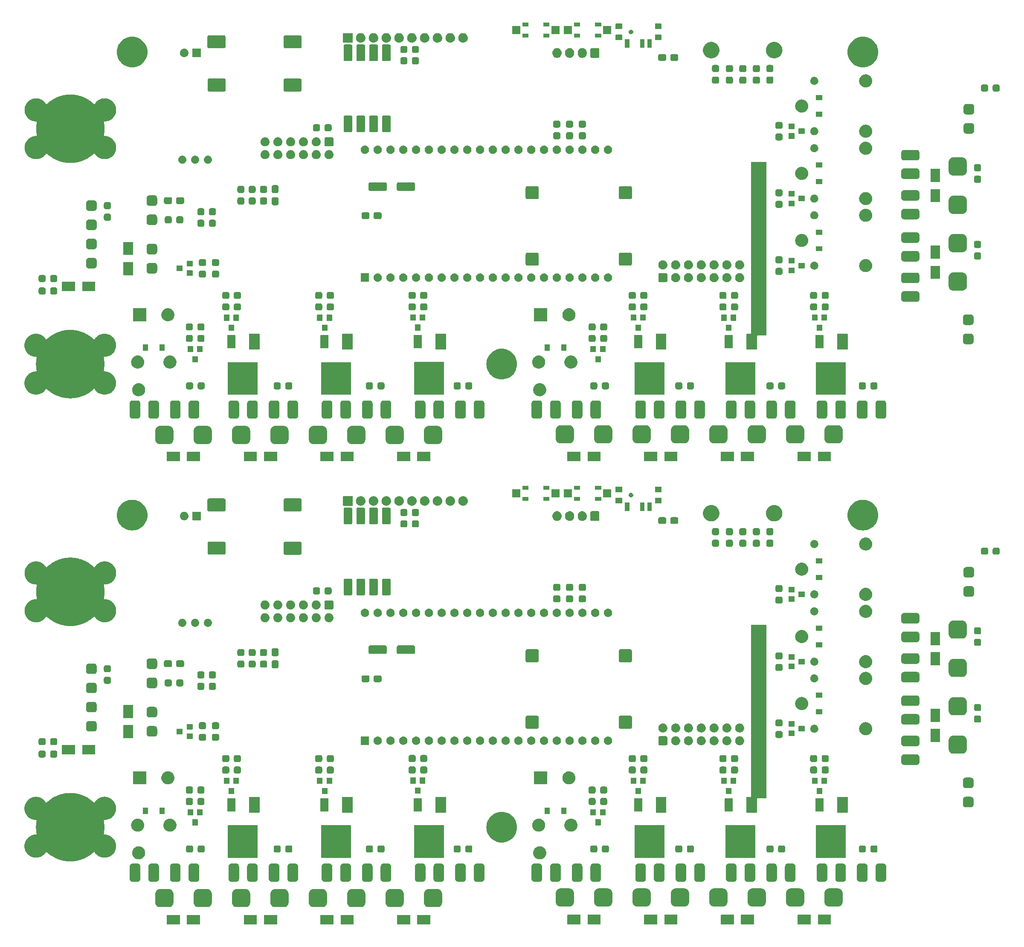
<source format=gbr>
%TF.GenerationSoftware,KiCad,Pcbnew,8.0.7*%
%TF.CreationDate,2025-01-14T19:52:07+09:00*%
%TF.ProjectId,AutoHome-S-Main_V7.0,4175746f-486f-46d6-952d-532d4d61696e,rev?*%
%TF.SameCoordinates,Original*%
%TF.FileFunction,Soldermask,Bot*%
%TF.FilePolarity,Negative*%
%FSLAX46Y46*%
G04 Gerber Fmt 4.6, Leading zero omitted, Abs format (unit mm)*
G04 Created by KiCad (PCBNEW 8.0.7) date 2025-01-14 19:52:07*
%MOMM*%
%LPD*%
G01*
G04 APERTURE LIST*
G04 APERTURE END LIST*
G36*
X87929517Y-221557882D02*
G01*
X87946062Y-221568938D01*
X87957118Y-221585483D01*
X87961000Y-221605000D01*
X87961000Y-223405000D01*
X87957118Y-223424517D01*
X87946062Y-223441062D01*
X87929517Y-223452118D01*
X87910000Y-223456000D01*
X85410000Y-223456000D01*
X85390483Y-223452118D01*
X85373938Y-223441062D01*
X85362882Y-223424517D01*
X85359000Y-223405000D01*
X85359000Y-221605000D01*
X85362882Y-221585483D01*
X85373938Y-221568938D01*
X85390483Y-221557882D01*
X85410000Y-221554000D01*
X87910000Y-221554000D01*
X87929517Y-221557882D01*
G37*
G36*
X91929517Y-221557882D02*
G01*
X91946062Y-221568938D01*
X91957118Y-221585483D01*
X91961000Y-221605000D01*
X91961000Y-223405000D01*
X91957118Y-223424517D01*
X91946062Y-223441062D01*
X91929517Y-223452118D01*
X91910000Y-223456000D01*
X89410000Y-223456000D01*
X89390483Y-223452118D01*
X89373938Y-223441062D01*
X89362882Y-223424517D01*
X89359000Y-223405000D01*
X89359000Y-221605000D01*
X89362882Y-221585483D01*
X89373938Y-221568938D01*
X89390483Y-221557882D01*
X89410000Y-221554000D01*
X91910000Y-221554000D01*
X91929517Y-221557882D01*
G37*
G36*
X118419517Y-221557882D02*
G01*
X118436062Y-221568938D01*
X118447118Y-221585483D01*
X118451000Y-221605000D01*
X118451000Y-223405000D01*
X118447118Y-223424517D01*
X118436062Y-223441062D01*
X118419517Y-223452118D01*
X118400000Y-223456000D01*
X115900000Y-223456000D01*
X115880483Y-223452118D01*
X115863938Y-223441062D01*
X115852882Y-223424517D01*
X115849000Y-223405000D01*
X115849000Y-221605000D01*
X115852882Y-221585483D01*
X115863938Y-221568938D01*
X115880483Y-221557882D01*
X115900000Y-221554000D01*
X118400000Y-221554000D01*
X118419517Y-221557882D01*
G37*
G36*
X122419517Y-221557882D02*
G01*
X122436062Y-221568938D01*
X122447118Y-221585483D01*
X122451000Y-221605000D01*
X122451000Y-223405000D01*
X122447118Y-223424517D01*
X122436062Y-223441062D01*
X122419517Y-223452118D01*
X122400000Y-223456000D01*
X119900000Y-223456000D01*
X119880483Y-223452118D01*
X119863938Y-223441062D01*
X119852882Y-223424517D01*
X119849000Y-223405000D01*
X119849000Y-221605000D01*
X119852882Y-221585483D01*
X119863938Y-221568938D01*
X119880483Y-221557882D01*
X119900000Y-221554000D01*
X122400000Y-221554000D01*
X122419517Y-221557882D01*
G37*
G36*
X133649517Y-221557882D02*
G01*
X133666062Y-221568938D01*
X133677118Y-221585483D01*
X133681000Y-221605000D01*
X133681000Y-223405000D01*
X133677118Y-223424517D01*
X133666062Y-223441062D01*
X133649517Y-223452118D01*
X133630000Y-223456000D01*
X131130000Y-223456000D01*
X131110483Y-223452118D01*
X131093938Y-223441062D01*
X131082882Y-223424517D01*
X131079000Y-223405000D01*
X131079000Y-221605000D01*
X131082882Y-221585483D01*
X131093938Y-221568938D01*
X131110483Y-221557882D01*
X131130000Y-221554000D01*
X133630000Y-221554000D01*
X133649517Y-221557882D01*
G37*
G36*
X137649517Y-221557882D02*
G01*
X137666062Y-221568938D01*
X137677118Y-221585483D01*
X137681000Y-221605000D01*
X137681000Y-223405000D01*
X137677118Y-223424517D01*
X137666062Y-223441062D01*
X137649517Y-223452118D01*
X137630000Y-223456000D01*
X135130000Y-223456000D01*
X135110483Y-223452118D01*
X135093938Y-223441062D01*
X135082882Y-223424517D01*
X135079000Y-223405000D01*
X135079000Y-221605000D01*
X135082882Y-221585483D01*
X135093938Y-221568938D01*
X135110483Y-221557882D01*
X135130000Y-221554000D01*
X137630000Y-221554000D01*
X137649517Y-221557882D01*
G37*
G36*
X103199517Y-221547882D02*
G01*
X103216062Y-221558938D01*
X103227118Y-221575483D01*
X103231000Y-221595000D01*
X103231000Y-223395000D01*
X103227118Y-223414517D01*
X103216062Y-223431062D01*
X103199517Y-223442118D01*
X103180000Y-223446000D01*
X100680000Y-223446000D01*
X100660483Y-223442118D01*
X100643938Y-223431062D01*
X100632882Y-223414517D01*
X100629000Y-223395000D01*
X100629000Y-221595000D01*
X100632882Y-221575483D01*
X100643938Y-221558938D01*
X100660483Y-221547882D01*
X100680000Y-221544000D01*
X103180000Y-221544000D01*
X103199517Y-221547882D01*
G37*
G36*
X107199517Y-221547882D02*
G01*
X107216062Y-221558938D01*
X107227118Y-221575483D01*
X107231000Y-221595000D01*
X107231000Y-223395000D01*
X107227118Y-223414517D01*
X107216062Y-223431062D01*
X107199517Y-223442118D01*
X107180000Y-223446000D01*
X104680000Y-223446000D01*
X104660483Y-223442118D01*
X104643938Y-223431062D01*
X104632882Y-223414517D01*
X104629000Y-223395000D01*
X104629000Y-221595000D01*
X104632882Y-221575483D01*
X104643938Y-221558938D01*
X104660483Y-221547882D01*
X104680000Y-221544000D01*
X107180000Y-221544000D01*
X107199517Y-221547882D01*
G37*
G36*
X167439517Y-221537882D02*
G01*
X167456062Y-221548938D01*
X167467118Y-221565483D01*
X167471000Y-221585000D01*
X167471000Y-223385000D01*
X167467118Y-223404517D01*
X167456062Y-223421062D01*
X167439517Y-223432118D01*
X167420000Y-223436000D01*
X164920000Y-223436000D01*
X164900483Y-223432118D01*
X164883938Y-223421062D01*
X164872882Y-223404517D01*
X164869000Y-223385000D01*
X164869000Y-221585000D01*
X164872882Y-221565483D01*
X164883938Y-221548938D01*
X164900483Y-221537882D01*
X164920000Y-221534000D01*
X167420000Y-221534000D01*
X167439517Y-221537882D01*
G37*
G36*
X171439517Y-221537882D02*
G01*
X171456062Y-221548938D01*
X171467118Y-221565483D01*
X171471000Y-221585000D01*
X171471000Y-223385000D01*
X171467118Y-223404517D01*
X171456062Y-223421062D01*
X171439517Y-223432118D01*
X171420000Y-223436000D01*
X168920000Y-223436000D01*
X168900483Y-223432118D01*
X168883938Y-223421062D01*
X168872882Y-223404517D01*
X168869000Y-223385000D01*
X168869000Y-221585000D01*
X168872882Y-221565483D01*
X168883938Y-221548938D01*
X168900483Y-221537882D01*
X168920000Y-221534000D01*
X171420000Y-221534000D01*
X171439517Y-221537882D01*
G37*
G36*
X182679517Y-221537882D02*
G01*
X182696062Y-221548938D01*
X182707118Y-221565483D01*
X182711000Y-221585000D01*
X182711000Y-223385000D01*
X182707118Y-223404517D01*
X182696062Y-223421062D01*
X182679517Y-223432118D01*
X182660000Y-223436000D01*
X180160000Y-223436000D01*
X180140483Y-223432118D01*
X180123938Y-223421062D01*
X180112882Y-223404517D01*
X180109000Y-223385000D01*
X180109000Y-221585000D01*
X180112882Y-221565483D01*
X180123938Y-221548938D01*
X180140483Y-221537882D01*
X180160000Y-221534000D01*
X182660000Y-221534000D01*
X182679517Y-221537882D01*
G37*
G36*
X186679517Y-221537882D02*
G01*
X186696062Y-221548938D01*
X186707118Y-221565483D01*
X186711000Y-221585000D01*
X186711000Y-223385000D01*
X186707118Y-223404517D01*
X186696062Y-223421062D01*
X186679517Y-223432118D01*
X186660000Y-223436000D01*
X184160000Y-223436000D01*
X184140483Y-223432118D01*
X184123938Y-223421062D01*
X184112882Y-223404517D01*
X184109000Y-223385000D01*
X184109000Y-221585000D01*
X184112882Y-221565483D01*
X184123938Y-221548938D01*
X184140483Y-221537882D01*
X184160000Y-221534000D01*
X186660000Y-221534000D01*
X186679517Y-221537882D01*
G37*
G36*
X197909517Y-221537882D02*
G01*
X197926062Y-221548938D01*
X197937118Y-221565483D01*
X197941000Y-221585000D01*
X197941000Y-223385000D01*
X197937118Y-223404517D01*
X197926062Y-223421062D01*
X197909517Y-223432118D01*
X197890000Y-223436000D01*
X195390000Y-223436000D01*
X195370483Y-223432118D01*
X195353938Y-223421062D01*
X195342882Y-223404517D01*
X195339000Y-223385000D01*
X195339000Y-221585000D01*
X195342882Y-221565483D01*
X195353938Y-221548938D01*
X195370483Y-221537882D01*
X195390000Y-221534000D01*
X197890000Y-221534000D01*
X197909517Y-221537882D01*
G37*
G36*
X201909517Y-221537882D02*
G01*
X201926062Y-221548938D01*
X201937118Y-221565483D01*
X201941000Y-221585000D01*
X201941000Y-223385000D01*
X201937118Y-223404517D01*
X201926062Y-223421062D01*
X201909517Y-223432118D01*
X201890000Y-223436000D01*
X199390000Y-223436000D01*
X199370483Y-223432118D01*
X199353938Y-223421062D01*
X199342882Y-223404517D01*
X199339000Y-223385000D01*
X199339000Y-221585000D01*
X199342882Y-221565483D01*
X199353938Y-221548938D01*
X199370483Y-221537882D01*
X199390000Y-221534000D01*
X201890000Y-221534000D01*
X201909517Y-221537882D01*
G37*
G36*
X213159517Y-221537882D02*
G01*
X213176062Y-221548938D01*
X213187118Y-221565483D01*
X213191000Y-221585000D01*
X213191000Y-223385000D01*
X213187118Y-223404517D01*
X213176062Y-223421062D01*
X213159517Y-223432118D01*
X213140000Y-223436000D01*
X210640000Y-223436000D01*
X210620483Y-223432118D01*
X210603938Y-223421062D01*
X210592882Y-223404517D01*
X210589000Y-223385000D01*
X210589000Y-221585000D01*
X210592882Y-221565483D01*
X210603938Y-221548938D01*
X210620483Y-221537882D01*
X210640000Y-221534000D01*
X213140000Y-221534000D01*
X213159517Y-221537882D01*
G37*
G36*
X217159517Y-221537882D02*
G01*
X217176062Y-221548938D01*
X217187118Y-221565483D01*
X217191000Y-221585000D01*
X217191000Y-223385000D01*
X217187118Y-223404517D01*
X217176062Y-223421062D01*
X217159517Y-223432118D01*
X217140000Y-223436000D01*
X214640000Y-223436000D01*
X214620483Y-223432118D01*
X214603938Y-223421062D01*
X214592882Y-223404517D01*
X214589000Y-223385000D01*
X214589000Y-221585000D01*
X214592882Y-221565483D01*
X214603938Y-221548938D01*
X214620483Y-221537882D01*
X214640000Y-221534000D01*
X217140000Y-221534000D01*
X217159517Y-221537882D01*
G37*
G36*
X85879858Y-216425401D02*
G01*
X85900342Y-216430889D01*
X85915533Y-216432386D01*
X85988249Y-216454444D01*
X86066849Y-216475505D01*
X86080343Y-216482380D01*
X86089136Y-216485048D01*
X86161709Y-216523838D01*
X86239336Y-216563391D01*
X86246379Y-216569094D01*
X86249121Y-216570560D01*
X86318372Y-216627393D01*
X86389781Y-216685219D01*
X86447619Y-216756644D01*
X86504439Y-216825878D01*
X86505904Y-216828618D01*
X86511609Y-216835664D01*
X86551170Y-216913308D01*
X86589951Y-216985863D01*
X86592617Y-216994652D01*
X86599495Y-217008151D01*
X86620559Y-217086764D01*
X86642613Y-217159465D01*
X86644108Y-217174652D01*
X86649599Y-217195142D01*
X86661000Y-217340000D01*
X86661000Y-219090000D01*
X86649599Y-219234858D01*
X86644108Y-219255348D01*
X86642613Y-219270533D01*
X86620563Y-219343221D01*
X86599495Y-219421849D01*
X86592616Y-219435348D01*
X86589951Y-219444136D01*
X86551181Y-219516669D01*
X86511609Y-219594336D01*
X86505902Y-219601382D01*
X86504439Y-219604121D01*
X86447680Y-219673280D01*
X86389781Y-219744781D01*
X86318280Y-219802680D01*
X86249121Y-219859439D01*
X86246382Y-219860902D01*
X86239336Y-219866609D01*
X86161669Y-219906181D01*
X86089136Y-219944951D01*
X86080348Y-219947616D01*
X86066849Y-219954495D01*
X85988226Y-219975561D01*
X85915534Y-219997613D01*
X85900348Y-219999108D01*
X85879858Y-220004599D01*
X85735000Y-220016000D01*
X83985000Y-220016000D01*
X83840142Y-220004599D01*
X83819651Y-219999108D01*
X83804466Y-219997613D01*
X83731769Y-219975560D01*
X83653151Y-219954495D01*
X83639652Y-219947617D01*
X83630863Y-219944951D01*
X83558308Y-219906170D01*
X83480664Y-219866609D01*
X83473618Y-219860904D01*
X83470878Y-219859439D01*
X83401644Y-219802619D01*
X83330219Y-219744781D01*
X83272393Y-219673372D01*
X83215560Y-219604121D01*
X83214094Y-219601379D01*
X83208391Y-219594336D01*
X83168838Y-219516709D01*
X83130048Y-219444136D01*
X83127380Y-219435343D01*
X83120505Y-219421849D01*
X83099445Y-219343254D01*
X83077386Y-219270534D01*
X83075889Y-219255342D01*
X83070401Y-219234858D01*
X83059000Y-219090000D01*
X83059000Y-217340000D01*
X83070401Y-217195142D01*
X83075889Y-217174657D01*
X83077386Y-217159466D01*
X83099446Y-217086741D01*
X83120505Y-217008151D01*
X83127380Y-216994657D01*
X83130048Y-216985863D01*
X83168849Y-216913268D01*
X83208391Y-216835664D01*
X83214093Y-216828622D01*
X83215560Y-216825878D01*
X83272454Y-216756552D01*
X83330219Y-216685219D01*
X83401552Y-216627454D01*
X83470878Y-216570560D01*
X83473622Y-216569093D01*
X83480664Y-216563391D01*
X83558268Y-216523849D01*
X83630863Y-216485048D01*
X83639657Y-216482380D01*
X83653151Y-216475505D01*
X83731736Y-216454448D01*
X83804465Y-216432386D01*
X83819658Y-216430889D01*
X83840142Y-216425401D01*
X83985000Y-216414000D01*
X85735000Y-216414000D01*
X85879858Y-216425401D01*
G37*
G36*
X93499858Y-216425401D02*
G01*
X93520342Y-216430889D01*
X93535533Y-216432386D01*
X93608249Y-216454444D01*
X93686849Y-216475505D01*
X93700343Y-216482380D01*
X93709136Y-216485048D01*
X93781709Y-216523838D01*
X93859336Y-216563391D01*
X93866379Y-216569094D01*
X93869121Y-216570560D01*
X93938372Y-216627393D01*
X94009781Y-216685219D01*
X94067619Y-216756644D01*
X94124439Y-216825878D01*
X94125904Y-216828618D01*
X94131609Y-216835664D01*
X94171170Y-216913308D01*
X94209951Y-216985863D01*
X94212617Y-216994652D01*
X94219495Y-217008151D01*
X94240559Y-217086764D01*
X94262613Y-217159465D01*
X94264108Y-217174652D01*
X94269599Y-217195142D01*
X94281000Y-217340000D01*
X94281000Y-219090000D01*
X94269599Y-219234858D01*
X94264108Y-219255348D01*
X94262613Y-219270533D01*
X94240563Y-219343221D01*
X94219495Y-219421849D01*
X94212616Y-219435348D01*
X94209951Y-219444136D01*
X94171181Y-219516669D01*
X94131609Y-219594336D01*
X94125902Y-219601382D01*
X94124439Y-219604121D01*
X94067680Y-219673280D01*
X94009781Y-219744781D01*
X93938280Y-219802680D01*
X93869121Y-219859439D01*
X93866382Y-219860902D01*
X93859336Y-219866609D01*
X93781669Y-219906181D01*
X93709136Y-219944951D01*
X93700348Y-219947616D01*
X93686849Y-219954495D01*
X93608226Y-219975561D01*
X93535534Y-219997613D01*
X93520348Y-219999108D01*
X93499858Y-220004599D01*
X93355000Y-220016000D01*
X91605000Y-220016000D01*
X91460142Y-220004599D01*
X91439651Y-219999108D01*
X91424466Y-219997613D01*
X91351769Y-219975560D01*
X91273151Y-219954495D01*
X91259652Y-219947617D01*
X91250863Y-219944951D01*
X91178308Y-219906170D01*
X91100664Y-219866609D01*
X91093618Y-219860904D01*
X91090878Y-219859439D01*
X91021644Y-219802619D01*
X90950219Y-219744781D01*
X90892393Y-219673372D01*
X90835560Y-219604121D01*
X90834094Y-219601379D01*
X90828391Y-219594336D01*
X90788838Y-219516709D01*
X90750048Y-219444136D01*
X90747380Y-219435343D01*
X90740505Y-219421849D01*
X90719445Y-219343254D01*
X90697386Y-219270534D01*
X90695889Y-219255342D01*
X90690401Y-219234858D01*
X90679000Y-219090000D01*
X90679000Y-217340000D01*
X90690401Y-217195142D01*
X90695889Y-217174657D01*
X90697386Y-217159466D01*
X90719446Y-217086741D01*
X90740505Y-217008151D01*
X90747380Y-216994657D01*
X90750048Y-216985863D01*
X90788849Y-216913268D01*
X90828391Y-216835664D01*
X90834093Y-216828622D01*
X90835560Y-216825878D01*
X90892454Y-216756552D01*
X90950219Y-216685219D01*
X91021552Y-216627454D01*
X91090878Y-216570560D01*
X91093622Y-216569093D01*
X91100664Y-216563391D01*
X91178268Y-216523849D01*
X91250863Y-216485048D01*
X91259657Y-216482380D01*
X91273151Y-216475505D01*
X91351736Y-216454448D01*
X91424465Y-216432386D01*
X91439658Y-216430889D01*
X91460142Y-216425401D01*
X91605000Y-216414000D01*
X93355000Y-216414000D01*
X93499858Y-216425401D01*
G37*
G36*
X101119858Y-216425401D02*
G01*
X101140342Y-216430889D01*
X101155533Y-216432386D01*
X101228249Y-216454444D01*
X101306849Y-216475505D01*
X101320343Y-216482380D01*
X101329136Y-216485048D01*
X101401709Y-216523838D01*
X101479336Y-216563391D01*
X101486379Y-216569094D01*
X101489121Y-216570560D01*
X101558372Y-216627393D01*
X101629781Y-216685219D01*
X101687619Y-216756644D01*
X101744439Y-216825878D01*
X101745904Y-216828618D01*
X101751609Y-216835664D01*
X101791170Y-216913308D01*
X101829951Y-216985863D01*
X101832617Y-216994652D01*
X101839495Y-217008151D01*
X101860559Y-217086764D01*
X101882613Y-217159465D01*
X101884108Y-217174652D01*
X101889599Y-217195142D01*
X101901000Y-217340000D01*
X101901000Y-219090000D01*
X101889599Y-219234858D01*
X101884108Y-219255348D01*
X101882613Y-219270533D01*
X101860563Y-219343221D01*
X101839495Y-219421849D01*
X101832616Y-219435348D01*
X101829951Y-219444136D01*
X101791181Y-219516669D01*
X101751609Y-219594336D01*
X101745902Y-219601382D01*
X101744439Y-219604121D01*
X101687680Y-219673280D01*
X101629781Y-219744781D01*
X101558280Y-219802680D01*
X101489121Y-219859439D01*
X101486382Y-219860902D01*
X101479336Y-219866609D01*
X101401669Y-219906181D01*
X101329136Y-219944951D01*
X101320348Y-219947616D01*
X101306849Y-219954495D01*
X101228226Y-219975561D01*
X101155534Y-219997613D01*
X101140348Y-219999108D01*
X101119858Y-220004599D01*
X100975000Y-220016000D01*
X99225000Y-220016000D01*
X99080142Y-220004599D01*
X99059651Y-219999108D01*
X99044466Y-219997613D01*
X98971769Y-219975560D01*
X98893151Y-219954495D01*
X98879652Y-219947617D01*
X98870863Y-219944951D01*
X98798308Y-219906170D01*
X98720664Y-219866609D01*
X98713618Y-219860904D01*
X98710878Y-219859439D01*
X98641644Y-219802619D01*
X98570219Y-219744781D01*
X98512393Y-219673372D01*
X98455560Y-219604121D01*
X98454094Y-219601379D01*
X98448391Y-219594336D01*
X98408838Y-219516709D01*
X98370048Y-219444136D01*
X98367380Y-219435343D01*
X98360505Y-219421849D01*
X98339445Y-219343254D01*
X98317386Y-219270534D01*
X98315889Y-219255342D01*
X98310401Y-219234858D01*
X98299000Y-219090000D01*
X98299000Y-217340000D01*
X98310401Y-217195142D01*
X98315889Y-217174657D01*
X98317386Y-217159466D01*
X98339446Y-217086741D01*
X98360505Y-217008151D01*
X98367380Y-216994657D01*
X98370048Y-216985863D01*
X98408849Y-216913268D01*
X98448391Y-216835664D01*
X98454093Y-216828622D01*
X98455560Y-216825878D01*
X98512454Y-216756552D01*
X98570219Y-216685219D01*
X98641552Y-216627454D01*
X98710878Y-216570560D01*
X98713622Y-216569093D01*
X98720664Y-216563391D01*
X98798268Y-216523849D01*
X98870863Y-216485048D01*
X98879657Y-216482380D01*
X98893151Y-216475505D01*
X98971736Y-216454448D01*
X99044465Y-216432386D01*
X99059658Y-216430889D01*
X99080142Y-216425401D01*
X99225000Y-216414000D01*
X100975000Y-216414000D01*
X101119858Y-216425401D01*
G37*
G36*
X108739858Y-216425401D02*
G01*
X108760342Y-216430889D01*
X108775533Y-216432386D01*
X108848249Y-216454444D01*
X108926849Y-216475505D01*
X108940343Y-216482380D01*
X108949136Y-216485048D01*
X109021709Y-216523838D01*
X109099336Y-216563391D01*
X109106379Y-216569094D01*
X109109121Y-216570560D01*
X109178372Y-216627393D01*
X109249781Y-216685219D01*
X109307619Y-216756644D01*
X109364439Y-216825878D01*
X109365904Y-216828618D01*
X109371609Y-216835664D01*
X109411170Y-216913308D01*
X109449951Y-216985863D01*
X109452617Y-216994652D01*
X109459495Y-217008151D01*
X109480559Y-217086764D01*
X109502613Y-217159465D01*
X109504108Y-217174652D01*
X109509599Y-217195142D01*
X109521000Y-217340000D01*
X109521000Y-219090000D01*
X109509599Y-219234858D01*
X109504108Y-219255348D01*
X109502613Y-219270533D01*
X109480563Y-219343221D01*
X109459495Y-219421849D01*
X109452616Y-219435348D01*
X109449951Y-219444136D01*
X109411181Y-219516669D01*
X109371609Y-219594336D01*
X109365902Y-219601382D01*
X109364439Y-219604121D01*
X109307680Y-219673280D01*
X109249781Y-219744781D01*
X109178280Y-219802680D01*
X109109121Y-219859439D01*
X109106382Y-219860902D01*
X109099336Y-219866609D01*
X109021669Y-219906181D01*
X108949136Y-219944951D01*
X108940348Y-219947616D01*
X108926849Y-219954495D01*
X108848226Y-219975561D01*
X108775534Y-219997613D01*
X108760348Y-219999108D01*
X108739858Y-220004599D01*
X108595000Y-220016000D01*
X106845000Y-220016000D01*
X106700142Y-220004599D01*
X106679651Y-219999108D01*
X106664466Y-219997613D01*
X106591769Y-219975560D01*
X106513151Y-219954495D01*
X106499652Y-219947617D01*
X106490863Y-219944951D01*
X106418308Y-219906170D01*
X106340664Y-219866609D01*
X106333618Y-219860904D01*
X106330878Y-219859439D01*
X106261644Y-219802619D01*
X106190219Y-219744781D01*
X106132393Y-219673372D01*
X106075560Y-219604121D01*
X106074094Y-219601379D01*
X106068391Y-219594336D01*
X106028838Y-219516709D01*
X105990048Y-219444136D01*
X105987380Y-219435343D01*
X105980505Y-219421849D01*
X105959445Y-219343254D01*
X105937386Y-219270534D01*
X105935889Y-219255342D01*
X105930401Y-219234858D01*
X105919000Y-219090000D01*
X105919000Y-217340000D01*
X105930401Y-217195142D01*
X105935889Y-217174657D01*
X105937386Y-217159466D01*
X105959446Y-217086741D01*
X105980505Y-217008151D01*
X105987380Y-216994657D01*
X105990048Y-216985863D01*
X106028849Y-216913268D01*
X106068391Y-216835664D01*
X106074093Y-216828622D01*
X106075560Y-216825878D01*
X106132454Y-216756552D01*
X106190219Y-216685219D01*
X106261552Y-216627454D01*
X106330878Y-216570560D01*
X106333622Y-216569093D01*
X106340664Y-216563391D01*
X106418268Y-216523849D01*
X106490863Y-216485048D01*
X106499657Y-216482380D01*
X106513151Y-216475505D01*
X106591736Y-216454448D01*
X106664465Y-216432386D01*
X106679658Y-216430889D01*
X106700142Y-216425401D01*
X106845000Y-216414000D01*
X108595000Y-216414000D01*
X108739858Y-216425401D01*
G37*
G36*
X116359858Y-216425401D02*
G01*
X116380342Y-216430889D01*
X116395533Y-216432386D01*
X116468249Y-216454444D01*
X116546849Y-216475505D01*
X116560343Y-216482380D01*
X116569136Y-216485048D01*
X116641709Y-216523838D01*
X116719336Y-216563391D01*
X116726379Y-216569094D01*
X116729121Y-216570560D01*
X116798372Y-216627393D01*
X116869781Y-216685219D01*
X116927619Y-216756644D01*
X116984439Y-216825878D01*
X116985904Y-216828618D01*
X116991609Y-216835664D01*
X117031170Y-216913308D01*
X117069951Y-216985863D01*
X117072617Y-216994652D01*
X117079495Y-217008151D01*
X117100559Y-217086764D01*
X117122613Y-217159465D01*
X117124108Y-217174652D01*
X117129599Y-217195142D01*
X117141000Y-217340000D01*
X117141000Y-219090000D01*
X117129599Y-219234858D01*
X117124108Y-219255348D01*
X117122613Y-219270533D01*
X117100563Y-219343221D01*
X117079495Y-219421849D01*
X117072616Y-219435348D01*
X117069951Y-219444136D01*
X117031181Y-219516669D01*
X116991609Y-219594336D01*
X116985902Y-219601382D01*
X116984439Y-219604121D01*
X116927680Y-219673280D01*
X116869781Y-219744781D01*
X116798280Y-219802680D01*
X116729121Y-219859439D01*
X116726382Y-219860902D01*
X116719336Y-219866609D01*
X116641669Y-219906181D01*
X116569136Y-219944951D01*
X116560348Y-219947616D01*
X116546849Y-219954495D01*
X116468226Y-219975561D01*
X116395534Y-219997613D01*
X116380348Y-219999108D01*
X116359858Y-220004599D01*
X116215000Y-220016000D01*
X114465000Y-220016000D01*
X114320142Y-220004599D01*
X114299651Y-219999108D01*
X114284466Y-219997613D01*
X114211769Y-219975560D01*
X114133151Y-219954495D01*
X114119652Y-219947617D01*
X114110863Y-219944951D01*
X114038308Y-219906170D01*
X113960664Y-219866609D01*
X113953618Y-219860904D01*
X113950878Y-219859439D01*
X113881644Y-219802619D01*
X113810219Y-219744781D01*
X113752393Y-219673372D01*
X113695560Y-219604121D01*
X113694094Y-219601379D01*
X113688391Y-219594336D01*
X113648838Y-219516709D01*
X113610048Y-219444136D01*
X113607380Y-219435343D01*
X113600505Y-219421849D01*
X113579445Y-219343254D01*
X113557386Y-219270534D01*
X113555889Y-219255342D01*
X113550401Y-219234858D01*
X113539000Y-219090000D01*
X113539000Y-217340000D01*
X113550401Y-217195142D01*
X113555889Y-217174657D01*
X113557386Y-217159466D01*
X113579446Y-217086741D01*
X113600505Y-217008151D01*
X113607380Y-216994657D01*
X113610048Y-216985863D01*
X113648849Y-216913268D01*
X113688391Y-216835664D01*
X113694093Y-216828622D01*
X113695560Y-216825878D01*
X113752454Y-216756552D01*
X113810219Y-216685219D01*
X113881552Y-216627454D01*
X113950878Y-216570560D01*
X113953622Y-216569093D01*
X113960664Y-216563391D01*
X114038268Y-216523849D01*
X114110863Y-216485048D01*
X114119657Y-216482380D01*
X114133151Y-216475505D01*
X114211736Y-216454448D01*
X114284465Y-216432386D01*
X114299658Y-216430889D01*
X114320142Y-216425401D01*
X114465000Y-216414000D01*
X116215000Y-216414000D01*
X116359858Y-216425401D01*
G37*
G36*
X123979858Y-216425401D02*
G01*
X124000342Y-216430889D01*
X124015533Y-216432386D01*
X124088249Y-216454444D01*
X124166849Y-216475505D01*
X124180343Y-216482380D01*
X124189136Y-216485048D01*
X124261709Y-216523838D01*
X124339336Y-216563391D01*
X124346379Y-216569094D01*
X124349121Y-216570560D01*
X124418372Y-216627393D01*
X124489781Y-216685219D01*
X124547619Y-216756644D01*
X124604439Y-216825878D01*
X124605904Y-216828618D01*
X124611609Y-216835664D01*
X124651170Y-216913308D01*
X124689951Y-216985863D01*
X124692617Y-216994652D01*
X124699495Y-217008151D01*
X124720559Y-217086764D01*
X124742613Y-217159465D01*
X124744108Y-217174652D01*
X124749599Y-217195142D01*
X124761000Y-217340000D01*
X124761000Y-219090000D01*
X124749599Y-219234858D01*
X124744108Y-219255348D01*
X124742613Y-219270533D01*
X124720563Y-219343221D01*
X124699495Y-219421849D01*
X124692616Y-219435348D01*
X124689951Y-219444136D01*
X124651181Y-219516669D01*
X124611609Y-219594336D01*
X124605902Y-219601382D01*
X124604439Y-219604121D01*
X124547680Y-219673280D01*
X124489781Y-219744781D01*
X124418280Y-219802680D01*
X124349121Y-219859439D01*
X124346382Y-219860902D01*
X124339336Y-219866609D01*
X124261669Y-219906181D01*
X124189136Y-219944951D01*
X124180348Y-219947616D01*
X124166849Y-219954495D01*
X124088226Y-219975561D01*
X124015534Y-219997613D01*
X124000348Y-219999108D01*
X123979858Y-220004599D01*
X123835000Y-220016000D01*
X122085000Y-220016000D01*
X121940142Y-220004599D01*
X121919651Y-219999108D01*
X121904466Y-219997613D01*
X121831769Y-219975560D01*
X121753151Y-219954495D01*
X121739652Y-219947617D01*
X121730863Y-219944951D01*
X121658308Y-219906170D01*
X121580664Y-219866609D01*
X121573618Y-219860904D01*
X121570878Y-219859439D01*
X121501644Y-219802619D01*
X121430219Y-219744781D01*
X121372393Y-219673372D01*
X121315560Y-219604121D01*
X121314094Y-219601379D01*
X121308391Y-219594336D01*
X121268838Y-219516709D01*
X121230048Y-219444136D01*
X121227380Y-219435343D01*
X121220505Y-219421849D01*
X121199445Y-219343254D01*
X121177386Y-219270534D01*
X121175889Y-219255342D01*
X121170401Y-219234858D01*
X121159000Y-219090000D01*
X121159000Y-217340000D01*
X121170401Y-217195142D01*
X121175889Y-217174657D01*
X121177386Y-217159466D01*
X121199446Y-217086741D01*
X121220505Y-217008151D01*
X121227380Y-216994657D01*
X121230048Y-216985863D01*
X121268849Y-216913268D01*
X121308391Y-216835664D01*
X121314093Y-216828622D01*
X121315560Y-216825878D01*
X121372454Y-216756552D01*
X121430219Y-216685219D01*
X121501552Y-216627454D01*
X121570878Y-216570560D01*
X121573622Y-216569093D01*
X121580664Y-216563391D01*
X121658268Y-216523849D01*
X121730863Y-216485048D01*
X121739657Y-216482380D01*
X121753151Y-216475505D01*
X121831736Y-216454448D01*
X121904465Y-216432386D01*
X121919658Y-216430889D01*
X121940142Y-216425401D01*
X122085000Y-216414000D01*
X123835000Y-216414000D01*
X123979858Y-216425401D01*
G37*
G36*
X131599858Y-216425401D02*
G01*
X131620342Y-216430889D01*
X131635533Y-216432386D01*
X131708249Y-216454444D01*
X131786849Y-216475505D01*
X131800343Y-216482380D01*
X131809136Y-216485048D01*
X131881709Y-216523838D01*
X131959336Y-216563391D01*
X131966379Y-216569094D01*
X131969121Y-216570560D01*
X132038372Y-216627393D01*
X132109781Y-216685219D01*
X132167619Y-216756644D01*
X132224439Y-216825878D01*
X132225904Y-216828618D01*
X132231609Y-216835664D01*
X132271170Y-216913308D01*
X132309951Y-216985863D01*
X132312617Y-216994652D01*
X132319495Y-217008151D01*
X132340559Y-217086764D01*
X132362613Y-217159465D01*
X132364108Y-217174652D01*
X132369599Y-217195142D01*
X132381000Y-217340000D01*
X132381000Y-219090000D01*
X132369599Y-219234858D01*
X132364108Y-219255348D01*
X132362613Y-219270533D01*
X132340563Y-219343221D01*
X132319495Y-219421849D01*
X132312616Y-219435348D01*
X132309951Y-219444136D01*
X132271181Y-219516669D01*
X132231609Y-219594336D01*
X132225902Y-219601382D01*
X132224439Y-219604121D01*
X132167680Y-219673280D01*
X132109781Y-219744781D01*
X132038280Y-219802680D01*
X131969121Y-219859439D01*
X131966382Y-219860902D01*
X131959336Y-219866609D01*
X131881669Y-219906181D01*
X131809136Y-219944951D01*
X131800348Y-219947616D01*
X131786849Y-219954495D01*
X131708226Y-219975561D01*
X131635534Y-219997613D01*
X131620348Y-219999108D01*
X131599858Y-220004599D01*
X131455000Y-220016000D01*
X129705000Y-220016000D01*
X129560142Y-220004599D01*
X129539651Y-219999108D01*
X129524466Y-219997613D01*
X129451769Y-219975560D01*
X129373151Y-219954495D01*
X129359652Y-219947617D01*
X129350863Y-219944951D01*
X129278308Y-219906170D01*
X129200664Y-219866609D01*
X129193618Y-219860904D01*
X129190878Y-219859439D01*
X129121644Y-219802619D01*
X129050219Y-219744781D01*
X128992393Y-219673372D01*
X128935560Y-219604121D01*
X128934094Y-219601379D01*
X128928391Y-219594336D01*
X128888838Y-219516709D01*
X128850048Y-219444136D01*
X128847380Y-219435343D01*
X128840505Y-219421849D01*
X128819445Y-219343254D01*
X128797386Y-219270534D01*
X128795889Y-219255342D01*
X128790401Y-219234858D01*
X128779000Y-219090000D01*
X128779000Y-217340000D01*
X128790401Y-217195142D01*
X128795889Y-217174657D01*
X128797386Y-217159466D01*
X128819446Y-217086741D01*
X128840505Y-217008151D01*
X128847380Y-216994657D01*
X128850048Y-216985863D01*
X128888849Y-216913268D01*
X128928391Y-216835664D01*
X128934093Y-216828622D01*
X128935560Y-216825878D01*
X128992454Y-216756552D01*
X129050219Y-216685219D01*
X129121552Y-216627454D01*
X129190878Y-216570560D01*
X129193622Y-216569093D01*
X129200664Y-216563391D01*
X129278268Y-216523849D01*
X129350863Y-216485048D01*
X129359657Y-216482380D01*
X129373151Y-216475505D01*
X129451736Y-216454448D01*
X129524465Y-216432386D01*
X129539658Y-216430889D01*
X129560142Y-216425401D01*
X129705000Y-216414000D01*
X131455000Y-216414000D01*
X131599858Y-216425401D01*
G37*
G36*
X139219858Y-216425401D02*
G01*
X139240342Y-216430889D01*
X139255533Y-216432386D01*
X139328249Y-216454444D01*
X139406849Y-216475505D01*
X139420343Y-216482380D01*
X139429136Y-216485048D01*
X139501709Y-216523838D01*
X139579336Y-216563391D01*
X139586379Y-216569094D01*
X139589121Y-216570560D01*
X139658372Y-216627393D01*
X139729781Y-216685219D01*
X139787619Y-216756644D01*
X139844439Y-216825878D01*
X139845904Y-216828618D01*
X139851609Y-216835664D01*
X139891170Y-216913308D01*
X139929951Y-216985863D01*
X139932617Y-216994652D01*
X139939495Y-217008151D01*
X139960559Y-217086764D01*
X139982613Y-217159465D01*
X139984108Y-217174652D01*
X139989599Y-217195142D01*
X140001000Y-217340000D01*
X140001000Y-219090000D01*
X139989599Y-219234858D01*
X139984108Y-219255348D01*
X139982613Y-219270533D01*
X139960563Y-219343221D01*
X139939495Y-219421849D01*
X139932616Y-219435348D01*
X139929951Y-219444136D01*
X139891181Y-219516669D01*
X139851609Y-219594336D01*
X139845902Y-219601382D01*
X139844439Y-219604121D01*
X139787680Y-219673280D01*
X139729781Y-219744781D01*
X139658280Y-219802680D01*
X139589121Y-219859439D01*
X139586382Y-219860902D01*
X139579336Y-219866609D01*
X139501669Y-219906181D01*
X139429136Y-219944951D01*
X139420348Y-219947616D01*
X139406849Y-219954495D01*
X139328226Y-219975561D01*
X139255534Y-219997613D01*
X139240348Y-219999108D01*
X139219858Y-220004599D01*
X139075000Y-220016000D01*
X137325000Y-220016000D01*
X137180142Y-220004599D01*
X137159651Y-219999108D01*
X137144466Y-219997613D01*
X137071769Y-219975560D01*
X136993151Y-219954495D01*
X136979652Y-219947617D01*
X136970863Y-219944951D01*
X136898308Y-219906170D01*
X136820664Y-219866609D01*
X136813618Y-219860904D01*
X136810878Y-219859439D01*
X136741644Y-219802619D01*
X136670219Y-219744781D01*
X136612393Y-219673372D01*
X136555560Y-219604121D01*
X136554094Y-219601379D01*
X136548391Y-219594336D01*
X136508838Y-219516709D01*
X136470048Y-219444136D01*
X136467380Y-219435343D01*
X136460505Y-219421849D01*
X136439445Y-219343254D01*
X136417386Y-219270534D01*
X136415889Y-219255342D01*
X136410401Y-219234858D01*
X136399000Y-219090000D01*
X136399000Y-217340000D01*
X136410401Y-217195142D01*
X136415889Y-217174657D01*
X136417386Y-217159466D01*
X136439446Y-217086741D01*
X136460505Y-217008151D01*
X136467380Y-216994657D01*
X136470048Y-216985863D01*
X136508849Y-216913268D01*
X136548391Y-216835664D01*
X136554093Y-216828622D01*
X136555560Y-216825878D01*
X136612454Y-216756552D01*
X136670219Y-216685219D01*
X136741552Y-216627454D01*
X136810878Y-216570560D01*
X136813622Y-216569093D01*
X136820664Y-216563391D01*
X136898268Y-216523849D01*
X136970863Y-216485048D01*
X136979657Y-216482380D01*
X136993151Y-216475505D01*
X137071736Y-216454448D01*
X137144465Y-216432386D01*
X137159658Y-216430889D01*
X137180142Y-216425401D01*
X137325000Y-216414000D01*
X139075000Y-216414000D01*
X139219858Y-216425401D01*
G37*
G36*
X165384858Y-216295401D02*
G01*
X165405342Y-216300889D01*
X165420533Y-216302386D01*
X165493249Y-216324444D01*
X165571849Y-216345505D01*
X165585343Y-216352380D01*
X165594136Y-216355048D01*
X165666709Y-216393838D01*
X165744336Y-216433391D01*
X165751379Y-216439094D01*
X165754121Y-216440560D01*
X165823372Y-216497393D01*
X165894781Y-216555219D01*
X165952619Y-216626644D01*
X166009439Y-216695878D01*
X166010904Y-216698618D01*
X166016609Y-216705664D01*
X166056170Y-216783308D01*
X166094951Y-216855863D01*
X166097617Y-216864652D01*
X166104495Y-216878151D01*
X166125559Y-216956764D01*
X166147613Y-217029465D01*
X166149108Y-217044652D01*
X166154599Y-217065142D01*
X166166000Y-217210000D01*
X166166000Y-218960000D01*
X166154599Y-219104858D01*
X166149108Y-219125348D01*
X166147613Y-219140533D01*
X166125563Y-219213221D01*
X166104495Y-219291849D01*
X166097616Y-219305348D01*
X166094951Y-219314136D01*
X166056181Y-219386669D01*
X166016609Y-219464336D01*
X166010902Y-219471382D01*
X166009439Y-219474121D01*
X165952680Y-219543280D01*
X165894781Y-219614781D01*
X165823280Y-219672680D01*
X165754121Y-219729439D01*
X165751382Y-219730902D01*
X165744336Y-219736609D01*
X165666669Y-219776181D01*
X165594136Y-219814951D01*
X165585348Y-219817616D01*
X165571849Y-219824495D01*
X165493226Y-219845561D01*
X165420534Y-219867613D01*
X165405348Y-219869108D01*
X165384858Y-219874599D01*
X165240000Y-219886000D01*
X163490000Y-219886000D01*
X163345142Y-219874599D01*
X163324651Y-219869108D01*
X163309466Y-219867613D01*
X163236769Y-219845560D01*
X163158151Y-219824495D01*
X163144652Y-219817617D01*
X163135863Y-219814951D01*
X163063308Y-219776170D01*
X162985664Y-219736609D01*
X162978618Y-219730904D01*
X162975878Y-219729439D01*
X162906644Y-219672619D01*
X162835219Y-219614781D01*
X162777393Y-219543372D01*
X162720560Y-219474121D01*
X162719094Y-219471379D01*
X162713391Y-219464336D01*
X162673838Y-219386709D01*
X162635048Y-219314136D01*
X162632380Y-219305343D01*
X162625505Y-219291849D01*
X162604445Y-219213254D01*
X162582386Y-219140534D01*
X162580889Y-219125342D01*
X162575401Y-219104858D01*
X162564000Y-218960000D01*
X162564000Y-217210000D01*
X162575401Y-217065142D01*
X162580889Y-217044657D01*
X162582386Y-217029466D01*
X162604446Y-216956741D01*
X162625505Y-216878151D01*
X162632380Y-216864657D01*
X162635048Y-216855863D01*
X162673849Y-216783268D01*
X162713391Y-216705664D01*
X162719093Y-216698622D01*
X162720560Y-216695878D01*
X162777454Y-216626552D01*
X162835219Y-216555219D01*
X162906552Y-216497454D01*
X162975878Y-216440560D01*
X162978622Y-216439093D01*
X162985664Y-216433391D01*
X163063268Y-216393849D01*
X163135863Y-216355048D01*
X163144657Y-216352380D01*
X163158151Y-216345505D01*
X163236736Y-216324448D01*
X163309465Y-216302386D01*
X163324658Y-216300889D01*
X163345142Y-216295401D01*
X163490000Y-216284000D01*
X165240000Y-216284000D01*
X165384858Y-216295401D01*
G37*
G36*
X173004858Y-216295401D02*
G01*
X173025342Y-216300889D01*
X173040533Y-216302386D01*
X173113249Y-216324444D01*
X173191849Y-216345505D01*
X173205343Y-216352380D01*
X173214136Y-216355048D01*
X173286709Y-216393838D01*
X173364336Y-216433391D01*
X173371379Y-216439094D01*
X173374121Y-216440560D01*
X173443372Y-216497393D01*
X173514781Y-216555219D01*
X173572619Y-216626644D01*
X173629439Y-216695878D01*
X173630904Y-216698618D01*
X173636609Y-216705664D01*
X173676170Y-216783308D01*
X173714951Y-216855863D01*
X173717617Y-216864652D01*
X173724495Y-216878151D01*
X173745559Y-216956764D01*
X173767613Y-217029465D01*
X173769108Y-217044652D01*
X173774599Y-217065142D01*
X173786000Y-217210000D01*
X173786000Y-218960000D01*
X173774599Y-219104858D01*
X173769108Y-219125348D01*
X173767613Y-219140533D01*
X173745563Y-219213221D01*
X173724495Y-219291849D01*
X173717616Y-219305348D01*
X173714951Y-219314136D01*
X173676181Y-219386669D01*
X173636609Y-219464336D01*
X173630902Y-219471382D01*
X173629439Y-219474121D01*
X173572680Y-219543280D01*
X173514781Y-219614781D01*
X173443280Y-219672680D01*
X173374121Y-219729439D01*
X173371382Y-219730902D01*
X173364336Y-219736609D01*
X173286669Y-219776181D01*
X173214136Y-219814951D01*
X173205348Y-219817616D01*
X173191849Y-219824495D01*
X173113226Y-219845561D01*
X173040534Y-219867613D01*
X173025348Y-219869108D01*
X173004858Y-219874599D01*
X172860000Y-219886000D01*
X171110000Y-219886000D01*
X170965142Y-219874599D01*
X170944651Y-219869108D01*
X170929466Y-219867613D01*
X170856769Y-219845560D01*
X170778151Y-219824495D01*
X170764652Y-219817617D01*
X170755863Y-219814951D01*
X170683308Y-219776170D01*
X170605664Y-219736609D01*
X170598618Y-219730904D01*
X170595878Y-219729439D01*
X170526644Y-219672619D01*
X170455219Y-219614781D01*
X170397393Y-219543372D01*
X170340560Y-219474121D01*
X170339094Y-219471379D01*
X170333391Y-219464336D01*
X170293838Y-219386709D01*
X170255048Y-219314136D01*
X170252380Y-219305343D01*
X170245505Y-219291849D01*
X170224445Y-219213254D01*
X170202386Y-219140534D01*
X170200889Y-219125342D01*
X170195401Y-219104858D01*
X170184000Y-218960000D01*
X170184000Y-217210000D01*
X170195401Y-217065142D01*
X170200889Y-217044657D01*
X170202386Y-217029466D01*
X170224446Y-216956741D01*
X170245505Y-216878151D01*
X170252380Y-216864657D01*
X170255048Y-216855863D01*
X170293849Y-216783268D01*
X170333391Y-216705664D01*
X170339093Y-216698622D01*
X170340560Y-216695878D01*
X170397454Y-216626552D01*
X170455219Y-216555219D01*
X170526552Y-216497454D01*
X170595878Y-216440560D01*
X170598622Y-216439093D01*
X170605664Y-216433391D01*
X170683268Y-216393849D01*
X170755863Y-216355048D01*
X170764657Y-216352380D01*
X170778151Y-216345505D01*
X170856736Y-216324448D01*
X170929465Y-216302386D01*
X170944658Y-216300889D01*
X170965142Y-216295401D01*
X171110000Y-216284000D01*
X172860000Y-216284000D01*
X173004858Y-216295401D01*
G37*
G36*
X180624858Y-216295401D02*
G01*
X180645342Y-216300889D01*
X180660533Y-216302386D01*
X180733249Y-216324444D01*
X180811849Y-216345505D01*
X180825343Y-216352380D01*
X180834136Y-216355048D01*
X180906709Y-216393838D01*
X180984336Y-216433391D01*
X180991379Y-216439094D01*
X180994121Y-216440560D01*
X181063372Y-216497393D01*
X181134781Y-216555219D01*
X181192619Y-216626644D01*
X181249439Y-216695878D01*
X181250904Y-216698618D01*
X181256609Y-216705664D01*
X181296170Y-216783308D01*
X181334951Y-216855863D01*
X181337617Y-216864652D01*
X181344495Y-216878151D01*
X181365559Y-216956764D01*
X181387613Y-217029465D01*
X181389108Y-217044652D01*
X181394599Y-217065142D01*
X181406000Y-217210000D01*
X181406000Y-218960000D01*
X181394599Y-219104858D01*
X181389108Y-219125348D01*
X181387613Y-219140533D01*
X181365563Y-219213221D01*
X181344495Y-219291849D01*
X181337616Y-219305348D01*
X181334951Y-219314136D01*
X181296181Y-219386669D01*
X181256609Y-219464336D01*
X181250902Y-219471382D01*
X181249439Y-219474121D01*
X181192680Y-219543280D01*
X181134781Y-219614781D01*
X181063280Y-219672680D01*
X180994121Y-219729439D01*
X180991382Y-219730902D01*
X180984336Y-219736609D01*
X180906669Y-219776181D01*
X180834136Y-219814951D01*
X180825348Y-219817616D01*
X180811849Y-219824495D01*
X180733226Y-219845561D01*
X180660534Y-219867613D01*
X180645348Y-219869108D01*
X180624858Y-219874599D01*
X180480000Y-219886000D01*
X178730000Y-219886000D01*
X178585142Y-219874599D01*
X178564651Y-219869108D01*
X178549466Y-219867613D01*
X178476769Y-219845560D01*
X178398151Y-219824495D01*
X178384652Y-219817617D01*
X178375863Y-219814951D01*
X178303308Y-219776170D01*
X178225664Y-219736609D01*
X178218618Y-219730904D01*
X178215878Y-219729439D01*
X178146644Y-219672619D01*
X178075219Y-219614781D01*
X178017393Y-219543372D01*
X177960560Y-219474121D01*
X177959094Y-219471379D01*
X177953391Y-219464336D01*
X177913838Y-219386709D01*
X177875048Y-219314136D01*
X177872380Y-219305343D01*
X177865505Y-219291849D01*
X177844445Y-219213254D01*
X177822386Y-219140534D01*
X177820889Y-219125342D01*
X177815401Y-219104858D01*
X177804000Y-218960000D01*
X177804000Y-217210000D01*
X177815401Y-217065142D01*
X177820889Y-217044657D01*
X177822386Y-217029466D01*
X177844446Y-216956741D01*
X177865505Y-216878151D01*
X177872380Y-216864657D01*
X177875048Y-216855863D01*
X177913849Y-216783268D01*
X177953391Y-216705664D01*
X177959093Y-216698622D01*
X177960560Y-216695878D01*
X178017454Y-216626552D01*
X178075219Y-216555219D01*
X178146552Y-216497454D01*
X178215878Y-216440560D01*
X178218622Y-216439093D01*
X178225664Y-216433391D01*
X178303268Y-216393849D01*
X178375863Y-216355048D01*
X178384657Y-216352380D01*
X178398151Y-216345505D01*
X178476736Y-216324448D01*
X178549465Y-216302386D01*
X178564658Y-216300889D01*
X178585142Y-216295401D01*
X178730000Y-216284000D01*
X180480000Y-216284000D01*
X180624858Y-216295401D01*
G37*
G36*
X188244858Y-216295401D02*
G01*
X188265342Y-216300889D01*
X188280533Y-216302386D01*
X188353249Y-216324444D01*
X188431849Y-216345505D01*
X188445343Y-216352380D01*
X188454136Y-216355048D01*
X188526709Y-216393838D01*
X188604336Y-216433391D01*
X188611379Y-216439094D01*
X188614121Y-216440560D01*
X188683372Y-216497393D01*
X188754781Y-216555219D01*
X188812619Y-216626644D01*
X188869439Y-216695878D01*
X188870904Y-216698618D01*
X188876609Y-216705664D01*
X188916170Y-216783308D01*
X188954951Y-216855863D01*
X188957617Y-216864652D01*
X188964495Y-216878151D01*
X188985559Y-216956764D01*
X189007613Y-217029465D01*
X189009108Y-217044652D01*
X189014599Y-217065142D01*
X189026000Y-217210000D01*
X189026000Y-218960000D01*
X189014599Y-219104858D01*
X189009108Y-219125348D01*
X189007613Y-219140533D01*
X188985563Y-219213221D01*
X188964495Y-219291849D01*
X188957616Y-219305348D01*
X188954951Y-219314136D01*
X188916181Y-219386669D01*
X188876609Y-219464336D01*
X188870902Y-219471382D01*
X188869439Y-219474121D01*
X188812680Y-219543280D01*
X188754781Y-219614781D01*
X188683280Y-219672680D01*
X188614121Y-219729439D01*
X188611382Y-219730902D01*
X188604336Y-219736609D01*
X188526669Y-219776181D01*
X188454136Y-219814951D01*
X188445348Y-219817616D01*
X188431849Y-219824495D01*
X188353226Y-219845561D01*
X188280534Y-219867613D01*
X188265348Y-219869108D01*
X188244858Y-219874599D01*
X188100000Y-219886000D01*
X186350000Y-219886000D01*
X186205142Y-219874599D01*
X186184651Y-219869108D01*
X186169466Y-219867613D01*
X186096769Y-219845560D01*
X186018151Y-219824495D01*
X186004652Y-219817617D01*
X185995863Y-219814951D01*
X185923308Y-219776170D01*
X185845664Y-219736609D01*
X185838618Y-219730904D01*
X185835878Y-219729439D01*
X185766644Y-219672619D01*
X185695219Y-219614781D01*
X185637393Y-219543372D01*
X185580560Y-219474121D01*
X185579094Y-219471379D01*
X185573391Y-219464336D01*
X185533838Y-219386709D01*
X185495048Y-219314136D01*
X185492380Y-219305343D01*
X185485505Y-219291849D01*
X185464445Y-219213254D01*
X185442386Y-219140534D01*
X185440889Y-219125342D01*
X185435401Y-219104858D01*
X185424000Y-218960000D01*
X185424000Y-217210000D01*
X185435401Y-217065142D01*
X185440889Y-217044657D01*
X185442386Y-217029466D01*
X185464446Y-216956741D01*
X185485505Y-216878151D01*
X185492380Y-216864657D01*
X185495048Y-216855863D01*
X185533849Y-216783268D01*
X185573391Y-216705664D01*
X185579093Y-216698622D01*
X185580560Y-216695878D01*
X185637454Y-216626552D01*
X185695219Y-216555219D01*
X185766552Y-216497454D01*
X185835878Y-216440560D01*
X185838622Y-216439093D01*
X185845664Y-216433391D01*
X185923268Y-216393849D01*
X185995863Y-216355048D01*
X186004657Y-216352380D01*
X186018151Y-216345505D01*
X186096736Y-216324448D01*
X186169465Y-216302386D01*
X186184658Y-216300889D01*
X186205142Y-216295401D01*
X186350000Y-216284000D01*
X188100000Y-216284000D01*
X188244858Y-216295401D01*
G37*
G36*
X195864858Y-216295401D02*
G01*
X195885342Y-216300889D01*
X195900533Y-216302386D01*
X195973249Y-216324444D01*
X196051849Y-216345505D01*
X196065343Y-216352380D01*
X196074136Y-216355048D01*
X196146709Y-216393838D01*
X196224336Y-216433391D01*
X196231379Y-216439094D01*
X196234121Y-216440560D01*
X196303372Y-216497393D01*
X196374781Y-216555219D01*
X196432619Y-216626644D01*
X196489439Y-216695878D01*
X196490904Y-216698618D01*
X196496609Y-216705664D01*
X196536170Y-216783308D01*
X196574951Y-216855863D01*
X196577617Y-216864652D01*
X196584495Y-216878151D01*
X196605559Y-216956764D01*
X196627613Y-217029465D01*
X196629108Y-217044652D01*
X196634599Y-217065142D01*
X196646000Y-217210000D01*
X196646000Y-218960000D01*
X196634599Y-219104858D01*
X196629108Y-219125348D01*
X196627613Y-219140533D01*
X196605563Y-219213221D01*
X196584495Y-219291849D01*
X196577616Y-219305348D01*
X196574951Y-219314136D01*
X196536181Y-219386669D01*
X196496609Y-219464336D01*
X196490902Y-219471382D01*
X196489439Y-219474121D01*
X196432680Y-219543280D01*
X196374781Y-219614781D01*
X196303280Y-219672680D01*
X196234121Y-219729439D01*
X196231382Y-219730902D01*
X196224336Y-219736609D01*
X196146669Y-219776181D01*
X196074136Y-219814951D01*
X196065348Y-219817616D01*
X196051849Y-219824495D01*
X195973226Y-219845561D01*
X195900534Y-219867613D01*
X195885348Y-219869108D01*
X195864858Y-219874599D01*
X195720000Y-219886000D01*
X193970000Y-219886000D01*
X193825142Y-219874599D01*
X193804651Y-219869108D01*
X193789466Y-219867613D01*
X193716769Y-219845560D01*
X193638151Y-219824495D01*
X193624652Y-219817617D01*
X193615863Y-219814951D01*
X193543308Y-219776170D01*
X193465664Y-219736609D01*
X193458618Y-219730904D01*
X193455878Y-219729439D01*
X193386644Y-219672619D01*
X193315219Y-219614781D01*
X193257393Y-219543372D01*
X193200560Y-219474121D01*
X193199094Y-219471379D01*
X193193391Y-219464336D01*
X193153838Y-219386709D01*
X193115048Y-219314136D01*
X193112380Y-219305343D01*
X193105505Y-219291849D01*
X193084445Y-219213254D01*
X193062386Y-219140534D01*
X193060889Y-219125342D01*
X193055401Y-219104858D01*
X193044000Y-218960000D01*
X193044000Y-217210000D01*
X193055401Y-217065142D01*
X193060889Y-217044657D01*
X193062386Y-217029466D01*
X193084446Y-216956741D01*
X193105505Y-216878151D01*
X193112380Y-216864657D01*
X193115048Y-216855863D01*
X193153849Y-216783268D01*
X193193391Y-216705664D01*
X193199093Y-216698622D01*
X193200560Y-216695878D01*
X193257454Y-216626552D01*
X193315219Y-216555219D01*
X193386552Y-216497454D01*
X193455878Y-216440560D01*
X193458622Y-216439093D01*
X193465664Y-216433391D01*
X193543268Y-216393849D01*
X193615863Y-216355048D01*
X193624657Y-216352380D01*
X193638151Y-216345505D01*
X193716736Y-216324448D01*
X193789465Y-216302386D01*
X193804658Y-216300889D01*
X193825142Y-216295401D01*
X193970000Y-216284000D01*
X195720000Y-216284000D01*
X195864858Y-216295401D01*
G37*
G36*
X203484858Y-216295401D02*
G01*
X203505342Y-216300889D01*
X203520533Y-216302386D01*
X203593249Y-216324444D01*
X203671849Y-216345505D01*
X203685343Y-216352380D01*
X203694136Y-216355048D01*
X203766709Y-216393838D01*
X203844336Y-216433391D01*
X203851379Y-216439094D01*
X203854121Y-216440560D01*
X203923372Y-216497393D01*
X203994781Y-216555219D01*
X204052619Y-216626644D01*
X204109439Y-216695878D01*
X204110904Y-216698618D01*
X204116609Y-216705664D01*
X204156170Y-216783308D01*
X204194951Y-216855863D01*
X204197617Y-216864652D01*
X204204495Y-216878151D01*
X204225559Y-216956764D01*
X204247613Y-217029465D01*
X204249108Y-217044652D01*
X204254599Y-217065142D01*
X204266000Y-217210000D01*
X204266000Y-218960000D01*
X204254599Y-219104858D01*
X204249108Y-219125348D01*
X204247613Y-219140533D01*
X204225563Y-219213221D01*
X204204495Y-219291849D01*
X204197616Y-219305348D01*
X204194951Y-219314136D01*
X204156181Y-219386669D01*
X204116609Y-219464336D01*
X204110902Y-219471382D01*
X204109439Y-219474121D01*
X204052680Y-219543280D01*
X203994781Y-219614781D01*
X203923280Y-219672680D01*
X203854121Y-219729439D01*
X203851382Y-219730902D01*
X203844336Y-219736609D01*
X203766669Y-219776181D01*
X203694136Y-219814951D01*
X203685348Y-219817616D01*
X203671849Y-219824495D01*
X203593226Y-219845561D01*
X203520534Y-219867613D01*
X203505348Y-219869108D01*
X203484858Y-219874599D01*
X203340000Y-219886000D01*
X201590000Y-219886000D01*
X201445142Y-219874599D01*
X201424651Y-219869108D01*
X201409466Y-219867613D01*
X201336769Y-219845560D01*
X201258151Y-219824495D01*
X201244652Y-219817617D01*
X201235863Y-219814951D01*
X201163308Y-219776170D01*
X201085664Y-219736609D01*
X201078618Y-219730904D01*
X201075878Y-219729439D01*
X201006644Y-219672619D01*
X200935219Y-219614781D01*
X200877393Y-219543372D01*
X200820560Y-219474121D01*
X200819094Y-219471379D01*
X200813391Y-219464336D01*
X200773838Y-219386709D01*
X200735048Y-219314136D01*
X200732380Y-219305343D01*
X200725505Y-219291849D01*
X200704445Y-219213254D01*
X200682386Y-219140534D01*
X200680889Y-219125342D01*
X200675401Y-219104858D01*
X200664000Y-218960000D01*
X200664000Y-217210000D01*
X200675401Y-217065142D01*
X200680889Y-217044657D01*
X200682386Y-217029466D01*
X200704446Y-216956741D01*
X200725505Y-216878151D01*
X200732380Y-216864657D01*
X200735048Y-216855863D01*
X200773849Y-216783268D01*
X200813391Y-216705664D01*
X200819093Y-216698622D01*
X200820560Y-216695878D01*
X200877454Y-216626552D01*
X200935219Y-216555219D01*
X201006552Y-216497454D01*
X201075878Y-216440560D01*
X201078622Y-216439093D01*
X201085664Y-216433391D01*
X201163268Y-216393849D01*
X201235863Y-216355048D01*
X201244657Y-216352380D01*
X201258151Y-216345505D01*
X201336736Y-216324448D01*
X201409465Y-216302386D01*
X201424658Y-216300889D01*
X201445142Y-216295401D01*
X201590000Y-216284000D01*
X203340000Y-216284000D01*
X203484858Y-216295401D01*
G37*
G36*
X211104858Y-216295401D02*
G01*
X211125342Y-216300889D01*
X211140533Y-216302386D01*
X211213249Y-216324444D01*
X211291849Y-216345505D01*
X211305343Y-216352380D01*
X211314136Y-216355048D01*
X211386709Y-216393838D01*
X211464336Y-216433391D01*
X211471379Y-216439094D01*
X211474121Y-216440560D01*
X211543372Y-216497393D01*
X211614781Y-216555219D01*
X211672619Y-216626644D01*
X211729439Y-216695878D01*
X211730904Y-216698618D01*
X211736609Y-216705664D01*
X211776170Y-216783308D01*
X211814951Y-216855863D01*
X211817617Y-216864652D01*
X211824495Y-216878151D01*
X211845559Y-216956764D01*
X211867613Y-217029465D01*
X211869108Y-217044652D01*
X211874599Y-217065142D01*
X211886000Y-217210000D01*
X211886000Y-218960000D01*
X211874599Y-219104858D01*
X211869108Y-219125348D01*
X211867613Y-219140533D01*
X211845563Y-219213221D01*
X211824495Y-219291849D01*
X211817616Y-219305348D01*
X211814951Y-219314136D01*
X211776181Y-219386669D01*
X211736609Y-219464336D01*
X211730902Y-219471382D01*
X211729439Y-219474121D01*
X211672680Y-219543280D01*
X211614781Y-219614781D01*
X211543280Y-219672680D01*
X211474121Y-219729439D01*
X211471382Y-219730902D01*
X211464336Y-219736609D01*
X211386669Y-219776181D01*
X211314136Y-219814951D01*
X211305348Y-219817616D01*
X211291849Y-219824495D01*
X211213226Y-219845561D01*
X211140534Y-219867613D01*
X211125348Y-219869108D01*
X211104858Y-219874599D01*
X210960000Y-219886000D01*
X209210000Y-219886000D01*
X209065142Y-219874599D01*
X209044651Y-219869108D01*
X209029466Y-219867613D01*
X208956769Y-219845560D01*
X208878151Y-219824495D01*
X208864652Y-219817617D01*
X208855863Y-219814951D01*
X208783308Y-219776170D01*
X208705664Y-219736609D01*
X208698618Y-219730904D01*
X208695878Y-219729439D01*
X208626644Y-219672619D01*
X208555219Y-219614781D01*
X208497393Y-219543372D01*
X208440560Y-219474121D01*
X208439094Y-219471379D01*
X208433391Y-219464336D01*
X208393838Y-219386709D01*
X208355048Y-219314136D01*
X208352380Y-219305343D01*
X208345505Y-219291849D01*
X208324445Y-219213254D01*
X208302386Y-219140534D01*
X208300889Y-219125342D01*
X208295401Y-219104858D01*
X208284000Y-218960000D01*
X208284000Y-217210000D01*
X208295401Y-217065142D01*
X208300889Y-217044657D01*
X208302386Y-217029466D01*
X208324446Y-216956741D01*
X208345505Y-216878151D01*
X208352380Y-216864657D01*
X208355048Y-216855863D01*
X208393849Y-216783268D01*
X208433391Y-216705664D01*
X208439093Y-216698622D01*
X208440560Y-216695878D01*
X208497454Y-216626552D01*
X208555219Y-216555219D01*
X208626552Y-216497454D01*
X208695878Y-216440560D01*
X208698622Y-216439093D01*
X208705664Y-216433391D01*
X208783268Y-216393849D01*
X208855863Y-216355048D01*
X208864657Y-216352380D01*
X208878151Y-216345505D01*
X208956736Y-216324448D01*
X209029465Y-216302386D01*
X209044658Y-216300889D01*
X209065142Y-216295401D01*
X209210000Y-216284000D01*
X210960000Y-216284000D01*
X211104858Y-216295401D01*
G37*
G36*
X218724858Y-216295401D02*
G01*
X218745342Y-216300889D01*
X218760533Y-216302386D01*
X218833249Y-216324444D01*
X218911849Y-216345505D01*
X218925343Y-216352380D01*
X218934136Y-216355048D01*
X219006709Y-216393838D01*
X219084336Y-216433391D01*
X219091379Y-216439094D01*
X219094121Y-216440560D01*
X219163372Y-216497393D01*
X219234781Y-216555219D01*
X219292619Y-216626644D01*
X219349439Y-216695878D01*
X219350904Y-216698618D01*
X219356609Y-216705664D01*
X219396170Y-216783308D01*
X219434951Y-216855863D01*
X219437617Y-216864652D01*
X219444495Y-216878151D01*
X219465559Y-216956764D01*
X219487613Y-217029465D01*
X219489108Y-217044652D01*
X219494599Y-217065142D01*
X219506000Y-217210000D01*
X219506000Y-218960000D01*
X219494599Y-219104858D01*
X219489108Y-219125348D01*
X219487613Y-219140533D01*
X219465563Y-219213221D01*
X219444495Y-219291849D01*
X219437616Y-219305348D01*
X219434951Y-219314136D01*
X219396181Y-219386669D01*
X219356609Y-219464336D01*
X219350902Y-219471382D01*
X219349439Y-219474121D01*
X219292680Y-219543280D01*
X219234781Y-219614781D01*
X219163280Y-219672680D01*
X219094121Y-219729439D01*
X219091382Y-219730902D01*
X219084336Y-219736609D01*
X219006669Y-219776181D01*
X218934136Y-219814951D01*
X218925348Y-219817616D01*
X218911849Y-219824495D01*
X218833226Y-219845561D01*
X218760534Y-219867613D01*
X218745348Y-219869108D01*
X218724858Y-219874599D01*
X218580000Y-219886000D01*
X216830000Y-219886000D01*
X216685142Y-219874599D01*
X216664651Y-219869108D01*
X216649466Y-219867613D01*
X216576769Y-219845560D01*
X216498151Y-219824495D01*
X216484652Y-219817617D01*
X216475863Y-219814951D01*
X216403308Y-219776170D01*
X216325664Y-219736609D01*
X216318618Y-219730904D01*
X216315878Y-219729439D01*
X216246644Y-219672619D01*
X216175219Y-219614781D01*
X216117393Y-219543372D01*
X216060560Y-219474121D01*
X216059094Y-219471379D01*
X216053391Y-219464336D01*
X216013838Y-219386709D01*
X215975048Y-219314136D01*
X215972380Y-219305343D01*
X215965505Y-219291849D01*
X215944445Y-219213254D01*
X215922386Y-219140534D01*
X215920889Y-219125342D01*
X215915401Y-219104858D01*
X215904000Y-218960000D01*
X215904000Y-217210000D01*
X215915401Y-217065142D01*
X215920889Y-217044657D01*
X215922386Y-217029466D01*
X215944446Y-216956741D01*
X215965505Y-216878151D01*
X215972380Y-216864657D01*
X215975048Y-216855863D01*
X216013849Y-216783268D01*
X216053391Y-216705664D01*
X216059093Y-216698622D01*
X216060560Y-216695878D01*
X216117454Y-216626552D01*
X216175219Y-216555219D01*
X216246552Y-216497454D01*
X216315878Y-216440560D01*
X216318622Y-216439093D01*
X216325664Y-216433391D01*
X216403268Y-216393849D01*
X216475863Y-216355048D01*
X216484657Y-216352380D01*
X216498151Y-216345505D01*
X216576736Y-216324448D01*
X216649465Y-216302386D01*
X216664658Y-216300889D01*
X216685142Y-216295401D01*
X216830000Y-216284000D01*
X218580000Y-216284000D01*
X218724858Y-216295401D01*
G37*
G36*
X79547620Y-211366116D02*
G01*
X79627328Y-211373359D01*
X79639490Y-211377149D01*
X79660457Y-211379667D01*
X79708994Y-211398807D01*
X79755759Y-211413380D01*
X79774166Y-211424507D01*
X79800051Y-211434715D01*
X79835423Y-211461538D01*
X79869244Y-211481984D01*
X79890767Y-211503507D01*
X79919616Y-211525384D01*
X79941492Y-211554232D01*
X79963015Y-211575755D01*
X79983459Y-211609573D01*
X80010285Y-211644949D01*
X80020493Y-211670835D01*
X80031619Y-211689240D01*
X80046189Y-211735996D01*
X80065333Y-211784543D01*
X80067851Y-211805512D01*
X80071640Y-211817671D01*
X80078880Y-211897348D01*
X80081000Y-211915000D01*
X80081000Y-214415000D01*
X80078879Y-214432654D01*
X80071640Y-214512328D01*
X80067851Y-214524485D01*
X80065333Y-214545457D01*
X80046187Y-214594007D01*
X80031619Y-214640759D01*
X80020494Y-214659161D01*
X80010285Y-214685051D01*
X79983456Y-214720430D01*
X79963015Y-214754244D01*
X79941495Y-214775763D01*
X79919616Y-214804616D01*
X79890763Y-214826495D01*
X79869244Y-214848015D01*
X79835430Y-214868456D01*
X79800051Y-214895285D01*
X79774161Y-214905494D01*
X79755759Y-214916619D01*
X79709007Y-214931187D01*
X79660457Y-214950333D01*
X79639485Y-214952851D01*
X79627328Y-214956640D01*
X79547654Y-214963879D01*
X79530000Y-214966000D01*
X78530000Y-214966000D01*
X78512348Y-214963880D01*
X78432671Y-214956640D01*
X78420512Y-214952851D01*
X78399543Y-214950333D01*
X78350996Y-214931189D01*
X78304240Y-214916619D01*
X78285835Y-214905493D01*
X78259949Y-214895285D01*
X78224573Y-214868459D01*
X78190755Y-214848015D01*
X78169232Y-214826492D01*
X78140384Y-214804616D01*
X78118507Y-214775767D01*
X78096984Y-214754244D01*
X78076538Y-214720423D01*
X78049715Y-214685051D01*
X78039507Y-214659166D01*
X78028380Y-214640759D01*
X78013807Y-214593994D01*
X77994667Y-214545457D01*
X77992149Y-214524490D01*
X77988359Y-214512328D01*
X77981116Y-214432620D01*
X77979000Y-214415000D01*
X77979000Y-211915000D01*
X77981115Y-211897382D01*
X77988359Y-211817671D01*
X77992149Y-211805507D01*
X77994667Y-211784543D01*
X78013806Y-211736008D01*
X78028380Y-211689240D01*
X78039508Y-211670831D01*
X78049715Y-211644949D01*
X78076535Y-211609580D01*
X78096984Y-211575755D01*
X78118510Y-211554228D01*
X78140384Y-211525384D01*
X78169228Y-211503510D01*
X78190755Y-211481984D01*
X78224580Y-211461535D01*
X78259949Y-211434715D01*
X78285831Y-211424508D01*
X78304240Y-211413380D01*
X78351008Y-211398806D01*
X78399543Y-211379667D01*
X78420507Y-211377149D01*
X78432671Y-211373359D01*
X78512382Y-211366115D01*
X78530000Y-211364000D01*
X79530000Y-211364000D01*
X79547620Y-211366116D01*
G37*
G36*
X83247620Y-211366116D02*
G01*
X83327328Y-211373359D01*
X83339490Y-211377149D01*
X83360457Y-211379667D01*
X83408994Y-211398807D01*
X83455759Y-211413380D01*
X83474166Y-211424507D01*
X83500051Y-211434715D01*
X83535423Y-211461538D01*
X83569244Y-211481984D01*
X83590767Y-211503507D01*
X83619616Y-211525384D01*
X83641492Y-211554232D01*
X83663015Y-211575755D01*
X83683459Y-211609573D01*
X83710285Y-211644949D01*
X83720493Y-211670835D01*
X83731619Y-211689240D01*
X83746189Y-211735996D01*
X83765333Y-211784543D01*
X83767851Y-211805512D01*
X83771640Y-211817671D01*
X83778880Y-211897348D01*
X83781000Y-211915000D01*
X83781000Y-214415000D01*
X83778879Y-214432654D01*
X83771640Y-214512328D01*
X83767851Y-214524485D01*
X83765333Y-214545457D01*
X83746187Y-214594007D01*
X83731619Y-214640759D01*
X83720494Y-214659161D01*
X83710285Y-214685051D01*
X83683456Y-214720430D01*
X83663015Y-214754244D01*
X83641495Y-214775763D01*
X83619616Y-214804616D01*
X83590763Y-214826495D01*
X83569244Y-214848015D01*
X83535430Y-214868456D01*
X83500051Y-214895285D01*
X83474161Y-214905494D01*
X83455759Y-214916619D01*
X83409007Y-214931187D01*
X83360457Y-214950333D01*
X83339485Y-214952851D01*
X83327328Y-214956640D01*
X83247654Y-214963879D01*
X83230000Y-214966000D01*
X82230000Y-214966000D01*
X82212348Y-214963880D01*
X82132671Y-214956640D01*
X82120512Y-214952851D01*
X82099543Y-214950333D01*
X82050996Y-214931189D01*
X82004240Y-214916619D01*
X81985835Y-214905493D01*
X81959949Y-214895285D01*
X81924573Y-214868459D01*
X81890755Y-214848015D01*
X81869232Y-214826492D01*
X81840384Y-214804616D01*
X81818507Y-214775767D01*
X81796984Y-214754244D01*
X81776538Y-214720423D01*
X81749715Y-214685051D01*
X81739507Y-214659166D01*
X81728380Y-214640759D01*
X81713807Y-214593994D01*
X81694667Y-214545457D01*
X81692149Y-214524490D01*
X81688359Y-214512328D01*
X81681116Y-214432620D01*
X81679000Y-214415000D01*
X81679000Y-211915000D01*
X81681115Y-211897382D01*
X81688359Y-211817671D01*
X81692149Y-211805507D01*
X81694667Y-211784543D01*
X81713806Y-211736008D01*
X81728380Y-211689240D01*
X81739508Y-211670831D01*
X81749715Y-211644949D01*
X81776535Y-211609580D01*
X81796984Y-211575755D01*
X81818510Y-211554228D01*
X81840384Y-211525384D01*
X81869228Y-211503510D01*
X81890755Y-211481984D01*
X81924580Y-211461535D01*
X81959949Y-211434715D01*
X81985831Y-211424508D01*
X82004240Y-211413380D01*
X82051008Y-211398806D01*
X82099543Y-211379667D01*
X82120507Y-211377149D01*
X82132671Y-211373359D01*
X82212382Y-211366115D01*
X82230000Y-211364000D01*
X83230000Y-211364000D01*
X83247620Y-211366116D01*
G37*
G36*
X87547620Y-211366116D02*
G01*
X87627328Y-211373359D01*
X87639490Y-211377149D01*
X87660457Y-211379667D01*
X87708994Y-211398807D01*
X87755759Y-211413380D01*
X87774166Y-211424507D01*
X87800051Y-211434715D01*
X87835423Y-211461538D01*
X87869244Y-211481984D01*
X87890767Y-211503507D01*
X87919616Y-211525384D01*
X87941492Y-211554232D01*
X87963015Y-211575755D01*
X87983459Y-211609573D01*
X88010285Y-211644949D01*
X88020493Y-211670835D01*
X88031619Y-211689240D01*
X88046189Y-211735996D01*
X88065333Y-211784543D01*
X88067851Y-211805512D01*
X88071640Y-211817671D01*
X88078880Y-211897348D01*
X88081000Y-211915000D01*
X88081000Y-214415000D01*
X88078879Y-214432654D01*
X88071640Y-214512328D01*
X88067851Y-214524485D01*
X88065333Y-214545457D01*
X88046187Y-214594007D01*
X88031619Y-214640759D01*
X88020494Y-214659161D01*
X88010285Y-214685051D01*
X87983456Y-214720430D01*
X87963015Y-214754244D01*
X87941495Y-214775763D01*
X87919616Y-214804616D01*
X87890763Y-214826495D01*
X87869244Y-214848015D01*
X87835430Y-214868456D01*
X87800051Y-214895285D01*
X87774161Y-214905494D01*
X87755759Y-214916619D01*
X87709007Y-214931187D01*
X87660457Y-214950333D01*
X87639485Y-214952851D01*
X87627328Y-214956640D01*
X87547654Y-214963879D01*
X87530000Y-214966000D01*
X86530000Y-214966000D01*
X86512348Y-214963880D01*
X86432671Y-214956640D01*
X86420512Y-214952851D01*
X86399543Y-214950333D01*
X86350996Y-214931189D01*
X86304240Y-214916619D01*
X86285835Y-214905493D01*
X86259949Y-214895285D01*
X86224573Y-214868459D01*
X86190755Y-214848015D01*
X86169232Y-214826492D01*
X86140384Y-214804616D01*
X86118507Y-214775767D01*
X86096984Y-214754244D01*
X86076538Y-214720423D01*
X86049715Y-214685051D01*
X86039507Y-214659166D01*
X86028380Y-214640759D01*
X86013807Y-214593994D01*
X85994667Y-214545457D01*
X85992149Y-214524490D01*
X85988359Y-214512328D01*
X85981116Y-214432620D01*
X85979000Y-214415000D01*
X85979000Y-211915000D01*
X85981115Y-211897382D01*
X85988359Y-211817671D01*
X85992149Y-211805507D01*
X85994667Y-211784543D01*
X86013806Y-211736008D01*
X86028380Y-211689240D01*
X86039508Y-211670831D01*
X86049715Y-211644949D01*
X86076535Y-211609580D01*
X86096984Y-211575755D01*
X86118510Y-211554228D01*
X86140384Y-211525384D01*
X86169228Y-211503510D01*
X86190755Y-211481984D01*
X86224580Y-211461535D01*
X86259949Y-211434715D01*
X86285831Y-211424508D01*
X86304240Y-211413380D01*
X86351008Y-211398806D01*
X86399543Y-211379667D01*
X86420507Y-211377149D01*
X86432671Y-211373359D01*
X86512382Y-211366115D01*
X86530000Y-211364000D01*
X87530000Y-211364000D01*
X87547620Y-211366116D01*
G37*
G36*
X91247620Y-211366116D02*
G01*
X91327328Y-211373359D01*
X91339490Y-211377149D01*
X91360457Y-211379667D01*
X91408994Y-211398807D01*
X91455759Y-211413380D01*
X91474166Y-211424507D01*
X91500051Y-211434715D01*
X91535423Y-211461538D01*
X91569244Y-211481984D01*
X91590767Y-211503507D01*
X91619616Y-211525384D01*
X91641492Y-211554232D01*
X91663015Y-211575755D01*
X91683459Y-211609573D01*
X91710285Y-211644949D01*
X91720493Y-211670835D01*
X91731619Y-211689240D01*
X91746189Y-211735996D01*
X91765333Y-211784543D01*
X91767851Y-211805512D01*
X91771640Y-211817671D01*
X91778880Y-211897348D01*
X91781000Y-211915000D01*
X91781000Y-214415000D01*
X91778879Y-214432654D01*
X91771640Y-214512328D01*
X91767851Y-214524485D01*
X91765333Y-214545457D01*
X91746187Y-214594007D01*
X91731619Y-214640759D01*
X91720494Y-214659161D01*
X91710285Y-214685051D01*
X91683456Y-214720430D01*
X91663015Y-214754244D01*
X91641495Y-214775763D01*
X91619616Y-214804616D01*
X91590763Y-214826495D01*
X91569244Y-214848015D01*
X91535430Y-214868456D01*
X91500051Y-214895285D01*
X91474161Y-214905494D01*
X91455759Y-214916619D01*
X91409007Y-214931187D01*
X91360457Y-214950333D01*
X91339485Y-214952851D01*
X91327328Y-214956640D01*
X91247654Y-214963879D01*
X91230000Y-214966000D01*
X90230000Y-214966000D01*
X90212348Y-214963880D01*
X90132671Y-214956640D01*
X90120512Y-214952851D01*
X90099543Y-214950333D01*
X90050996Y-214931189D01*
X90004240Y-214916619D01*
X89985835Y-214905493D01*
X89959949Y-214895285D01*
X89924573Y-214868459D01*
X89890755Y-214848015D01*
X89869232Y-214826492D01*
X89840384Y-214804616D01*
X89818507Y-214775767D01*
X89796984Y-214754244D01*
X89776538Y-214720423D01*
X89749715Y-214685051D01*
X89739507Y-214659166D01*
X89728380Y-214640759D01*
X89713807Y-214593994D01*
X89694667Y-214545457D01*
X89692149Y-214524490D01*
X89688359Y-214512328D01*
X89681116Y-214432620D01*
X89679000Y-214415000D01*
X89679000Y-211915000D01*
X89681115Y-211897382D01*
X89688359Y-211817671D01*
X89692149Y-211805507D01*
X89694667Y-211784543D01*
X89713806Y-211736008D01*
X89728380Y-211689240D01*
X89739508Y-211670831D01*
X89749715Y-211644949D01*
X89776535Y-211609580D01*
X89796984Y-211575755D01*
X89818510Y-211554228D01*
X89840384Y-211525384D01*
X89869228Y-211503510D01*
X89890755Y-211481984D01*
X89924580Y-211461535D01*
X89959949Y-211434715D01*
X89985831Y-211424508D01*
X90004240Y-211413380D01*
X90051008Y-211398806D01*
X90099543Y-211379667D01*
X90120507Y-211377149D01*
X90132671Y-211373359D01*
X90212382Y-211366115D01*
X90230000Y-211364000D01*
X91230000Y-211364000D01*
X91247620Y-211366116D01*
G37*
G36*
X99162620Y-211366116D02*
G01*
X99242328Y-211373359D01*
X99254490Y-211377149D01*
X99275457Y-211379667D01*
X99323994Y-211398807D01*
X99370759Y-211413380D01*
X99389166Y-211424507D01*
X99415051Y-211434715D01*
X99450423Y-211461538D01*
X99484244Y-211481984D01*
X99505767Y-211503507D01*
X99534616Y-211525384D01*
X99556492Y-211554232D01*
X99578015Y-211575755D01*
X99598459Y-211609573D01*
X99625285Y-211644949D01*
X99635493Y-211670835D01*
X99646619Y-211689240D01*
X99661189Y-211735996D01*
X99680333Y-211784543D01*
X99682851Y-211805512D01*
X99686640Y-211817671D01*
X99693880Y-211897348D01*
X99696000Y-211915000D01*
X99696000Y-214415000D01*
X99693879Y-214432654D01*
X99686640Y-214512328D01*
X99682851Y-214524485D01*
X99680333Y-214545457D01*
X99661187Y-214594007D01*
X99646619Y-214640759D01*
X99635494Y-214659161D01*
X99625285Y-214685051D01*
X99598456Y-214720430D01*
X99578015Y-214754244D01*
X99556495Y-214775763D01*
X99534616Y-214804616D01*
X99505763Y-214826495D01*
X99484244Y-214848015D01*
X99450430Y-214868456D01*
X99415051Y-214895285D01*
X99389161Y-214905494D01*
X99370759Y-214916619D01*
X99324007Y-214931187D01*
X99275457Y-214950333D01*
X99254485Y-214952851D01*
X99242328Y-214956640D01*
X99162654Y-214963879D01*
X99145000Y-214966000D01*
X98145000Y-214966000D01*
X98127348Y-214963880D01*
X98047671Y-214956640D01*
X98035512Y-214952851D01*
X98014543Y-214950333D01*
X97965996Y-214931189D01*
X97919240Y-214916619D01*
X97900835Y-214905493D01*
X97874949Y-214895285D01*
X97839573Y-214868459D01*
X97805755Y-214848015D01*
X97784232Y-214826492D01*
X97755384Y-214804616D01*
X97733507Y-214775767D01*
X97711984Y-214754244D01*
X97691538Y-214720423D01*
X97664715Y-214685051D01*
X97654507Y-214659166D01*
X97643380Y-214640759D01*
X97628807Y-214593994D01*
X97609667Y-214545457D01*
X97607149Y-214524490D01*
X97603359Y-214512328D01*
X97596116Y-214432620D01*
X97594000Y-214415000D01*
X97594000Y-211915000D01*
X97596115Y-211897382D01*
X97603359Y-211817671D01*
X97607149Y-211805507D01*
X97609667Y-211784543D01*
X97628806Y-211736008D01*
X97643380Y-211689240D01*
X97654508Y-211670831D01*
X97664715Y-211644949D01*
X97691535Y-211609580D01*
X97711984Y-211575755D01*
X97733510Y-211554228D01*
X97755384Y-211525384D01*
X97784228Y-211503510D01*
X97805755Y-211481984D01*
X97839580Y-211461535D01*
X97874949Y-211434715D01*
X97900831Y-211424508D01*
X97919240Y-211413380D01*
X97966008Y-211398806D01*
X98014543Y-211379667D01*
X98035507Y-211377149D01*
X98047671Y-211373359D01*
X98127382Y-211366115D01*
X98145000Y-211364000D01*
X99145000Y-211364000D01*
X99162620Y-211366116D01*
G37*
G36*
X102862620Y-211366116D02*
G01*
X102942328Y-211373359D01*
X102954490Y-211377149D01*
X102975457Y-211379667D01*
X103023994Y-211398807D01*
X103070759Y-211413380D01*
X103089166Y-211424507D01*
X103115051Y-211434715D01*
X103150423Y-211461538D01*
X103184244Y-211481984D01*
X103205767Y-211503507D01*
X103234616Y-211525384D01*
X103256492Y-211554232D01*
X103278015Y-211575755D01*
X103298459Y-211609573D01*
X103325285Y-211644949D01*
X103335493Y-211670835D01*
X103346619Y-211689240D01*
X103361189Y-211735996D01*
X103380333Y-211784543D01*
X103382851Y-211805512D01*
X103386640Y-211817671D01*
X103393880Y-211897348D01*
X103396000Y-211915000D01*
X103396000Y-214415000D01*
X103393879Y-214432654D01*
X103386640Y-214512328D01*
X103382851Y-214524485D01*
X103380333Y-214545457D01*
X103361187Y-214594007D01*
X103346619Y-214640759D01*
X103335494Y-214659161D01*
X103325285Y-214685051D01*
X103298456Y-214720430D01*
X103278015Y-214754244D01*
X103256495Y-214775763D01*
X103234616Y-214804616D01*
X103205763Y-214826495D01*
X103184244Y-214848015D01*
X103150430Y-214868456D01*
X103115051Y-214895285D01*
X103089161Y-214905494D01*
X103070759Y-214916619D01*
X103024007Y-214931187D01*
X102975457Y-214950333D01*
X102954485Y-214952851D01*
X102942328Y-214956640D01*
X102862654Y-214963879D01*
X102845000Y-214966000D01*
X101845000Y-214966000D01*
X101827348Y-214963880D01*
X101747671Y-214956640D01*
X101735512Y-214952851D01*
X101714543Y-214950333D01*
X101665996Y-214931189D01*
X101619240Y-214916619D01*
X101600835Y-214905493D01*
X101574949Y-214895285D01*
X101539573Y-214868459D01*
X101505755Y-214848015D01*
X101484232Y-214826492D01*
X101455384Y-214804616D01*
X101433507Y-214775767D01*
X101411984Y-214754244D01*
X101391538Y-214720423D01*
X101364715Y-214685051D01*
X101354507Y-214659166D01*
X101343380Y-214640759D01*
X101328807Y-214593994D01*
X101309667Y-214545457D01*
X101307149Y-214524490D01*
X101303359Y-214512328D01*
X101296116Y-214432620D01*
X101294000Y-214415000D01*
X101294000Y-211915000D01*
X101296115Y-211897382D01*
X101303359Y-211817671D01*
X101307149Y-211805507D01*
X101309667Y-211784543D01*
X101328806Y-211736008D01*
X101343380Y-211689240D01*
X101354508Y-211670831D01*
X101364715Y-211644949D01*
X101391535Y-211609580D01*
X101411984Y-211575755D01*
X101433510Y-211554228D01*
X101455384Y-211525384D01*
X101484228Y-211503510D01*
X101505755Y-211481984D01*
X101539580Y-211461535D01*
X101574949Y-211434715D01*
X101600831Y-211424508D01*
X101619240Y-211413380D01*
X101666008Y-211398806D01*
X101714543Y-211379667D01*
X101735507Y-211377149D01*
X101747671Y-211373359D01*
X101827382Y-211366115D01*
X101845000Y-211364000D01*
X102845000Y-211364000D01*
X102862620Y-211366116D01*
G37*
G36*
X107162620Y-211366116D02*
G01*
X107242328Y-211373359D01*
X107254490Y-211377149D01*
X107275457Y-211379667D01*
X107323994Y-211398807D01*
X107370759Y-211413380D01*
X107389166Y-211424507D01*
X107415051Y-211434715D01*
X107450423Y-211461538D01*
X107484244Y-211481984D01*
X107505767Y-211503507D01*
X107534616Y-211525384D01*
X107556492Y-211554232D01*
X107578015Y-211575755D01*
X107598459Y-211609573D01*
X107625285Y-211644949D01*
X107635493Y-211670835D01*
X107646619Y-211689240D01*
X107661189Y-211735996D01*
X107680333Y-211784543D01*
X107682851Y-211805512D01*
X107686640Y-211817671D01*
X107693880Y-211897348D01*
X107696000Y-211915000D01*
X107696000Y-214415000D01*
X107693879Y-214432654D01*
X107686640Y-214512328D01*
X107682851Y-214524485D01*
X107680333Y-214545457D01*
X107661187Y-214594007D01*
X107646619Y-214640759D01*
X107635494Y-214659161D01*
X107625285Y-214685051D01*
X107598456Y-214720430D01*
X107578015Y-214754244D01*
X107556495Y-214775763D01*
X107534616Y-214804616D01*
X107505763Y-214826495D01*
X107484244Y-214848015D01*
X107450430Y-214868456D01*
X107415051Y-214895285D01*
X107389161Y-214905494D01*
X107370759Y-214916619D01*
X107324007Y-214931187D01*
X107275457Y-214950333D01*
X107254485Y-214952851D01*
X107242328Y-214956640D01*
X107162654Y-214963879D01*
X107145000Y-214966000D01*
X106145000Y-214966000D01*
X106127348Y-214963880D01*
X106047671Y-214956640D01*
X106035512Y-214952851D01*
X106014543Y-214950333D01*
X105965996Y-214931189D01*
X105919240Y-214916619D01*
X105900835Y-214905493D01*
X105874949Y-214895285D01*
X105839573Y-214868459D01*
X105805755Y-214848015D01*
X105784232Y-214826492D01*
X105755384Y-214804616D01*
X105733507Y-214775767D01*
X105711984Y-214754244D01*
X105691538Y-214720423D01*
X105664715Y-214685051D01*
X105654507Y-214659166D01*
X105643380Y-214640759D01*
X105628807Y-214593994D01*
X105609667Y-214545457D01*
X105607149Y-214524490D01*
X105603359Y-214512328D01*
X105596116Y-214432620D01*
X105594000Y-214415000D01*
X105594000Y-211915000D01*
X105596115Y-211897382D01*
X105603359Y-211817671D01*
X105607149Y-211805507D01*
X105609667Y-211784543D01*
X105628806Y-211736008D01*
X105643380Y-211689240D01*
X105654508Y-211670831D01*
X105664715Y-211644949D01*
X105691535Y-211609580D01*
X105711984Y-211575755D01*
X105733510Y-211554228D01*
X105755384Y-211525384D01*
X105784228Y-211503510D01*
X105805755Y-211481984D01*
X105839580Y-211461535D01*
X105874949Y-211434715D01*
X105900831Y-211424508D01*
X105919240Y-211413380D01*
X105966008Y-211398806D01*
X106014543Y-211379667D01*
X106035507Y-211377149D01*
X106047671Y-211373359D01*
X106127382Y-211366115D01*
X106145000Y-211364000D01*
X107145000Y-211364000D01*
X107162620Y-211366116D01*
G37*
G36*
X110862620Y-211366116D02*
G01*
X110942328Y-211373359D01*
X110954490Y-211377149D01*
X110975457Y-211379667D01*
X111023994Y-211398807D01*
X111070759Y-211413380D01*
X111089166Y-211424507D01*
X111115051Y-211434715D01*
X111150423Y-211461538D01*
X111184244Y-211481984D01*
X111205767Y-211503507D01*
X111234616Y-211525384D01*
X111256492Y-211554232D01*
X111278015Y-211575755D01*
X111298459Y-211609573D01*
X111325285Y-211644949D01*
X111335493Y-211670835D01*
X111346619Y-211689240D01*
X111361189Y-211735996D01*
X111380333Y-211784543D01*
X111382851Y-211805512D01*
X111386640Y-211817671D01*
X111393880Y-211897348D01*
X111396000Y-211915000D01*
X111396000Y-214415000D01*
X111393879Y-214432654D01*
X111386640Y-214512328D01*
X111382851Y-214524485D01*
X111380333Y-214545457D01*
X111361187Y-214594007D01*
X111346619Y-214640759D01*
X111335494Y-214659161D01*
X111325285Y-214685051D01*
X111298456Y-214720430D01*
X111278015Y-214754244D01*
X111256495Y-214775763D01*
X111234616Y-214804616D01*
X111205763Y-214826495D01*
X111184244Y-214848015D01*
X111150430Y-214868456D01*
X111115051Y-214895285D01*
X111089161Y-214905494D01*
X111070759Y-214916619D01*
X111024007Y-214931187D01*
X110975457Y-214950333D01*
X110954485Y-214952851D01*
X110942328Y-214956640D01*
X110862654Y-214963879D01*
X110845000Y-214966000D01*
X109845000Y-214966000D01*
X109827348Y-214963880D01*
X109747671Y-214956640D01*
X109735512Y-214952851D01*
X109714543Y-214950333D01*
X109665996Y-214931189D01*
X109619240Y-214916619D01*
X109600835Y-214905493D01*
X109574949Y-214895285D01*
X109539573Y-214868459D01*
X109505755Y-214848015D01*
X109484232Y-214826492D01*
X109455384Y-214804616D01*
X109433507Y-214775767D01*
X109411984Y-214754244D01*
X109391538Y-214720423D01*
X109364715Y-214685051D01*
X109354507Y-214659166D01*
X109343380Y-214640759D01*
X109328807Y-214593994D01*
X109309667Y-214545457D01*
X109307149Y-214524490D01*
X109303359Y-214512328D01*
X109296116Y-214432620D01*
X109294000Y-214415000D01*
X109294000Y-211915000D01*
X109296115Y-211897382D01*
X109303359Y-211817671D01*
X109307149Y-211805507D01*
X109309667Y-211784543D01*
X109328806Y-211736008D01*
X109343380Y-211689240D01*
X109354508Y-211670831D01*
X109364715Y-211644949D01*
X109391535Y-211609580D01*
X109411984Y-211575755D01*
X109433510Y-211554228D01*
X109455384Y-211525384D01*
X109484228Y-211503510D01*
X109505755Y-211481984D01*
X109539580Y-211461535D01*
X109574949Y-211434715D01*
X109600831Y-211424508D01*
X109619240Y-211413380D01*
X109666008Y-211398806D01*
X109714543Y-211379667D01*
X109735507Y-211377149D01*
X109747671Y-211373359D01*
X109827382Y-211366115D01*
X109845000Y-211364000D01*
X110845000Y-211364000D01*
X110862620Y-211366116D01*
G37*
G36*
X117662620Y-211366116D02*
G01*
X117742328Y-211373359D01*
X117754490Y-211377149D01*
X117775457Y-211379667D01*
X117823994Y-211398807D01*
X117870759Y-211413380D01*
X117889166Y-211424507D01*
X117915051Y-211434715D01*
X117950423Y-211461538D01*
X117984244Y-211481984D01*
X118005767Y-211503507D01*
X118034616Y-211525384D01*
X118056492Y-211554232D01*
X118078015Y-211575755D01*
X118098459Y-211609573D01*
X118125285Y-211644949D01*
X118135493Y-211670835D01*
X118146619Y-211689240D01*
X118161189Y-211735996D01*
X118180333Y-211784543D01*
X118182851Y-211805512D01*
X118186640Y-211817671D01*
X118193880Y-211897348D01*
X118196000Y-211915000D01*
X118196000Y-214415000D01*
X118193879Y-214432654D01*
X118186640Y-214512328D01*
X118182851Y-214524485D01*
X118180333Y-214545457D01*
X118161187Y-214594007D01*
X118146619Y-214640759D01*
X118135494Y-214659161D01*
X118125285Y-214685051D01*
X118098456Y-214720430D01*
X118078015Y-214754244D01*
X118056495Y-214775763D01*
X118034616Y-214804616D01*
X118005763Y-214826495D01*
X117984244Y-214848015D01*
X117950430Y-214868456D01*
X117915051Y-214895285D01*
X117889161Y-214905494D01*
X117870759Y-214916619D01*
X117824007Y-214931187D01*
X117775457Y-214950333D01*
X117754485Y-214952851D01*
X117742328Y-214956640D01*
X117662654Y-214963879D01*
X117645000Y-214966000D01*
X116645000Y-214966000D01*
X116627348Y-214963880D01*
X116547671Y-214956640D01*
X116535512Y-214952851D01*
X116514543Y-214950333D01*
X116465996Y-214931189D01*
X116419240Y-214916619D01*
X116400835Y-214905493D01*
X116374949Y-214895285D01*
X116339573Y-214868459D01*
X116305755Y-214848015D01*
X116284232Y-214826492D01*
X116255384Y-214804616D01*
X116233507Y-214775767D01*
X116211984Y-214754244D01*
X116191538Y-214720423D01*
X116164715Y-214685051D01*
X116154507Y-214659166D01*
X116143380Y-214640759D01*
X116128807Y-214593994D01*
X116109667Y-214545457D01*
X116107149Y-214524490D01*
X116103359Y-214512328D01*
X116096116Y-214432620D01*
X116094000Y-214415000D01*
X116094000Y-211915000D01*
X116096115Y-211897382D01*
X116103359Y-211817671D01*
X116107149Y-211805507D01*
X116109667Y-211784543D01*
X116128806Y-211736008D01*
X116143380Y-211689240D01*
X116154508Y-211670831D01*
X116164715Y-211644949D01*
X116191535Y-211609580D01*
X116211984Y-211575755D01*
X116233510Y-211554228D01*
X116255384Y-211525384D01*
X116284228Y-211503510D01*
X116305755Y-211481984D01*
X116339580Y-211461535D01*
X116374949Y-211434715D01*
X116400831Y-211424508D01*
X116419240Y-211413380D01*
X116466008Y-211398806D01*
X116514543Y-211379667D01*
X116535507Y-211377149D01*
X116547671Y-211373359D01*
X116627382Y-211366115D01*
X116645000Y-211364000D01*
X117645000Y-211364000D01*
X117662620Y-211366116D01*
G37*
G36*
X121362620Y-211366116D02*
G01*
X121442328Y-211373359D01*
X121454490Y-211377149D01*
X121475457Y-211379667D01*
X121523994Y-211398807D01*
X121570759Y-211413380D01*
X121589166Y-211424507D01*
X121615051Y-211434715D01*
X121650423Y-211461538D01*
X121684244Y-211481984D01*
X121705767Y-211503507D01*
X121734616Y-211525384D01*
X121756492Y-211554232D01*
X121778015Y-211575755D01*
X121798459Y-211609573D01*
X121825285Y-211644949D01*
X121835493Y-211670835D01*
X121846619Y-211689240D01*
X121861189Y-211735996D01*
X121880333Y-211784543D01*
X121882851Y-211805512D01*
X121886640Y-211817671D01*
X121893880Y-211897348D01*
X121896000Y-211915000D01*
X121896000Y-214415000D01*
X121893879Y-214432654D01*
X121886640Y-214512328D01*
X121882851Y-214524485D01*
X121880333Y-214545457D01*
X121861187Y-214594007D01*
X121846619Y-214640759D01*
X121835494Y-214659161D01*
X121825285Y-214685051D01*
X121798456Y-214720430D01*
X121778015Y-214754244D01*
X121756495Y-214775763D01*
X121734616Y-214804616D01*
X121705763Y-214826495D01*
X121684244Y-214848015D01*
X121650430Y-214868456D01*
X121615051Y-214895285D01*
X121589161Y-214905494D01*
X121570759Y-214916619D01*
X121524007Y-214931187D01*
X121475457Y-214950333D01*
X121454485Y-214952851D01*
X121442328Y-214956640D01*
X121362654Y-214963879D01*
X121345000Y-214966000D01*
X120345000Y-214966000D01*
X120327348Y-214963880D01*
X120247671Y-214956640D01*
X120235512Y-214952851D01*
X120214543Y-214950333D01*
X120165996Y-214931189D01*
X120119240Y-214916619D01*
X120100835Y-214905493D01*
X120074949Y-214895285D01*
X120039573Y-214868459D01*
X120005755Y-214848015D01*
X119984232Y-214826492D01*
X119955384Y-214804616D01*
X119933507Y-214775767D01*
X119911984Y-214754244D01*
X119891538Y-214720423D01*
X119864715Y-214685051D01*
X119854507Y-214659166D01*
X119843380Y-214640759D01*
X119828807Y-214593994D01*
X119809667Y-214545457D01*
X119807149Y-214524490D01*
X119803359Y-214512328D01*
X119796116Y-214432620D01*
X119794000Y-214415000D01*
X119794000Y-211915000D01*
X119796115Y-211897382D01*
X119803359Y-211817671D01*
X119807149Y-211805507D01*
X119809667Y-211784543D01*
X119828806Y-211736008D01*
X119843380Y-211689240D01*
X119854508Y-211670831D01*
X119864715Y-211644949D01*
X119891535Y-211609580D01*
X119911984Y-211575755D01*
X119933510Y-211554228D01*
X119955384Y-211525384D01*
X119984228Y-211503510D01*
X120005755Y-211481984D01*
X120039580Y-211461535D01*
X120074949Y-211434715D01*
X120100831Y-211424508D01*
X120119240Y-211413380D01*
X120166008Y-211398806D01*
X120214543Y-211379667D01*
X120235507Y-211377149D01*
X120247671Y-211373359D01*
X120327382Y-211366115D01*
X120345000Y-211364000D01*
X121345000Y-211364000D01*
X121362620Y-211366116D01*
G37*
G36*
X125662620Y-211366116D02*
G01*
X125742328Y-211373359D01*
X125754490Y-211377149D01*
X125775457Y-211379667D01*
X125823994Y-211398807D01*
X125870759Y-211413380D01*
X125889166Y-211424507D01*
X125915051Y-211434715D01*
X125950423Y-211461538D01*
X125984244Y-211481984D01*
X126005767Y-211503507D01*
X126034616Y-211525384D01*
X126056492Y-211554232D01*
X126078015Y-211575755D01*
X126098459Y-211609573D01*
X126125285Y-211644949D01*
X126135493Y-211670835D01*
X126146619Y-211689240D01*
X126161189Y-211735996D01*
X126180333Y-211784543D01*
X126182851Y-211805512D01*
X126186640Y-211817671D01*
X126193880Y-211897348D01*
X126196000Y-211915000D01*
X126196000Y-214415000D01*
X126193879Y-214432654D01*
X126186640Y-214512328D01*
X126182851Y-214524485D01*
X126180333Y-214545457D01*
X126161187Y-214594007D01*
X126146619Y-214640759D01*
X126135494Y-214659161D01*
X126125285Y-214685051D01*
X126098456Y-214720430D01*
X126078015Y-214754244D01*
X126056495Y-214775763D01*
X126034616Y-214804616D01*
X126005763Y-214826495D01*
X125984244Y-214848015D01*
X125950430Y-214868456D01*
X125915051Y-214895285D01*
X125889161Y-214905494D01*
X125870759Y-214916619D01*
X125824007Y-214931187D01*
X125775457Y-214950333D01*
X125754485Y-214952851D01*
X125742328Y-214956640D01*
X125662654Y-214963879D01*
X125645000Y-214966000D01*
X124645000Y-214966000D01*
X124627348Y-214963880D01*
X124547671Y-214956640D01*
X124535512Y-214952851D01*
X124514543Y-214950333D01*
X124465996Y-214931189D01*
X124419240Y-214916619D01*
X124400835Y-214905493D01*
X124374949Y-214895285D01*
X124339573Y-214868459D01*
X124305755Y-214848015D01*
X124284232Y-214826492D01*
X124255384Y-214804616D01*
X124233507Y-214775767D01*
X124211984Y-214754244D01*
X124191538Y-214720423D01*
X124164715Y-214685051D01*
X124154507Y-214659166D01*
X124143380Y-214640759D01*
X124128807Y-214593994D01*
X124109667Y-214545457D01*
X124107149Y-214524490D01*
X124103359Y-214512328D01*
X124096116Y-214432620D01*
X124094000Y-214415000D01*
X124094000Y-211915000D01*
X124096115Y-211897382D01*
X124103359Y-211817671D01*
X124107149Y-211805507D01*
X124109667Y-211784543D01*
X124128806Y-211736008D01*
X124143380Y-211689240D01*
X124154508Y-211670831D01*
X124164715Y-211644949D01*
X124191535Y-211609580D01*
X124211984Y-211575755D01*
X124233510Y-211554228D01*
X124255384Y-211525384D01*
X124284228Y-211503510D01*
X124305755Y-211481984D01*
X124339580Y-211461535D01*
X124374949Y-211434715D01*
X124400831Y-211424508D01*
X124419240Y-211413380D01*
X124466008Y-211398806D01*
X124514543Y-211379667D01*
X124535507Y-211377149D01*
X124547671Y-211373359D01*
X124627382Y-211366115D01*
X124645000Y-211364000D01*
X125645000Y-211364000D01*
X125662620Y-211366116D01*
G37*
G36*
X129362620Y-211366116D02*
G01*
X129442328Y-211373359D01*
X129454490Y-211377149D01*
X129475457Y-211379667D01*
X129523994Y-211398807D01*
X129570759Y-211413380D01*
X129589166Y-211424507D01*
X129615051Y-211434715D01*
X129650423Y-211461538D01*
X129684244Y-211481984D01*
X129705767Y-211503507D01*
X129734616Y-211525384D01*
X129756492Y-211554232D01*
X129778015Y-211575755D01*
X129798459Y-211609573D01*
X129825285Y-211644949D01*
X129835493Y-211670835D01*
X129846619Y-211689240D01*
X129861189Y-211735996D01*
X129880333Y-211784543D01*
X129882851Y-211805512D01*
X129886640Y-211817671D01*
X129893880Y-211897348D01*
X129896000Y-211915000D01*
X129896000Y-214415000D01*
X129893879Y-214432654D01*
X129886640Y-214512328D01*
X129882851Y-214524485D01*
X129880333Y-214545457D01*
X129861187Y-214594007D01*
X129846619Y-214640759D01*
X129835494Y-214659161D01*
X129825285Y-214685051D01*
X129798456Y-214720430D01*
X129778015Y-214754244D01*
X129756495Y-214775763D01*
X129734616Y-214804616D01*
X129705763Y-214826495D01*
X129684244Y-214848015D01*
X129650430Y-214868456D01*
X129615051Y-214895285D01*
X129589161Y-214905494D01*
X129570759Y-214916619D01*
X129524007Y-214931187D01*
X129475457Y-214950333D01*
X129454485Y-214952851D01*
X129442328Y-214956640D01*
X129362654Y-214963879D01*
X129345000Y-214966000D01*
X128345000Y-214966000D01*
X128327348Y-214963880D01*
X128247671Y-214956640D01*
X128235512Y-214952851D01*
X128214543Y-214950333D01*
X128165996Y-214931189D01*
X128119240Y-214916619D01*
X128100835Y-214905493D01*
X128074949Y-214895285D01*
X128039573Y-214868459D01*
X128005755Y-214848015D01*
X127984232Y-214826492D01*
X127955384Y-214804616D01*
X127933507Y-214775767D01*
X127911984Y-214754244D01*
X127891538Y-214720423D01*
X127864715Y-214685051D01*
X127854507Y-214659166D01*
X127843380Y-214640759D01*
X127828807Y-214593994D01*
X127809667Y-214545457D01*
X127807149Y-214524490D01*
X127803359Y-214512328D01*
X127796116Y-214432620D01*
X127794000Y-214415000D01*
X127794000Y-211915000D01*
X127796115Y-211897382D01*
X127803359Y-211817671D01*
X127807149Y-211805507D01*
X127809667Y-211784543D01*
X127828806Y-211736008D01*
X127843380Y-211689240D01*
X127854508Y-211670831D01*
X127864715Y-211644949D01*
X127891535Y-211609580D01*
X127911984Y-211575755D01*
X127933510Y-211554228D01*
X127955384Y-211525384D01*
X127984228Y-211503510D01*
X128005755Y-211481984D01*
X128039580Y-211461535D01*
X128074949Y-211434715D01*
X128100831Y-211424508D01*
X128119240Y-211413380D01*
X128166008Y-211398806D01*
X128214543Y-211379667D01*
X128235507Y-211377149D01*
X128247671Y-211373359D01*
X128327382Y-211366115D01*
X128345000Y-211364000D01*
X129345000Y-211364000D01*
X129362620Y-211366116D01*
G37*
G36*
X136162620Y-211366116D02*
G01*
X136242328Y-211373359D01*
X136254490Y-211377149D01*
X136275457Y-211379667D01*
X136323994Y-211398807D01*
X136370759Y-211413380D01*
X136389166Y-211424507D01*
X136415051Y-211434715D01*
X136450423Y-211461538D01*
X136484244Y-211481984D01*
X136505767Y-211503507D01*
X136534616Y-211525384D01*
X136556492Y-211554232D01*
X136578015Y-211575755D01*
X136598459Y-211609573D01*
X136625285Y-211644949D01*
X136635493Y-211670835D01*
X136646619Y-211689240D01*
X136661189Y-211735996D01*
X136680333Y-211784543D01*
X136682851Y-211805512D01*
X136686640Y-211817671D01*
X136693880Y-211897348D01*
X136696000Y-211915000D01*
X136696000Y-214415000D01*
X136693879Y-214432654D01*
X136686640Y-214512328D01*
X136682851Y-214524485D01*
X136680333Y-214545457D01*
X136661187Y-214594007D01*
X136646619Y-214640759D01*
X136635494Y-214659161D01*
X136625285Y-214685051D01*
X136598456Y-214720430D01*
X136578015Y-214754244D01*
X136556495Y-214775763D01*
X136534616Y-214804616D01*
X136505763Y-214826495D01*
X136484244Y-214848015D01*
X136450430Y-214868456D01*
X136415051Y-214895285D01*
X136389161Y-214905494D01*
X136370759Y-214916619D01*
X136324007Y-214931187D01*
X136275457Y-214950333D01*
X136254485Y-214952851D01*
X136242328Y-214956640D01*
X136162654Y-214963879D01*
X136145000Y-214966000D01*
X135145000Y-214966000D01*
X135127348Y-214963880D01*
X135047671Y-214956640D01*
X135035512Y-214952851D01*
X135014543Y-214950333D01*
X134965996Y-214931189D01*
X134919240Y-214916619D01*
X134900835Y-214905493D01*
X134874949Y-214895285D01*
X134839573Y-214868459D01*
X134805755Y-214848015D01*
X134784232Y-214826492D01*
X134755384Y-214804616D01*
X134733507Y-214775767D01*
X134711984Y-214754244D01*
X134691538Y-214720423D01*
X134664715Y-214685051D01*
X134654507Y-214659166D01*
X134643380Y-214640759D01*
X134628807Y-214593994D01*
X134609667Y-214545457D01*
X134607149Y-214524490D01*
X134603359Y-214512328D01*
X134596116Y-214432620D01*
X134594000Y-214415000D01*
X134594000Y-211915000D01*
X134596115Y-211897382D01*
X134603359Y-211817671D01*
X134607149Y-211805507D01*
X134609667Y-211784543D01*
X134628806Y-211736008D01*
X134643380Y-211689240D01*
X134654508Y-211670831D01*
X134664715Y-211644949D01*
X134691535Y-211609580D01*
X134711984Y-211575755D01*
X134733510Y-211554228D01*
X134755384Y-211525384D01*
X134784228Y-211503510D01*
X134805755Y-211481984D01*
X134839580Y-211461535D01*
X134874949Y-211434715D01*
X134900831Y-211424508D01*
X134919240Y-211413380D01*
X134966008Y-211398806D01*
X135014543Y-211379667D01*
X135035507Y-211377149D01*
X135047671Y-211373359D01*
X135127382Y-211366115D01*
X135145000Y-211364000D01*
X136145000Y-211364000D01*
X136162620Y-211366116D01*
G37*
G36*
X139862620Y-211366116D02*
G01*
X139942328Y-211373359D01*
X139954490Y-211377149D01*
X139975457Y-211379667D01*
X140023994Y-211398807D01*
X140070759Y-211413380D01*
X140089166Y-211424507D01*
X140115051Y-211434715D01*
X140150423Y-211461538D01*
X140184244Y-211481984D01*
X140205767Y-211503507D01*
X140234616Y-211525384D01*
X140256492Y-211554232D01*
X140278015Y-211575755D01*
X140298459Y-211609573D01*
X140325285Y-211644949D01*
X140335493Y-211670835D01*
X140346619Y-211689240D01*
X140361189Y-211735996D01*
X140380333Y-211784543D01*
X140382851Y-211805512D01*
X140386640Y-211817671D01*
X140393880Y-211897348D01*
X140396000Y-211915000D01*
X140396000Y-214415000D01*
X140393879Y-214432654D01*
X140386640Y-214512328D01*
X140382851Y-214524485D01*
X140380333Y-214545457D01*
X140361187Y-214594007D01*
X140346619Y-214640759D01*
X140335494Y-214659161D01*
X140325285Y-214685051D01*
X140298456Y-214720430D01*
X140278015Y-214754244D01*
X140256495Y-214775763D01*
X140234616Y-214804616D01*
X140205763Y-214826495D01*
X140184244Y-214848015D01*
X140150430Y-214868456D01*
X140115051Y-214895285D01*
X140089161Y-214905494D01*
X140070759Y-214916619D01*
X140024007Y-214931187D01*
X139975457Y-214950333D01*
X139954485Y-214952851D01*
X139942328Y-214956640D01*
X139862654Y-214963879D01*
X139845000Y-214966000D01*
X138845000Y-214966000D01*
X138827348Y-214963880D01*
X138747671Y-214956640D01*
X138735512Y-214952851D01*
X138714543Y-214950333D01*
X138665996Y-214931189D01*
X138619240Y-214916619D01*
X138600835Y-214905493D01*
X138574949Y-214895285D01*
X138539573Y-214868459D01*
X138505755Y-214848015D01*
X138484232Y-214826492D01*
X138455384Y-214804616D01*
X138433507Y-214775767D01*
X138411984Y-214754244D01*
X138391538Y-214720423D01*
X138364715Y-214685051D01*
X138354507Y-214659166D01*
X138343380Y-214640759D01*
X138328807Y-214593994D01*
X138309667Y-214545457D01*
X138307149Y-214524490D01*
X138303359Y-214512328D01*
X138296116Y-214432620D01*
X138294000Y-214415000D01*
X138294000Y-211915000D01*
X138296115Y-211897382D01*
X138303359Y-211817671D01*
X138307149Y-211805507D01*
X138309667Y-211784543D01*
X138328806Y-211736008D01*
X138343380Y-211689240D01*
X138354508Y-211670831D01*
X138364715Y-211644949D01*
X138391535Y-211609580D01*
X138411984Y-211575755D01*
X138433510Y-211554228D01*
X138455384Y-211525384D01*
X138484228Y-211503510D01*
X138505755Y-211481984D01*
X138539580Y-211461535D01*
X138574949Y-211434715D01*
X138600831Y-211424508D01*
X138619240Y-211413380D01*
X138666008Y-211398806D01*
X138714543Y-211379667D01*
X138735507Y-211377149D01*
X138747671Y-211373359D01*
X138827382Y-211366115D01*
X138845000Y-211364000D01*
X139845000Y-211364000D01*
X139862620Y-211366116D01*
G37*
G36*
X144162620Y-211366116D02*
G01*
X144242328Y-211373359D01*
X144254490Y-211377149D01*
X144275457Y-211379667D01*
X144323994Y-211398807D01*
X144370759Y-211413380D01*
X144389166Y-211424507D01*
X144415051Y-211434715D01*
X144450423Y-211461538D01*
X144484244Y-211481984D01*
X144505767Y-211503507D01*
X144534616Y-211525384D01*
X144556492Y-211554232D01*
X144578015Y-211575755D01*
X144598459Y-211609573D01*
X144625285Y-211644949D01*
X144635493Y-211670835D01*
X144646619Y-211689240D01*
X144661189Y-211735996D01*
X144680333Y-211784543D01*
X144682851Y-211805512D01*
X144686640Y-211817671D01*
X144693880Y-211897348D01*
X144696000Y-211915000D01*
X144696000Y-214415000D01*
X144693879Y-214432654D01*
X144686640Y-214512328D01*
X144682851Y-214524485D01*
X144680333Y-214545457D01*
X144661187Y-214594007D01*
X144646619Y-214640759D01*
X144635494Y-214659161D01*
X144625285Y-214685051D01*
X144598456Y-214720430D01*
X144578015Y-214754244D01*
X144556495Y-214775763D01*
X144534616Y-214804616D01*
X144505763Y-214826495D01*
X144484244Y-214848015D01*
X144450430Y-214868456D01*
X144415051Y-214895285D01*
X144389161Y-214905494D01*
X144370759Y-214916619D01*
X144324007Y-214931187D01*
X144275457Y-214950333D01*
X144254485Y-214952851D01*
X144242328Y-214956640D01*
X144162654Y-214963879D01*
X144145000Y-214966000D01*
X143145000Y-214966000D01*
X143127348Y-214963880D01*
X143047671Y-214956640D01*
X143035512Y-214952851D01*
X143014543Y-214950333D01*
X142965996Y-214931189D01*
X142919240Y-214916619D01*
X142900835Y-214905493D01*
X142874949Y-214895285D01*
X142839573Y-214868459D01*
X142805755Y-214848015D01*
X142784232Y-214826492D01*
X142755384Y-214804616D01*
X142733507Y-214775767D01*
X142711984Y-214754244D01*
X142691538Y-214720423D01*
X142664715Y-214685051D01*
X142654507Y-214659166D01*
X142643380Y-214640759D01*
X142628807Y-214593994D01*
X142609667Y-214545457D01*
X142607149Y-214524490D01*
X142603359Y-214512328D01*
X142596116Y-214432620D01*
X142594000Y-214415000D01*
X142594000Y-211915000D01*
X142596115Y-211897382D01*
X142603359Y-211817671D01*
X142607149Y-211805507D01*
X142609667Y-211784543D01*
X142628806Y-211736008D01*
X142643380Y-211689240D01*
X142654508Y-211670831D01*
X142664715Y-211644949D01*
X142691535Y-211609580D01*
X142711984Y-211575755D01*
X142733510Y-211554228D01*
X142755384Y-211525384D01*
X142784228Y-211503510D01*
X142805755Y-211481984D01*
X142839580Y-211461535D01*
X142874949Y-211434715D01*
X142900831Y-211424508D01*
X142919240Y-211413380D01*
X142966008Y-211398806D01*
X143014543Y-211379667D01*
X143035507Y-211377149D01*
X143047671Y-211373359D01*
X143127382Y-211366115D01*
X143145000Y-211364000D01*
X144145000Y-211364000D01*
X144162620Y-211366116D01*
G37*
G36*
X147862620Y-211366116D02*
G01*
X147942328Y-211373359D01*
X147954490Y-211377149D01*
X147975457Y-211379667D01*
X148023994Y-211398807D01*
X148070759Y-211413380D01*
X148089166Y-211424507D01*
X148115051Y-211434715D01*
X148150423Y-211461538D01*
X148184244Y-211481984D01*
X148205767Y-211503507D01*
X148234616Y-211525384D01*
X148256492Y-211554232D01*
X148278015Y-211575755D01*
X148298459Y-211609573D01*
X148325285Y-211644949D01*
X148335493Y-211670835D01*
X148346619Y-211689240D01*
X148361189Y-211735996D01*
X148380333Y-211784543D01*
X148382851Y-211805512D01*
X148386640Y-211817671D01*
X148393880Y-211897348D01*
X148396000Y-211915000D01*
X148396000Y-214415000D01*
X148393879Y-214432654D01*
X148386640Y-214512328D01*
X148382851Y-214524485D01*
X148380333Y-214545457D01*
X148361187Y-214594007D01*
X148346619Y-214640759D01*
X148335494Y-214659161D01*
X148325285Y-214685051D01*
X148298456Y-214720430D01*
X148278015Y-214754244D01*
X148256495Y-214775763D01*
X148234616Y-214804616D01*
X148205763Y-214826495D01*
X148184244Y-214848015D01*
X148150430Y-214868456D01*
X148115051Y-214895285D01*
X148089161Y-214905494D01*
X148070759Y-214916619D01*
X148024007Y-214931187D01*
X147975457Y-214950333D01*
X147954485Y-214952851D01*
X147942328Y-214956640D01*
X147862654Y-214963879D01*
X147845000Y-214966000D01*
X146845000Y-214966000D01*
X146827348Y-214963880D01*
X146747671Y-214956640D01*
X146735512Y-214952851D01*
X146714543Y-214950333D01*
X146665996Y-214931189D01*
X146619240Y-214916619D01*
X146600835Y-214905493D01*
X146574949Y-214895285D01*
X146539573Y-214868459D01*
X146505755Y-214848015D01*
X146484232Y-214826492D01*
X146455384Y-214804616D01*
X146433507Y-214775767D01*
X146411984Y-214754244D01*
X146391538Y-214720423D01*
X146364715Y-214685051D01*
X146354507Y-214659166D01*
X146343380Y-214640759D01*
X146328807Y-214593994D01*
X146309667Y-214545457D01*
X146307149Y-214524490D01*
X146303359Y-214512328D01*
X146296116Y-214432620D01*
X146294000Y-214415000D01*
X146294000Y-211915000D01*
X146296115Y-211897382D01*
X146303359Y-211817671D01*
X146307149Y-211805507D01*
X146309667Y-211784543D01*
X146328806Y-211736008D01*
X146343380Y-211689240D01*
X146354508Y-211670831D01*
X146364715Y-211644949D01*
X146391535Y-211609580D01*
X146411984Y-211575755D01*
X146433510Y-211554228D01*
X146455384Y-211525384D01*
X146484228Y-211503510D01*
X146505755Y-211481984D01*
X146539580Y-211461535D01*
X146574949Y-211434715D01*
X146600831Y-211424508D01*
X146619240Y-211413380D01*
X146666008Y-211398806D01*
X146714543Y-211379667D01*
X146735507Y-211377149D01*
X146747671Y-211373359D01*
X146827382Y-211366115D01*
X146845000Y-211364000D01*
X147845000Y-211364000D01*
X147862620Y-211366116D01*
G37*
G36*
X159317620Y-211366116D02*
G01*
X159397328Y-211373359D01*
X159409490Y-211377149D01*
X159430457Y-211379667D01*
X159478994Y-211398807D01*
X159525759Y-211413380D01*
X159544166Y-211424507D01*
X159570051Y-211434715D01*
X159605423Y-211461538D01*
X159639244Y-211481984D01*
X159660767Y-211503507D01*
X159689616Y-211525384D01*
X159711492Y-211554232D01*
X159733015Y-211575755D01*
X159753459Y-211609573D01*
X159780285Y-211644949D01*
X159790493Y-211670835D01*
X159801619Y-211689240D01*
X159816189Y-211735996D01*
X159835333Y-211784543D01*
X159837851Y-211805512D01*
X159841640Y-211817671D01*
X159848880Y-211897348D01*
X159851000Y-211915000D01*
X159851000Y-214415000D01*
X159848879Y-214432654D01*
X159841640Y-214512328D01*
X159837851Y-214524485D01*
X159835333Y-214545457D01*
X159816187Y-214594007D01*
X159801619Y-214640759D01*
X159790494Y-214659161D01*
X159780285Y-214685051D01*
X159753456Y-214720430D01*
X159733015Y-214754244D01*
X159711495Y-214775763D01*
X159689616Y-214804616D01*
X159660763Y-214826495D01*
X159639244Y-214848015D01*
X159605430Y-214868456D01*
X159570051Y-214895285D01*
X159544161Y-214905494D01*
X159525759Y-214916619D01*
X159479007Y-214931187D01*
X159430457Y-214950333D01*
X159409485Y-214952851D01*
X159397328Y-214956640D01*
X159317654Y-214963879D01*
X159300000Y-214966000D01*
X158300000Y-214966000D01*
X158282348Y-214963880D01*
X158202671Y-214956640D01*
X158190512Y-214952851D01*
X158169543Y-214950333D01*
X158120996Y-214931189D01*
X158074240Y-214916619D01*
X158055835Y-214905493D01*
X158029949Y-214895285D01*
X157994573Y-214868459D01*
X157960755Y-214848015D01*
X157939232Y-214826492D01*
X157910384Y-214804616D01*
X157888507Y-214775767D01*
X157866984Y-214754244D01*
X157846538Y-214720423D01*
X157819715Y-214685051D01*
X157809507Y-214659166D01*
X157798380Y-214640759D01*
X157783807Y-214593994D01*
X157764667Y-214545457D01*
X157762149Y-214524490D01*
X157758359Y-214512328D01*
X157751116Y-214432620D01*
X157749000Y-214415000D01*
X157749000Y-211915000D01*
X157751115Y-211897382D01*
X157758359Y-211817671D01*
X157762149Y-211805507D01*
X157764667Y-211784543D01*
X157783806Y-211736008D01*
X157798380Y-211689240D01*
X157809508Y-211670831D01*
X157819715Y-211644949D01*
X157846535Y-211609580D01*
X157866984Y-211575755D01*
X157888510Y-211554228D01*
X157910384Y-211525384D01*
X157939228Y-211503510D01*
X157960755Y-211481984D01*
X157994580Y-211461535D01*
X158029949Y-211434715D01*
X158055831Y-211424508D01*
X158074240Y-211413380D01*
X158121008Y-211398806D01*
X158169543Y-211379667D01*
X158190507Y-211377149D01*
X158202671Y-211373359D01*
X158282382Y-211366115D01*
X158300000Y-211364000D01*
X159300000Y-211364000D01*
X159317620Y-211366116D01*
G37*
G36*
X163017620Y-211366116D02*
G01*
X163097328Y-211373359D01*
X163109490Y-211377149D01*
X163130457Y-211379667D01*
X163178994Y-211398807D01*
X163225759Y-211413380D01*
X163244166Y-211424507D01*
X163270051Y-211434715D01*
X163305423Y-211461538D01*
X163339244Y-211481984D01*
X163360767Y-211503507D01*
X163389616Y-211525384D01*
X163411492Y-211554232D01*
X163433015Y-211575755D01*
X163453459Y-211609573D01*
X163480285Y-211644949D01*
X163490493Y-211670835D01*
X163501619Y-211689240D01*
X163516189Y-211735996D01*
X163535333Y-211784543D01*
X163537851Y-211805512D01*
X163541640Y-211817671D01*
X163548880Y-211897348D01*
X163551000Y-211915000D01*
X163551000Y-214415000D01*
X163548879Y-214432654D01*
X163541640Y-214512328D01*
X163537851Y-214524485D01*
X163535333Y-214545457D01*
X163516187Y-214594007D01*
X163501619Y-214640759D01*
X163490494Y-214659161D01*
X163480285Y-214685051D01*
X163453456Y-214720430D01*
X163433015Y-214754244D01*
X163411495Y-214775763D01*
X163389616Y-214804616D01*
X163360763Y-214826495D01*
X163339244Y-214848015D01*
X163305430Y-214868456D01*
X163270051Y-214895285D01*
X163244161Y-214905494D01*
X163225759Y-214916619D01*
X163179007Y-214931187D01*
X163130457Y-214950333D01*
X163109485Y-214952851D01*
X163097328Y-214956640D01*
X163017654Y-214963879D01*
X163000000Y-214966000D01*
X162000000Y-214966000D01*
X161982348Y-214963880D01*
X161902671Y-214956640D01*
X161890512Y-214952851D01*
X161869543Y-214950333D01*
X161820996Y-214931189D01*
X161774240Y-214916619D01*
X161755835Y-214905493D01*
X161729949Y-214895285D01*
X161694573Y-214868459D01*
X161660755Y-214848015D01*
X161639232Y-214826492D01*
X161610384Y-214804616D01*
X161588507Y-214775767D01*
X161566984Y-214754244D01*
X161546538Y-214720423D01*
X161519715Y-214685051D01*
X161509507Y-214659166D01*
X161498380Y-214640759D01*
X161483807Y-214593994D01*
X161464667Y-214545457D01*
X161462149Y-214524490D01*
X161458359Y-214512328D01*
X161451116Y-214432620D01*
X161449000Y-214415000D01*
X161449000Y-211915000D01*
X161451115Y-211897382D01*
X161458359Y-211817671D01*
X161462149Y-211805507D01*
X161464667Y-211784543D01*
X161483806Y-211736008D01*
X161498380Y-211689240D01*
X161509508Y-211670831D01*
X161519715Y-211644949D01*
X161546535Y-211609580D01*
X161566984Y-211575755D01*
X161588510Y-211554228D01*
X161610384Y-211525384D01*
X161639228Y-211503510D01*
X161660755Y-211481984D01*
X161694580Y-211461535D01*
X161729949Y-211434715D01*
X161755831Y-211424508D01*
X161774240Y-211413380D01*
X161821008Y-211398806D01*
X161869543Y-211379667D01*
X161890507Y-211377149D01*
X161902671Y-211373359D01*
X161982382Y-211366115D01*
X162000000Y-211364000D01*
X163000000Y-211364000D01*
X163017620Y-211366116D01*
G37*
G36*
X167317620Y-211366116D02*
G01*
X167397328Y-211373359D01*
X167409490Y-211377149D01*
X167430457Y-211379667D01*
X167478994Y-211398807D01*
X167525759Y-211413380D01*
X167544166Y-211424507D01*
X167570051Y-211434715D01*
X167605423Y-211461538D01*
X167639244Y-211481984D01*
X167660767Y-211503507D01*
X167689616Y-211525384D01*
X167711492Y-211554232D01*
X167733015Y-211575755D01*
X167753459Y-211609573D01*
X167780285Y-211644949D01*
X167790493Y-211670835D01*
X167801619Y-211689240D01*
X167816189Y-211735996D01*
X167835333Y-211784543D01*
X167837851Y-211805512D01*
X167841640Y-211817671D01*
X167848880Y-211897348D01*
X167851000Y-211915000D01*
X167851000Y-214415000D01*
X167848879Y-214432654D01*
X167841640Y-214512328D01*
X167837851Y-214524485D01*
X167835333Y-214545457D01*
X167816187Y-214594007D01*
X167801619Y-214640759D01*
X167790494Y-214659161D01*
X167780285Y-214685051D01*
X167753456Y-214720430D01*
X167733015Y-214754244D01*
X167711495Y-214775763D01*
X167689616Y-214804616D01*
X167660763Y-214826495D01*
X167639244Y-214848015D01*
X167605430Y-214868456D01*
X167570051Y-214895285D01*
X167544161Y-214905494D01*
X167525759Y-214916619D01*
X167479007Y-214931187D01*
X167430457Y-214950333D01*
X167409485Y-214952851D01*
X167397328Y-214956640D01*
X167317654Y-214963879D01*
X167300000Y-214966000D01*
X166300000Y-214966000D01*
X166282348Y-214963880D01*
X166202671Y-214956640D01*
X166190512Y-214952851D01*
X166169543Y-214950333D01*
X166120996Y-214931189D01*
X166074240Y-214916619D01*
X166055835Y-214905493D01*
X166029949Y-214895285D01*
X165994573Y-214868459D01*
X165960755Y-214848015D01*
X165939232Y-214826492D01*
X165910384Y-214804616D01*
X165888507Y-214775767D01*
X165866984Y-214754244D01*
X165846538Y-214720423D01*
X165819715Y-214685051D01*
X165809507Y-214659166D01*
X165798380Y-214640759D01*
X165783807Y-214593994D01*
X165764667Y-214545457D01*
X165762149Y-214524490D01*
X165758359Y-214512328D01*
X165751116Y-214432620D01*
X165749000Y-214415000D01*
X165749000Y-211915000D01*
X165751115Y-211897382D01*
X165758359Y-211817671D01*
X165762149Y-211805507D01*
X165764667Y-211784543D01*
X165783806Y-211736008D01*
X165798380Y-211689240D01*
X165809508Y-211670831D01*
X165819715Y-211644949D01*
X165846535Y-211609580D01*
X165866984Y-211575755D01*
X165888510Y-211554228D01*
X165910384Y-211525384D01*
X165939228Y-211503510D01*
X165960755Y-211481984D01*
X165994580Y-211461535D01*
X166029949Y-211434715D01*
X166055831Y-211424508D01*
X166074240Y-211413380D01*
X166121008Y-211398806D01*
X166169543Y-211379667D01*
X166190507Y-211377149D01*
X166202671Y-211373359D01*
X166282382Y-211366115D01*
X166300000Y-211364000D01*
X167300000Y-211364000D01*
X167317620Y-211366116D01*
G37*
G36*
X171017620Y-211366116D02*
G01*
X171097328Y-211373359D01*
X171109490Y-211377149D01*
X171130457Y-211379667D01*
X171178994Y-211398807D01*
X171225759Y-211413380D01*
X171244166Y-211424507D01*
X171270051Y-211434715D01*
X171305423Y-211461538D01*
X171339244Y-211481984D01*
X171360767Y-211503507D01*
X171389616Y-211525384D01*
X171411492Y-211554232D01*
X171433015Y-211575755D01*
X171453459Y-211609573D01*
X171480285Y-211644949D01*
X171490493Y-211670835D01*
X171501619Y-211689240D01*
X171516189Y-211735996D01*
X171535333Y-211784543D01*
X171537851Y-211805512D01*
X171541640Y-211817671D01*
X171548880Y-211897348D01*
X171551000Y-211915000D01*
X171551000Y-214415000D01*
X171548879Y-214432654D01*
X171541640Y-214512328D01*
X171537851Y-214524485D01*
X171535333Y-214545457D01*
X171516187Y-214594007D01*
X171501619Y-214640759D01*
X171490494Y-214659161D01*
X171480285Y-214685051D01*
X171453456Y-214720430D01*
X171433015Y-214754244D01*
X171411495Y-214775763D01*
X171389616Y-214804616D01*
X171360763Y-214826495D01*
X171339244Y-214848015D01*
X171305430Y-214868456D01*
X171270051Y-214895285D01*
X171244161Y-214905494D01*
X171225759Y-214916619D01*
X171179007Y-214931187D01*
X171130457Y-214950333D01*
X171109485Y-214952851D01*
X171097328Y-214956640D01*
X171017654Y-214963879D01*
X171000000Y-214966000D01*
X170000000Y-214966000D01*
X169982348Y-214963880D01*
X169902671Y-214956640D01*
X169890512Y-214952851D01*
X169869543Y-214950333D01*
X169820996Y-214931189D01*
X169774240Y-214916619D01*
X169755835Y-214905493D01*
X169729949Y-214895285D01*
X169694573Y-214868459D01*
X169660755Y-214848015D01*
X169639232Y-214826492D01*
X169610384Y-214804616D01*
X169588507Y-214775767D01*
X169566984Y-214754244D01*
X169546538Y-214720423D01*
X169519715Y-214685051D01*
X169509507Y-214659166D01*
X169498380Y-214640759D01*
X169483807Y-214593994D01*
X169464667Y-214545457D01*
X169462149Y-214524490D01*
X169458359Y-214512328D01*
X169451116Y-214432620D01*
X169449000Y-214415000D01*
X169449000Y-211915000D01*
X169451115Y-211897382D01*
X169458359Y-211817671D01*
X169462149Y-211805507D01*
X169464667Y-211784543D01*
X169483806Y-211736008D01*
X169498380Y-211689240D01*
X169509508Y-211670831D01*
X169519715Y-211644949D01*
X169546535Y-211609580D01*
X169566984Y-211575755D01*
X169588510Y-211554228D01*
X169610384Y-211525384D01*
X169639228Y-211503510D01*
X169660755Y-211481984D01*
X169694580Y-211461535D01*
X169729949Y-211434715D01*
X169755831Y-211424508D01*
X169774240Y-211413380D01*
X169821008Y-211398806D01*
X169869543Y-211379667D01*
X169890507Y-211377149D01*
X169902671Y-211373359D01*
X169982382Y-211366115D01*
X170000000Y-211364000D01*
X171000000Y-211364000D01*
X171017620Y-211366116D01*
G37*
G36*
X179922620Y-211366116D02*
G01*
X180002328Y-211373359D01*
X180014490Y-211377149D01*
X180035457Y-211379667D01*
X180083994Y-211398807D01*
X180130759Y-211413380D01*
X180149166Y-211424507D01*
X180175051Y-211434715D01*
X180210423Y-211461538D01*
X180244244Y-211481984D01*
X180265767Y-211503507D01*
X180294616Y-211525384D01*
X180316492Y-211554232D01*
X180338015Y-211575755D01*
X180358459Y-211609573D01*
X180385285Y-211644949D01*
X180395493Y-211670835D01*
X180406619Y-211689240D01*
X180421189Y-211735996D01*
X180440333Y-211784543D01*
X180442851Y-211805512D01*
X180446640Y-211817671D01*
X180453880Y-211897348D01*
X180456000Y-211915000D01*
X180456000Y-214415000D01*
X180453879Y-214432654D01*
X180446640Y-214512328D01*
X180442851Y-214524485D01*
X180440333Y-214545457D01*
X180421187Y-214594007D01*
X180406619Y-214640759D01*
X180395494Y-214659161D01*
X180385285Y-214685051D01*
X180358456Y-214720430D01*
X180338015Y-214754244D01*
X180316495Y-214775763D01*
X180294616Y-214804616D01*
X180265763Y-214826495D01*
X180244244Y-214848015D01*
X180210430Y-214868456D01*
X180175051Y-214895285D01*
X180149161Y-214905494D01*
X180130759Y-214916619D01*
X180084007Y-214931187D01*
X180035457Y-214950333D01*
X180014485Y-214952851D01*
X180002328Y-214956640D01*
X179922654Y-214963879D01*
X179905000Y-214966000D01*
X178905000Y-214966000D01*
X178887348Y-214963880D01*
X178807671Y-214956640D01*
X178795512Y-214952851D01*
X178774543Y-214950333D01*
X178725996Y-214931189D01*
X178679240Y-214916619D01*
X178660835Y-214905493D01*
X178634949Y-214895285D01*
X178599573Y-214868459D01*
X178565755Y-214848015D01*
X178544232Y-214826492D01*
X178515384Y-214804616D01*
X178493507Y-214775767D01*
X178471984Y-214754244D01*
X178451538Y-214720423D01*
X178424715Y-214685051D01*
X178414507Y-214659166D01*
X178403380Y-214640759D01*
X178388807Y-214593994D01*
X178369667Y-214545457D01*
X178367149Y-214524490D01*
X178363359Y-214512328D01*
X178356116Y-214432620D01*
X178354000Y-214415000D01*
X178354000Y-211915000D01*
X178356115Y-211897382D01*
X178363359Y-211817671D01*
X178367149Y-211805507D01*
X178369667Y-211784543D01*
X178388806Y-211736008D01*
X178403380Y-211689240D01*
X178414508Y-211670831D01*
X178424715Y-211644949D01*
X178451535Y-211609580D01*
X178471984Y-211575755D01*
X178493510Y-211554228D01*
X178515384Y-211525384D01*
X178544228Y-211503510D01*
X178565755Y-211481984D01*
X178599580Y-211461535D01*
X178634949Y-211434715D01*
X178660831Y-211424508D01*
X178679240Y-211413380D01*
X178726008Y-211398806D01*
X178774543Y-211379667D01*
X178795507Y-211377149D01*
X178807671Y-211373359D01*
X178887382Y-211366115D01*
X178905000Y-211364000D01*
X179905000Y-211364000D01*
X179922620Y-211366116D01*
G37*
G36*
X183622620Y-211366116D02*
G01*
X183702328Y-211373359D01*
X183714490Y-211377149D01*
X183735457Y-211379667D01*
X183783994Y-211398807D01*
X183830759Y-211413380D01*
X183849166Y-211424507D01*
X183875051Y-211434715D01*
X183910423Y-211461538D01*
X183944244Y-211481984D01*
X183965767Y-211503507D01*
X183994616Y-211525384D01*
X184016492Y-211554232D01*
X184038015Y-211575755D01*
X184058459Y-211609573D01*
X184085285Y-211644949D01*
X184095493Y-211670835D01*
X184106619Y-211689240D01*
X184121189Y-211735996D01*
X184140333Y-211784543D01*
X184142851Y-211805512D01*
X184146640Y-211817671D01*
X184153880Y-211897348D01*
X184156000Y-211915000D01*
X184156000Y-214415000D01*
X184153879Y-214432654D01*
X184146640Y-214512328D01*
X184142851Y-214524485D01*
X184140333Y-214545457D01*
X184121187Y-214594007D01*
X184106619Y-214640759D01*
X184095494Y-214659161D01*
X184085285Y-214685051D01*
X184058456Y-214720430D01*
X184038015Y-214754244D01*
X184016495Y-214775763D01*
X183994616Y-214804616D01*
X183965763Y-214826495D01*
X183944244Y-214848015D01*
X183910430Y-214868456D01*
X183875051Y-214895285D01*
X183849161Y-214905494D01*
X183830759Y-214916619D01*
X183784007Y-214931187D01*
X183735457Y-214950333D01*
X183714485Y-214952851D01*
X183702328Y-214956640D01*
X183622654Y-214963879D01*
X183605000Y-214966000D01*
X182605000Y-214966000D01*
X182587348Y-214963880D01*
X182507671Y-214956640D01*
X182495512Y-214952851D01*
X182474543Y-214950333D01*
X182425996Y-214931189D01*
X182379240Y-214916619D01*
X182360835Y-214905493D01*
X182334949Y-214895285D01*
X182299573Y-214868459D01*
X182265755Y-214848015D01*
X182244232Y-214826492D01*
X182215384Y-214804616D01*
X182193507Y-214775767D01*
X182171984Y-214754244D01*
X182151538Y-214720423D01*
X182124715Y-214685051D01*
X182114507Y-214659166D01*
X182103380Y-214640759D01*
X182088807Y-214593994D01*
X182069667Y-214545457D01*
X182067149Y-214524490D01*
X182063359Y-214512328D01*
X182056116Y-214432620D01*
X182054000Y-214415000D01*
X182054000Y-211915000D01*
X182056115Y-211897382D01*
X182063359Y-211817671D01*
X182067149Y-211805507D01*
X182069667Y-211784543D01*
X182088806Y-211736008D01*
X182103380Y-211689240D01*
X182114508Y-211670831D01*
X182124715Y-211644949D01*
X182151535Y-211609580D01*
X182171984Y-211575755D01*
X182193510Y-211554228D01*
X182215384Y-211525384D01*
X182244228Y-211503510D01*
X182265755Y-211481984D01*
X182299580Y-211461535D01*
X182334949Y-211434715D01*
X182360831Y-211424508D01*
X182379240Y-211413380D01*
X182426008Y-211398806D01*
X182474543Y-211379667D01*
X182495507Y-211377149D01*
X182507671Y-211373359D01*
X182587382Y-211366115D01*
X182605000Y-211364000D01*
X183605000Y-211364000D01*
X183622620Y-211366116D01*
G37*
G36*
X187922620Y-211366116D02*
G01*
X188002328Y-211373359D01*
X188014490Y-211377149D01*
X188035457Y-211379667D01*
X188083994Y-211398807D01*
X188130759Y-211413380D01*
X188149166Y-211424507D01*
X188175051Y-211434715D01*
X188210423Y-211461538D01*
X188244244Y-211481984D01*
X188265767Y-211503507D01*
X188294616Y-211525384D01*
X188316492Y-211554232D01*
X188338015Y-211575755D01*
X188358459Y-211609573D01*
X188385285Y-211644949D01*
X188395493Y-211670835D01*
X188406619Y-211689240D01*
X188421189Y-211735996D01*
X188440333Y-211784543D01*
X188442851Y-211805512D01*
X188446640Y-211817671D01*
X188453880Y-211897348D01*
X188456000Y-211915000D01*
X188456000Y-214415000D01*
X188453879Y-214432654D01*
X188446640Y-214512328D01*
X188442851Y-214524485D01*
X188440333Y-214545457D01*
X188421187Y-214594007D01*
X188406619Y-214640759D01*
X188395494Y-214659161D01*
X188385285Y-214685051D01*
X188358456Y-214720430D01*
X188338015Y-214754244D01*
X188316495Y-214775763D01*
X188294616Y-214804616D01*
X188265763Y-214826495D01*
X188244244Y-214848015D01*
X188210430Y-214868456D01*
X188175051Y-214895285D01*
X188149161Y-214905494D01*
X188130759Y-214916619D01*
X188084007Y-214931187D01*
X188035457Y-214950333D01*
X188014485Y-214952851D01*
X188002328Y-214956640D01*
X187922654Y-214963879D01*
X187905000Y-214966000D01*
X186905000Y-214966000D01*
X186887348Y-214963880D01*
X186807671Y-214956640D01*
X186795512Y-214952851D01*
X186774543Y-214950333D01*
X186725996Y-214931189D01*
X186679240Y-214916619D01*
X186660835Y-214905493D01*
X186634949Y-214895285D01*
X186599573Y-214868459D01*
X186565755Y-214848015D01*
X186544232Y-214826492D01*
X186515384Y-214804616D01*
X186493507Y-214775767D01*
X186471984Y-214754244D01*
X186451538Y-214720423D01*
X186424715Y-214685051D01*
X186414507Y-214659166D01*
X186403380Y-214640759D01*
X186388807Y-214593994D01*
X186369667Y-214545457D01*
X186367149Y-214524490D01*
X186363359Y-214512328D01*
X186356116Y-214432620D01*
X186354000Y-214415000D01*
X186354000Y-211915000D01*
X186356115Y-211897382D01*
X186363359Y-211817671D01*
X186367149Y-211805507D01*
X186369667Y-211784543D01*
X186388806Y-211736008D01*
X186403380Y-211689240D01*
X186414508Y-211670831D01*
X186424715Y-211644949D01*
X186451535Y-211609580D01*
X186471984Y-211575755D01*
X186493510Y-211554228D01*
X186515384Y-211525384D01*
X186544228Y-211503510D01*
X186565755Y-211481984D01*
X186599580Y-211461535D01*
X186634949Y-211434715D01*
X186660831Y-211424508D01*
X186679240Y-211413380D01*
X186726008Y-211398806D01*
X186774543Y-211379667D01*
X186795507Y-211377149D01*
X186807671Y-211373359D01*
X186887382Y-211366115D01*
X186905000Y-211364000D01*
X187905000Y-211364000D01*
X187922620Y-211366116D01*
G37*
G36*
X191622620Y-211366116D02*
G01*
X191702328Y-211373359D01*
X191714490Y-211377149D01*
X191735457Y-211379667D01*
X191783994Y-211398807D01*
X191830759Y-211413380D01*
X191849166Y-211424507D01*
X191875051Y-211434715D01*
X191910423Y-211461538D01*
X191944244Y-211481984D01*
X191965767Y-211503507D01*
X191994616Y-211525384D01*
X192016492Y-211554232D01*
X192038015Y-211575755D01*
X192058459Y-211609573D01*
X192085285Y-211644949D01*
X192095493Y-211670835D01*
X192106619Y-211689240D01*
X192121189Y-211735996D01*
X192140333Y-211784543D01*
X192142851Y-211805512D01*
X192146640Y-211817671D01*
X192153880Y-211897348D01*
X192156000Y-211915000D01*
X192156000Y-214415000D01*
X192153879Y-214432654D01*
X192146640Y-214512328D01*
X192142851Y-214524485D01*
X192140333Y-214545457D01*
X192121187Y-214594007D01*
X192106619Y-214640759D01*
X192095494Y-214659161D01*
X192085285Y-214685051D01*
X192058456Y-214720430D01*
X192038015Y-214754244D01*
X192016495Y-214775763D01*
X191994616Y-214804616D01*
X191965763Y-214826495D01*
X191944244Y-214848015D01*
X191910430Y-214868456D01*
X191875051Y-214895285D01*
X191849161Y-214905494D01*
X191830759Y-214916619D01*
X191784007Y-214931187D01*
X191735457Y-214950333D01*
X191714485Y-214952851D01*
X191702328Y-214956640D01*
X191622654Y-214963879D01*
X191605000Y-214966000D01*
X190605000Y-214966000D01*
X190587348Y-214963880D01*
X190507671Y-214956640D01*
X190495512Y-214952851D01*
X190474543Y-214950333D01*
X190425996Y-214931189D01*
X190379240Y-214916619D01*
X190360835Y-214905493D01*
X190334949Y-214895285D01*
X190299573Y-214868459D01*
X190265755Y-214848015D01*
X190244232Y-214826492D01*
X190215384Y-214804616D01*
X190193507Y-214775767D01*
X190171984Y-214754244D01*
X190151538Y-214720423D01*
X190124715Y-214685051D01*
X190114507Y-214659166D01*
X190103380Y-214640759D01*
X190088807Y-214593994D01*
X190069667Y-214545457D01*
X190067149Y-214524490D01*
X190063359Y-214512328D01*
X190056116Y-214432620D01*
X190054000Y-214415000D01*
X190054000Y-211915000D01*
X190056115Y-211897382D01*
X190063359Y-211817671D01*
X190067149Y-211805507D01*
X190069667Y-211784543D01*
X190088806Y-211736008D01*
X190103380Y-211689240D01*
X190114508Y-211670831D01*
X190124715Y-211644949D01*
X190151535Y-211609580D01*
X190171984Y-211575755D01*
X190193510Y-211554228D01*
X190215384Y-211525384D01*
X190244228Y-211503510D01*
X190265755Y-211481984D01*
X190299580Y-211461535D01*
X190334949Y-211434715D01*
X190360831Y-211424508D01*
X190379240Y-211413380D01*
X190426008Y-211398806D01*
X190474543Y-211379667D01*
X190495507Y-211377149D01*
X190507671Y-211373359D01*
X190587382Y-211366115D01*
X190605000Y-211364000D01*
X191605000Y-211364000D01*
X191622620Y-211366116D01*
G37*
G36*
X197922620Y-211366116D02*
G01*
X198002328Y-211373359D01*
X198014490Y-211377149D01*
X198035457Y-211379667D01*
X198083994Y-211398807D01*
X198130759Y-211413380D01*
X198149166Y-211424507D01*
X198175051Y-211434715D01*
X198210423Y-211461538D01*
X198244244Y-211481984D01*
X198265767Y-211503507D01*
X198294616Y-211525384D01*
X198316492Y-211554232D01*
X198338015Y-211575755D01*
X198358459Y-211609573D01*
X198385285Y-211644949D01*
X198395493Y-211670835D01*
X198406619Y-211689240D01*
X198421189Y-211735996D01*
X198440333Y-211784543D01*
X198442851Y-211805512D01*
X198446640Y-211817671D01*
X198453880Y-211897348D01*
X198456000Y-211915000D01*
X198456000Y-214415000D01*
X198453879Y-214432654D01*
X198446640Y-214512328D01*
X198442851Y-214524485D01*
X198440333Y-214545457D01*
X198421187Y-214594007D01*
X198406619Y-214640759D01*
X198395494Y-214659161D01*
X198385285Y-214685051D01*
X198358456Y-214720430D01*
X198338015Y-214754244D01*
X198316495Y-214775763D01*
X198294616Y-214804616D01*
X198265763Y-214826495D01*
X198244244Y-214848015D01*
X198210430Y-214868456D01*
X198175051Y-214895285D01*
X198149161Y-214905494D01*
X198130759Y-214916619D01*
X198084007Y-214931187D01*
X198035457Y-214950333D01*
X198014485Y-214952851D01*
X198002328Y-214956640D01*
X197922654Y-214963879D01*
X197905000Y-214966000D01*
X196905000Y-214966000D01*
X196887348Y-214963880D01*
X196807671Y-214956640D01*
X196795512Y-214952851D01*
X196774543Y-214950333D01*
X196725996Y-214931189D01*
X196679240Y-214916619D01*
X196660835Y-214905493D01*
X196634949Y-214895285D01*
X196599573Y-214868459D01*
X196565755Y-214848015D01*
X196544232Y-214826492D01*
X196515384Y-214804616D01*
X196493507Y-214775767D01*
X196471984Y-214754244D01*
X196451538Y-214720423D01*
X196424715Y-214685051D01*
X196414507Y-214659166D01*
X196403380Y-214640759D01*
X196388807Y-214593994D01*
X196369667Y-214545457D01*
X196367149Y-214524490D01*
X196363359Y-214512328D01*
X196356116Y-214432620D01*
X196354000Y-214415000D01*
X196354000Y-211915000D01*
X196356115Y-211897382D01*
X196363359Y-211817671D01*
X196367149Y-211805507D01*
X196369667Y-211784543D01*
X196388806Y-211736008D01*
X196403380Y-211689240D01*
X196414508Y-211670831D01*
X196424715Y-211644949D01*
X196451535Y-211609580D01*
X196471984Y-211575755D01*
X196493510Y-211554228D01*
X196515384Y-211525384D01*
X196544228Y-211503510D01*
X196565755Y-211481984D01*
X196599580Y-211461535D01*
X196634949Y-211434715D01*
X196660831Y-211424508D01*
X196679240Y-211413380D01*
X196726008Y-211398806D01*
X196774543Y-211379667D01*
X196795507Y-211377149D01*
X196807671Y-211373359D01*
X196887382Y-211366115D01*
X196905000Y-211364000D01*
X197905000Y-211364000D01*
X197922620Y-211366116D01*
G37*
G36*
X201622620Y-211366116D02*
G01*
X201702328Y-211373359D01*
X201714490Y-211377149D01*
X201735457Y-211379667D01*
X201783994Y-211398807D01*
X201830759Y-211413380D01*
X201849166Y-211424507D01*
X201875051Y-211434715D01*
X201910423Y-211461538D01*
X201944244Y-211481984D01*
X201965767Y-211503507D01*
X201994616Y-211525384D01*
X202016492Y-211554232D01*
X202038015Y-211575755D01*
X202058459Y-211609573D01*
X202085285Y-211644949D01*
X202095493Y-211670835D01*
X202106619Y-211689240D01*
X202121189Y-211735996D01*
X202140333Y-211784543D01*
X202142851Y-211805512D01*
X202146640Y-211817671D01*
X202153880Y-211897348D01*
X202156000Y-211915000D01*
X202156000Y-214415000D01*
X202153879Y-214432654D01*
X202146640Y-214512328D01*
X202142851Y-214524485D01*
X202140333Y-214545457D01*
X202121187Y-214594007D01*
X202106619Y-214640759D01*
X202095494Y-214659161D01*
X202085285Y-214685051D01*
X202058456Y-214720430D01*
X202038015Y-214754244D01*
X202016495Y-214775763D01*
X201994616Y-214804616D01*
X201965763Y-214826495D01*
X201944244Y-214848015D01*
X201910430Y-214868456D01*
X201875051Y-214895285D01*
X201849161Y-214905494D01*
X201830759Y-214916619D01*
X201784007Y-214931187D01*
X201735457Y-214950333D01*
X201714485Y-214952851D01*
X201702328Y-214956640D01*
X201622654Y-214963879D01*
X201605000Y-214966000D01*
X200605000Y-214966000D01*
X200587348Y-214963880D01*
X200507671Y-214956640D01*
X200495512Y-214952851D01*
X200474543Y-214950333D01*
X200425996Y-214931189D01*
X200379240Y-214916619D01*
X200360835Y-214905493D01*
X200334949Y-214895285D01*
X200299573Y-214868459D01*
X200265755Y-214848015D01*
X200244232Y-214826492D01*
X200215384Y-214804616D01*
X200193507Y-214775767D01*
X200171984Y-214754244D01*
X200151538Y-214720423D01*
X200124715Y-214685051D01*
X200114507Y-214659166D01*
X200103380Y-214640759D01*
X200088807Y-214593994D01*
X200069667Y-214545457D01*
X200067149Y-214524490D01*
X200063359Y-214512328D01*
X200056116Y-214432620D01*
X200054000Y-214415000D01*
X200054000Y-211915000D01*
X200056115Y-211897382D01*
X200063359Y-211817671D01*
X200067149Y-211805507D01*
X200069667Y-211784543D01*
X200088806Y-211736008D01*
X200103380Y-211689240D01*
X200114508Y-211670831D01*
X200124715Y-211644949D01*
X200151535Y-211609580D01*
X200171984Y-211575755D01*
X200193510Y-211554228D01*
X200215384Y-211525384D01*
X200244228Y-211503510D01*
X200265755Y-211481984D01*
X200299580Y-211461535D01*
X200334949Y-211434715D01*
X200360831Y-211424508D01*
X200379240Y-211413380D01*
X200426008Y-211398806D01*
X200474543Y-211379667D01*
X200495507Y-211377149D01*
X200507671Y-211373359D01*
X200587382Y-211366115D01*
X200605000Y-211364000D01*
X201605000Y-211364000D01*
X201622620Y-211366116D01*
G37*
G36*
X205922620Y-211366116D02*
G01*
X206002328Y-211373359D01*
X206014490Y-211377149D01*
X206035457Y-211379667D01*
X206083994Y-211398807D01*
X206130759Y-211413380D01*
X206149166Y-211424507D01*
X206175051Y-211434715D01*
X206210423Y-211461538D01*
X206244244Y-211481984D01*
X206265767Y-211503507D01*
X206294616Y-211525384D01*
X206316492Y-211554232D01*
X206338015Y-211575755D01*
X206358459Y-211609573D01*
X206385285Y-211644949D01*
X206395493Y-211670835D01*
X206406619Y-211689240D01*
X206421189Y-211735996D01*
X206440333Y-211784543D01*
X206442851Y-211805512D01*
X206446640Y-211817671D01*
X206453880Y-211897348D01*
X206456000Y-211915000D01*
X206456000Y-214415000D01*
X206453879Y-214432654D01*
X206446640Y-214512328D01*
X206442851Y-214524485D01*
X206440333Y-214545457D01*
X206421187Y-214594007D01*
X206406619Y-214640759D01*
X206395494Y-214659161D01*
X206385285Y-214685051D01*
X206358456Y-214720430D01*
X206338015Y-214754244D01*
X206316495Y-214775763D01*
X206294616Y-214804616D01*
X206265763Y-214826495D01*
X206244244Y-214848015D01*
X206210430Y-214868456D01*
X206175051Y-214895285D01*
X206149161Y-214905494D01*
X206130759Y-214916619D01*
X206084007Y-214931187D01*
X206035457Y-214950333D01*
X206014485Y-214952851D01*
X206002328Y-214956640D01*
X205922654Y-214963879D01*
X205905000Y-214966000D01*
X204905000Y-214966000D01*
X204887348Y-214963880D01*
X204807671Y-214956640D01*
X204795512Y-214952851D01*
X204774543Y-214950333D01*
X204725996Y-214931189D01*
X204679240Y-214916619D01*
X204660835Y-214905493D01*
X204634949Y-214895285D01*
X204599573Y-214868459D01*
X204565755Y-214848015D01*
X204544232Y-214826492D01*
X204515384Y-214804616D01*
X204493507Y-214775767D01*
X204471984Y-214754244D01*
X204451538Y-214720423D01*
X204424715Y-214685051D01*
X204414507Y-214659166D01*
X204403380Y-214640759D01*
X204388807Y-214593994D01*
X204369667Y-214545457D01*
X204367149Y-214524490D01*
X204363359Y-214512328D01*
X204356116Y-214432620D01*
X204354000Y-214415000D01*
X204354000Y-211915000D01*
X204356115Y-211897382D01*
X204363359Y-211817671D01*
X204367149Y-211805507D01*
X204369667Y-211784543D01*
X204388806Y-211736008D01*
X204403380Y-211689240D01*
X204414508Y-211670831D01*
X204424715Y-211644949D01*
X204451535Y-211609580D01*
X204471984Y-211575755D01*
X204493510Y-211554228D01*
X204515384Y-211525384D01*
X204544228Y-211503510D01*
X204565755Y-211481984D01*
X204599580Y-211461535D01*
X204634949Y-211434715D01*
X204660831Y-211424508D01*
X204679240Y-211413380D01*
X204726008Y-211398806D01*
X204774543Y-211379667D01*
X204795507Y-211377149D01*
X204807671Y-211373359D01*
X204887382Y-211366115D01*
X204905000Y-211364000D01*
X205905000Y-211364000D01*
X205922620Y-211366116D01*
G37*
G36*
X209622620Y-211366116D02*
G01*
X209702328Y-211373359D01*
X209714490Y-211377149D01*
X209735457Y-211379667D01*
X209783994Y-211398807D01*
X209830759Y-211413380D01*
X209849166Y-211424507D01*
X209875051Y-211434715D01*
X209910423Y-211461538D01*
X209944244Y-211481984D01*
X209965767Y-211503507D01*
X209994616Y-211525384D01*
X210016492Y-211554232D01*
X210038015Y-211575755D01*
X210058459Y-211609573D01*
X210085285Y-211644949D01*
X210095493Y-211670835D01*
X210106619Y-211689240D01*
X210121189Y-211735996D01*
X210140333Y-211784543D01*
X210142851Y-211805512D01*
X210146640Y-211817671D01*
X210153880Y-211897348D01*
X210156000Y-211915000D01*
X210156000Y-214415000D01*
X210153879Y-214432654D01*
X210146640Y-214512328D01*
X210142851Y-214524485D01*
X210140333Y-214545457D01*
X210121187Y-214594007D01*
X210106619Y-214640759D01*
X210095494Y-214659161D01*
X210085285Y-214685051D01*
X210058456Y-214720430D01*
X210038015Y-214754244D01*
X210016495Y-214775763D01*
X209994616Y-214804616D01*
X209965763Y-214826495D01*
X209944244Y-214848015D01*
X209910430Y-214868456D01*
X209875051Y-214895285D01*
X209849161Y-214905494D01*
X209830759Y-214916619D01*
X209784007Y-214931187D01*
X209735457Y-214950333D01*
X209714485Y-214952851D01*
X209702328Y-214956640D01*
X209622654Y-214963879D01*
X209605000Y-214966000D01*
X208605000Y-214966000D01*
X208587348Y-214963880D01*
X208507671Y-214956640D01*
X208495512Y-214952851D01*
X208474543Y-214950333D01*
X208425996Y-214931189D01*
X208379240Y-214916619D01*
X208360835Y-214905493D01*
X208334949Y-214895285D01*
X208299573Y-214868459D01*
X208265755Y-214848015D01*
X208244232Y-214826492D01*
X208215384Y-214804616D01*
X208193507Y-214775767D01*
X208171984Y-214754244D01*
X208151538Y-214720423D01*
X208124715Y-214685051D01*
X208114507Y-214659166D01*
X208103380Y-214640759D01*
X208088807Y-214593994D01*
X208069667Y-214545457D01*
X208067149Y-214524490D01*
X208063359Y-214512328D01*
X208056116Y-214432620D01*
X208054000Y-214415000D01*
X208054000Y-211915000D01*
X208056115Y-211897382D01*
X208063359Y-211817671D01*
X208067149Y-211805507D01*
X208069667Y-211784543D01*
X208088806Y-211736008D01*
X208103380Y-211689240D01*
X208114508Y-211670831D01*
X208124715Y-211644949D01*
X208151535Y-211609580D01*
X208171984Y-211575755D01*
X208193510Y-211554228D01*
X208215384Y-211525384D01*
X208244228Y-211503510D01*
X208265755Y-211481984D01*
X208299580Y-211461535D01*
X208334949Y-211434715D01*
X208360831Y-211424508D01*
X208379240Y-211413380D01*
X208426008Y-211398806D01*
X208474543Y-211379667D01*
X208495507Y-211377149D01*
X208507671Y-211373359D01*
X208587382Y-211366115D01*
X208605000Y-211364000D01*
X209605000Y-211364000D01*
X209622620Y-211366116D01*
G37*
G36*
X215922620Y-211366116D02*
G01*
X216002328Y-211373359D01*
X216014490Y-211377149D01*
X216035457Y-211379667D01*
X216083994Y-211398807D01*
X216130759Y-211413380D01*
X216149166Y-211424507D01*
X216175051Y-211434715D01*
X216210423Y-211461538D01*
X216244244Y-211481984D01*
X216265767Y-211503507D01*
X216294616Y-211525384D01*
X216316492Y-211554232D01*
X216338015Y-211575755D01*
X216358459Y-211609573D01*
X216385285Y-211644949D01*
X216395493Y-211670835D01*
X216406619Y-211689240D01*
X216421189Y-211735996D01*
X216440333Y-211784543D01*
X216442851Y-211805512D01*
X216446640Y-211817671D01*
X216453880Y-211897348D01*
X216456000Y-211915000D01*
X216456000Y-214415000D01*
X216453879Y-214432654D01*
X216446640Y-214512328D01*
X216442851Y-214524485D01*
X216440333Y-214545457D01*
X216421187Y-214594007D01*
X216406619Y-214640759D01*
X216395494Y-214659161D01*
X216385285Y-214685051D01*
X216358456Y-214720430D01*
X216338015Y-214754244D01*
X216316495Y-214775763D01*
X216294616Y-214804616D01*
X216265763Y-214826495D01*
X216244244Y-214848015D01*
X216210430Y-214868456D01*
X216175051Y-214895285D01*
X216149161Y-214905494D01*
X216130759Y-214916619D01*
X216084007Y-214931187D01*
X216035457Y-214950333D01*
X216014485Y-214952851D01*
X216002328Y-214956640D01*
X215922654Y-214963879D01*
X215905000Y-214966000D01*
X214905000Y-214966000D01*
X214887348Y-214963880D01*
X214807671Y-214956640D01*
X214795512Y-214952851D01*
X214774543Y-214950333D01*
X214725996Y-214931189D01*
X214679240Y-214916619D01*
X214660835Y-214905493D01*
X214634949Y-214895285D01*
X214599573Y-214868459D01*
X214565755Y-214848015D01*
X214544232Y-214826492D01*
X214515384Y-214804616D01*
X214493507Y-214775767D01*
X214471984Y-214754244D01*
X214451538Y-214720423D01*
X214424715Y-214685051D01*
X214414507Y-214659166D01*
X214403380Y-214640759D01*
X214388807Y-214593994D01*
X214369667Y-214545457D01*
X214367149Y-214524490D01*
X214363359Y-214512328D01*
X214356116Y-214432620D01*
X214354000Y-214415000D01*
X214354000Y-211915000D01*
X214356115Y-211897382D01*
X214363359Y-211817671D01*
X214367149Y-211805507D01*
X214369667Y-211784543D01*
X214388806Y-211736008D01*
X214403380Y-211689240D01*
X214414508Y-211670831D01*
X214424715Y-211644949D01*
X214451535Y-211609580D01*
X214471984Y-211575755D01*
X214493510Y-211554228D01*
X214515384Y-211525384D01*
X214544228Y-211503510D01*
X214565755Y-211481984D01*
X214599580Y-211461535D01*
X214634949Y-211434715D01*
X214660831Y-211424508D01*
X214679240Y-211413380D01*
X214726008Y-211398806D01*
X214774543Y-211379667D01*
X214795507Y-211377149D01*
X214807671Y-211373359D01*
X214887382Y-211366115D01*
X214905000Y-211364000D01*
X215905000Y-211364000D01*
X215922620Y-211366116D01*
G37*
G36*
X219622620Y-211366116D02*
G01*
X219702328Y-211373359D01*
X219714490Y-211377149D01*
X219735457Y-211379667D01*
X219783994Y-211398807D01*
X219830759Y-211413380D01*
X219849166Y-211424507D01*
X219875051Y-211434715D01*
X219910423Y-211461538D01*
X219944244Y-211481984D01*
X219965767Y-211503507D01*
X219994616Y-211525384D01*
X220016492Y-211554232D01*
X220038015Y-211575755D01*
X220058459Y-211609573D01*
X220085285Y-211644949D01*
X220095493Y-211670835D01*
X220106619Y-211689240D01*
X220121189Y-211735996D01*
X220140333Y-211784543D01*
X220142851Y-211805512D01*
X220146640Y-211817671D01*
X220153880Y-211897348D01*
X220156000Y-211915000D01*
X220156000Y-214415000D01*
X220153879Y-214432654D01*
X220146640Y-214512328D01*
X220142851Y-214524485D01*
X220140333Y-214545457D01*
X220121187Y-214594007D01*
X220106619Y-214640759D01*
X220095494Y-214659161D01*
X220085285Y-214685051D01*
X220058456Y-214720430D01*
X220038015Y-214754244D01*
X220016495Y-214775763D01*
X219994616Y-214804616D01*
X219965763Y-214826495D01*
X219944244Y-214848015D01*
X219910430Y-214868456D01*
X219875051Y-214895285D01*
X219849161Y-214905494D01*
X219830759Y-214916619D01*
X219784007Y-214931187D01*
X219735457Y-214950333D01*
X219714485Y-214952851D01*
X219702328Y-214956640D01*
X219622654Y-214963879D01*
X219605000Y-214966000D01*
X218605000Y-214966000D01*
X218587348Y-214963880D01*
X218507671Y-214956640D01*
X218495512Y-214952851D01*
X218474543Y-214950333D01*
X218425996Y-214931189D01*
X218379240Y-214916619D01*
X218360835Y-214905493D01*
X218334949Y-214895285D01*
X218299573Y-214868459D01*
X218265755Y-214848015D01*
X218244232Y-214826492D01*
X218215384Y-214804616D01*
X218193507Y-214775767D01*
X218171984Y-214754244D01*
X218151538Y-214720423D01*
X218124715Y-214685051D01*
X218114507Y-214659166D01*
X218103380Y-214640759D01*
X218088807Y-214593994D01*
X218069667Y-214545457D01*
X218067149Y-214524490D01*
X218063359Y-214512328D01*
X218056116Y-214432620D01*
X218054000Y-214415000D01*
X218054000Y-211915000D01*
X218056115Y-211897382D01*
X218063359Y-211817671D01*
X218067149Y-211805507D01*
X218069667Y-211784543D01*
X218088806Y-211736008D01*
X218103380Y-211689240D01*
X218114508Y-211670831D01*
X218124715Y-211644949D01*
X218151535Y-211609580D01*
X218171984Y-211575755D01*
X218193510Y-211554228D01*
X218215384Y-211525384D01*
X218244228Y-211503510D01*
X218265755Y-211481984D01*
X218299580Y-211461535D01*
X218334949Y-211434715D01*
X218360831Y-211424508D01*
X218379240Y-211413380D01*
X218426008Y-211398806D01*
X218474543Y-211379667D01*
X218495507Y-211377149D01*
X218507671Y-211373359D01*
X218587382Y-211366115D01*
X218605000Y-211364000D01*
X219605000Y-211364000D01*
X219622620Y-211366116D01*
G37*
G36*
X223922620Y-211366116D02*
G01*
X224002328Y-211373359D01*
X224014490Y-211377149D01*
X224035457Y-211379667D01*
X224083994Y-211398807D01*
X224130759Y-211413380D01*
X224149166Y-211424507D01*
X224175051Y-211434715D01*
X224210423Y-211461538D01*
X224244244Y-211481984D01*
X224265767Y-211503507D01*
X224294616Y-211525384D01*
X224316492Y-211554232D01*
X224338015Y-211575755D01*
X224358459Y-211609573D01*
X224385285Y-211644949D01*
X224395493Y-211670835D01*
X224406619Y-211689240D01*
X224421189Y-211735996D01*
X224440333Y-211784543D01*
X224442851Y-211805512D01*
X224446640Y-211817671D01*
X224453880Y-211897348D01*
X224456000Y-211915000D01*
X224456000Y-214415000D01*
X224453879Y-214432654D01*
X224446640Y-214512328D01*
X224442851Y-214524485D01*
X224440333Y-214545457D01*
X224421187Y-214594007D01*
X224406619Y-214640759D01*
X224395494Y-214659161D01*
X224385285Y-214685051D01*
X224358456Y-214720430D01*
X224338015Y-214754244D01*
X224316495Y-214775763D01*
X224294616Y-214804616D01*
X224265763Y-214826495D01*
X224244244Y-214848015D01*
X224210430Y-214868456D01*
X224175051Y-214895285D01*
X224149161Y-214905494D01*
X224130759Y-214916619D01*
X224084007Y-214931187D01*
X224035457Y-214950333D01*
X224014485Y-214952851D01*
X224002328Y-214956640D01*
X223922654Y-214963879D01*
X223905000Y-214966000D01*
X222905000Y-214966000D01*
X222887348Y-214963880D01*
X222807671Y-214956640D01*
X222795512Y-214952851D01*
X222774543Y-214950333D01*
X222725996Y-214931189D01*
X222679240Y-214916619D01*
X222660835Y-214905493D01*
X222634949Y-214895285D01*
X222599573Y-214868459D01*
X222565755Y-214848015D01*
X222544232Y-214826492D01*
X222515384Y-214804616D01*
X222493507Y-214775767D01*
X222471984Y-214754244D01*
X222451538Y-214720423D01*
X222424715Y-214685051D01*
X222414507Y-214659166D01*
X222403380Y-214640759D01*
X222388807Y-214593994D01*
X222369667Y-214545457D01*
X222367149Y-214524490D01*
X222363359Y-214512328D01*
X222356116Y-214432620D01*
X222354000Y-214415000D01*
X222354000Y-211915000D01*
X222356115Y-211897382D01*
X222363359Y-211817671D01*
X222367149Y-211805507D01*
X222369667Y-211784543D01*
X222388806Y-211736008D01*
X222403380Y-211689240D01*
X222414508Y-211670831D01*
X222424715Y-211644949D01*
X222451535Y-211609580D01*
X222471984Y-211575755D01*
X222493510Y-211554228D01*
X222515384Y-211525384D01*
X222544228Y-211503510D01*
X222565755Y-211481984D01*
X222599580Y-211461535D01*
X222634949Y-211434715D01*
X222660831Y-211424508D01*
X222679240Y-211413380D01*
X222726008Y-211398806D01*
X222774543Y-211379667D01*
X222795507Y-211377149D01*
X222807671Y-211373359D01*
X222887382Y-211366115D01*
X222905000Y-211364000D01*
X223905000Y-211364000D01*
X223922620Y-211366116D01*
G37*
G36*
X227622620Y-211366116D02*
G01*
X227702328Y-211373359D01*
X227714490Y-211377149D01*
X227735457Y-211379667D01*
X227783994Y-211398807D01*
X227830759Y-211413380D01*
X227849166Y-211424507D01*
X227875051Y-211434715D01*
X227910423Y-211461538D01*
X227944244Y-211481984D01*
X227965767Y-211503507D01*
X227994616Y-211525384D01*
X228016492Y-211554232D01*
X228038015Y-211575755D01*
X228058459Y-211609573D01*
X228085285Y-211644949D01*
X228095493Y-211670835D01*
X228106619Y-211689240D01*
X228121189Y-211735996D01*
X228140333Y-211784543D01*
X228142851Y-211805512D01*
X228146640Y-211817671D01*
X228153880Y-211897348D01*
X228156000Y-211915000D01*
X228156000Y-214415000D01*
X228153879Y-214432654D01*
X228146640Y-214512328D01*
X228142851Y-214524485D01*
X228140333Y-214545457D01*
X228121187Y-214594007D01*
X228106619Y-214640759D01*
X228095494Y-214659161D01*
X228085285Y-214685051D01*
X228058456Y-214720430D01*
X228038015Y-214754244D01*
X228016495Y-214775763D01*
X227994616Y-214804616D01*
X227965763Y-214826495D01*
X227944244Y-214848015D01*
X227910430Y-214868456D01*
X227875051Y-214895285D01*
X227849161Y-214905494D01*
X227830759Y-214916619D01*
X227784007Y-214931187D01*
X227735457Y-214950333D01*
X227714485Y-214952851D01*
X227702328Y-214956640D01*
X227622654Y-214963879D01*
X227605000Y-214966000D01*
X226605000Y-214966000D01*
X226587348Y-214963880D01*
X226507671Y-214956640D01*
X226495512Y-214952851D01*
X226474543Y-214950333D01*
X226425996Y-214931189D01*
X226379240Y-214916619D01*
X226360835Y-214905493D01*
X226334949Y-214895285D01*
X226299573Y-214868459D01*
X226265755Y-214848015D01*
X226244232Y-214826492D01*
X226215384Y-214804616D01*
X226193507Y-214775767D01*
X226171984Y-214754244D01*
X226151538Y-214720423D01*
X226124715Y-214685051D01*
X226114507Y-214659166D01*
X226103380Y-214640759D01*
X226088807Y-214593994D01*
X226069667Y-214545457D01*
X226067149Y-214524490D01*
X226063359Y-214512328D01*
X226056116Y-214432620D01*
X226054000Y-214415000D01*
X226054000Y-211915000D01*
X226056115Y-211897382D01*
X226063359Y-211817671D01*
X226067149Y-211805507D01*
X226069667Y-211784543D01*
X226088806Y-211736008D01*
X226103380Y-211689240D01*
X226114508Y-211670831D01*
X226124715Y-211644949D01*
X226151535Y-211609580D01*
X226171984Y-211575755D01*
X226193510Y-211554228D01*
X226215384Y-211525384D01*
X226244228Y-211503510D01*
X226265755Y-211481984D01*
X226299580Y-211461535D01*
X226334949Y-211434715D01*
X226360831Y-211424508D01*
X226379240Y-211413380D01*
X226426008Y-211398806D01*
X226474543Y-211379667D01*
X226495507Y-211377149D01*
X226507671Y-211373359D01*
X226587382Y-211366115D01*
X226605000Y-211364000D01*
X227605000Y-211364000D01*
X227622620Y-211366116D01*
G37*
G36*
X66306062Y-197338991D02*
G01*
X66435497Y-197338991D01*
X66558557Y-197348438D01*
X66683238Y-197353104D01*
X66819913Y-197368503D01*
X66954962Y-197378872D01*
X67070993Y-197396794D01*
X67188621Y-197410048D01*
X67330073Y-197436812D01*
X67469850Y-197458402D01*
X67578262Y-197483771D01*
X67688345Y-197504600D01*
X67833639Y-197543531D01*
X67977139Y-197577112D01*
X68077528Y-197608882D01*
X68179602Y-197636233D01*
X68327686Y-197688049D01*
X68473853Y-197734307D01*
X68565873Y-197771394D01*
X68659661Y-197804212D01*
X68809452Y-197869565D01*
X68957076Y-197929063D01*
X69040530Y-197970384D01*
X69125796Y-198007585D01*
X69276069Y-198087006D01*
X69423972Y-198160238D01*
X69498793Y-198204719D01*
X69575454Y-198245236D01*
X69724965Y-198339180D01*
X69871803Y-198426476D01*
X69938011Y-198473045D01*
X70006094Y-198515825D01*
X70153538Y-198624644D01*
X70297939Y-198726213D01*
X70355675Y-198773828D01*
X70415300Y-198817833D01*
X70559345Y-198941793D01*
X70699880Y-199057692D01*
X70749382Y-199105333D01*
X70800790Y-199149573D01*
X70878911Y-199227694D01*
X70995417Y-199214831D01*
X71047544Y-199136818D01*
X71113650Y-199032653D01*
X71131826Y-199010681D01*
X71149494Y-198984240D01*
X71223723Y-198899597D01*
X71297825Y-198810024D01*
X71323052Y-198786333D01*
X71347947Y-198757947D01*
X71428630Y-198687189D01*
X71508444Y-198612240D01*
X71541385Y-198588306D01*
X71574240Y-198559494D01*
X71658914Y-198502916D01*
X71742197Y-198442408D01*
X71783245Y-198419841D01*
X71824500Y-198392276D01*
X71910805Y-198349714D01*
X71995386Y-198303216D01*
X72044632Y-198283717D01*
X72094445Y-198259153D01*
X72180195Y-198230044D01*
X72264026Y-198196854D01*
X72321274Y-198182155D01*
X72379457Y-198162405D01*
X72462642Y-198145858D01*
X72543884Y-198124999D01*
X72608622Y-198116820D01*
X72674659Y-198103685D01*
X72753513Y-198098516D01*
X72830532Y-198088787D01*
X72901963Y-198088787D01*
X72975000Y-198084000D01*
X73048037Y-198088787D01*
X73119468Y-198088787D01*
X73196486Y-198098516D01*
X73275341Y-198103685D01*
X73341379Y-198116820D01*
X73406115Y-198124999D01*
X73487353Y-198145857D01*
X73570543Y-198162405D01*
X73628728Y-198182156D01*
X73685973Y-198196854D01*
X73769797Y-198230042D01*
X73855555Y-198259153D01*
X73905371Y-198283719D01*
X73954613Y-198303216D01*
X74039184Y-198349709D01*
X74125500Y-198392276D01*
X74166759Y-198419844D01*
X74207802Y-198442408D01*
X74291072Y-198502907D01*
X74375760Y-198559494D01*
X74408619Y-198588310D01*
X74441555Y-198612240D01*
X74521354Y-198687176D01*
X74602053Y-198757947D01*
X74626952Y-198786339D01*
X74652174Y-198810024D01*
X74726251Y-198899569D01*
X74800506Y-198984240D01*
X74818181Y-199010693D01*
X74836348Y-199032653D01*
X74902421Y-199136767D01*
X74967724Y-199234500D01*
X74979155Y-199257680D01*
X74991166Y-199276606D01*
X75046961Y-199395176D01*
X75100847Y-199504445D01*
X75107235Y-199523263D01*
X75114185Y-199538033D01*
X75157472Y-199671260D01*
X75197595Y-199789457D01*
X75200307Y-199803091D01*
X75203470Y-199812826D01*
X75232155Y-199963203D01*
X75256315Y-200084659D01*
X75256833Y-200092570D01*
X75257610Y-200096641D01*
X75269830Y-200290871D01*
X75276000Y-200385000D01*
X75269830Y-200479136D01*
X75257610Y-200673358D01*
X75256833Y-200677427D01*
X75256315Y-200685341D01*
X75232151Y-200806820D01*
X75203470Y-200957173D01*
X75200307Y-200966905D01*
X75197595Y-200980543D01*
X75157465Y-201098761D01*
X75114185Y-201231966D01*
X75107236Y-201246732D01*
X75100847Y-201265555D01*
X75046951Y-201374843D01*
X74991166Y-201493393D01*
X74979157Y-201512315D01*
X74967724Y-201535500D01*
X74902408Y-201633251D01*
X74836348Y-201737346D01*
X74818185Y-201759301D01*
X74800506Y-201785760D01*
X74726237Y-201870447D01*
X74652174Y-201959975D01*
X74626957Y-201983655D01*
X74602053Y-202012053D01*
X74521338Y-202082837D01*
X74441555Y-202157759D01*
X74408625Y-202181683D01*
X74375760Y-202210506D01*
X74291055Y-202267103D01*
X74207802Y-202327591D01*
X74166768Y-202350149D01*
X74125500Y-202377724D01*
X74039166Y-202420299D01*
X73954613Y-202466783D01*
X73905381Y-202486275D01*
X73855555Y-202510847D01*
X73769779Y-202539963D01*
X73685973Y-202573145D01*
X73628740Y-202587839D01*
X73570543Y-202607595D01*
X73487335Y-202624146D01*
X73406115Y-202645000D01*
X73341389Y-202653176D01*
X73275341Y-202666315D01*
X73196481Y-202671483D01*
X73119468Y-202681213D01*
X73048037Y-202681213D01*
X72975000Y-202686000D01*
X72908423Y-202681636D01*
X72833793Y-202771712D01*
X72855817Y-202888115D01*
X72896295Y-203096832D01*
X72897841Y-203110224D01*
X72899951Y-203121376D01*
X72933386Y-203418118D01*
X72956045Y-203614389D01*
X72956325Y-203621706D01*
X72956895Y-203626761D01*
X72972303Y-204038564D01*
X72976000Y-204135000D01*
X72972303Y-204231443D01*
X72956895Y-204643238D01*
X72956325Y-204648292D01*
X72956045Y-204655611D01*
X72933381Y-204851922D01*
X72899951Y-205148623D01*
X72897841Y-205159772D01*
X72896295Y-205173168D01*
X72855814Y-205381897D01*
X72833793Y-205498288D01*
X72908423Y-205588363D01*
X72975000Y-205584000D01*
X73048037Y-205588787D01*
X73119468Y-205588787D01*
X73196486Y-205598516D01*
X73275341Y-205603685D01*
X73341379Y-205616820D01*
X73406115Y-205624999D01*
X73487353Y-205645857D01*
X73570543Y-205662405D01*
X73628728Y-205682156D01*
X73685973Y-205696854D01*
X73769797Y-205730042D01*
X73855555Y-205759153D01*
X73905371Y-205783719D01*
X73954613Y-205803216D01*
X74039184Y-205849709D01*
X74125500Y-205892276D01*
X74166759Y-205919844D01*
X74207802Y-205942408D01*
X74291072Y-206002907D01*
X74375760Y-206059494D01*
X74408619Y-206088310D01*
X74441555Y-206112240D01*
X74521354Y-206187176D01*
X74602053Y-206257947D01*
X74626952Y-206286339D01*
X74652174Y-206310024D01*
X74726251Y-206399569D01*
X74800506Y-206484240D01*
X74818181Y-206510693D01*
X74836348Y-206532653D01*
X74902421Y-206636767D01*
X74967724Y-206734500D01*
X74979155Y-206757680D01*
X74991166Y-206776606D01*
X75046961Y-206895176D01*
X75100847Y-207004445D01*
X75107235Y-207023263D01*
X75114185Y-207038033D01*
X75157472Y-207171260D01*
X75197595Y-207289457D01*
X75200307Y-207303091D01*
X75203470Y-207312826D01*
X75232155Y-207463203D01*
X75256315Y-207584659D01*
X75256833Y-207592570D01*
X75257610Y-207596641D01*
X75269830Y-207790871D01*
X75276000Y-207885000D01*
X75269830Y-207979136D01*
X75257610Y-208173358D01*
X75256833Y-208177427D01*
X75256315Y-208185341D01*
X75232151Y-208306820D01*
X75203470Y-208457173D01*
X75200307Y-208466905D01*
X75197595Y-208480543D01*
X75157465Y-208598761D01*
X75114185Y-208731966D01*
X75107236Y-208746732D01*
X75100847Y-208765555D01*
X75046951Y-208874843D01*
X74991166Y-208993393D01*
X74979157Y-209012315D01*
X74967724Y-209035500D01*
X74902408Y-209133251D01*
X74836348Y-209237346D01*
X74818185Y-209259301D01*
X74800506Y-209285760D01*
X74726237Y-209370447D01*
X74652174Y-209459975D01*
X74626957Y-209483655D01*
X74602053Y-209512053D01*
X74521338Y-209582837D01*
X74441555Y-209657759D01*
X74408625Y-209681683D01*
X74375760Y-209710506D01*
X74291055Y-209767103D01*
X74207802Y-209827591D01*
X74166768Y-209850149D01*
X74125500Y-209877724D01*
X74039166Y-209920299D01*
X73954613Y-209966783D01*
X73905381Y-209986275D01*
X73855555Y-210010847D01*
X73769779Y-210039963D01*
X73685973Y-210073145D01*
X73628740Y-210087839D01*
X73570543Y-210107595D01*
X73487335Y-210124146D01*
X73406115Y-210145000D01*
X73341389Y-210153176D01*
X73275341Y-210166315D01*
X73196481Y-210171483D01*
X73119468Y-210181213D01*
X73048037Y-210181213D01*
X72975000Y-210186000D01*
X72901963Y-210181213D01*
X72830532Y-210181213D01*
X72753517Y-210171483D01*
X72674659Y-210166315D01*
X72608611Y-210153177D01*
X72543884Y-210145000D01*
X72462659Y-210124145D01*
X72379457Y-210107595D01*
X72321262Y-210087840D01*
X72264026Y-210073145D01*
X72180213Y-210039961D01*
X72094445Y-210010847D01*
X72044622Y-209986277D01*
X71995386Y-209966783D01*
X71910823Y-209920294D01*
X71824500Y-209877724D01*
X71783236Y-209850152D01*
X71742197Y-209827591D01*
X71658931Y-209767095D01*
X71574240Y-209710506D01*
X71541378Y-209681687D01*
X71508444Y-209657759D01*
X71428646Y-209582824D01*
X71347947Y-209512053D01*
X71323047Y-209483660D01*
X71297825Y-209459975D01*
X71223744Y-209370427D01*
X71149494Y-209285760D01*
X71131818Y-209259307D01*
X71113651Y-209237346D01*
X71047565Y-209133212D01*
X70995417Y-209055167D01*
X70878910Y-209042306D01*
X70800790Y-209120426D01*
X70749392Y-209164657D01*
X70699880Y-209212308D01*
X70559317Y-209328229D01*
X70415300Y-209452166D01*
X70355687Y-209496162D01*
X70297939Y-209543787D01*
X70153515Y-209645372D01*
X70006089Y-209754178D01*
X69938014Y-209796951D01*
X69871803Y-209843524D01*
X69724947Y-209930830D01*
X69575459Y-210024760D01*
X69498812Y-210065268D01*
X69423972Y-210109762D01*
X69276035Y-210183010D01*
X69125796Y-210262414D01*
X69040547Y-210299607D01*
X68957076Y-210340937D01*
X68809422Y-210400446D01*
X68659661Y-210465787D01*
X68565892Y-210498597D01*
X68473853Y-210535693D01*
X68327656Y-210581959D01*
X68179602Y-210633766D01*
X68077549Y-210661111D01*
X67977139Y-210692888D01*
X67833610Y-210726474D01*
X67688345Y-210765399D01*
X67578284Y-210786223D01*
X67469850Y-210811598D01*
X67330044Y-210833192D01*
X67188621Y-210859951D01*
X67071017Y-210873201D01*
X66954962Y-210891128D01*
X66819885Y-210901498D01*
X66683238Y-210916895D01*
X66558583Y-210921559D01*
X66435497Y-210931009D01*
X66306035Y-210931009D01*
X66175000Y-210935912D01*
X66043965Y-210931009D01*
X65914503Y-210931009D01*
X65791417Y-210921559D01*
X65666761Y-210916895D01*
X65530111Y-210901498D01*
X65395038Y-210891128D01*
X65278984Y-210873202D01*
X65161378Y-210859951D01*
X65019949Y-210833191D01*
X64880150Y-210811598D01*
X64771719Y-210786224D01*
X64661654Y-210765399D01*
X64516381Y-210726473D01*
X64372861Y-210692888D01*
X64272456Y-210661112D01*
X64170397Y-210633766D01*
X64022333Y-210581956D01*
X63876147Y-210535693D01*
X63784114Y-210498600D01*
X63690338Y-210465787D01*
X63540564Y-210400441D01*
X63392924Y-210340937D01*
X63309459Y-210299611D01*
X63224203Y-210262414D01*
X63073945Y-210183000D01*
X62926028Y-210109762D01*
X62851199Y-210065276D01*
X62774545Y-210024763D01*
X62625045Y-209930826D01*
X62478197Y-209843524D01*
X62411983Y-209796950D01*
X62343905Y-209754174D01*
X62196468Y-209645361D01*
X62052061Y-209543787D01*
X61994320Y-209496169D01*
X61934699Y-209452166D01*
X61790660Y-209328210D01*
X61650120Y-209212308D01*
X61600615Y-209164664D01*
X61549208Y-209120425D01*
X61471087Y-209042305D01*
X61354582Y-209055167D01*
X61302419Y-209133234D01*
X61236351Y-209237343D01*
X61218183Y-209259304D01*
X61200506Y-209285760D01*
X61126241Y-209370443D01*
X61052174Y-209459975D01*
X61026957Y-209483655D01*
X61002053Y-209512053D01*
X60921338Y-209582837D01*
X60841555Y-209657759D01*
X60808625Y-209681683D01*
X60775760Y-209710506D01*
X60691055Y-209767103D01*
X60607802Y-209827591D01*
X60566768Y-209850149D01*
X60525500Y-209877724D01*
X60439166Y-209920299D01*
X60354613Y-209966783D01*
X60305381Y-209986275D01*
X60255555Y-210010847D01*
X60169779Y-210039963D01*
X60085973Y-210073145D01*
X60028740Y-210087839D01*
X59970543Y-210107595D01*
X59887335Y-210124146D01*
X59806115Y-210145000D01*
X59741389Y-210153176D01*
X59675341Y-210166315D01*
X59596481Y-210171483D01*
X59519468Y-210181213D01*
X59448037Y-210181213D01*
X59375000Y-210186000D01*
X59301963Y-210181213D01*
X59230532Y-210181213D01*
X59153517Y-210171483D01*
X59074659Y-210166315D01*
X59008611Y-210153177D01*
X58943884Y-210145000D01*
X58862659Y-210124145D01*
X58779457Y-210107595D01*
X58721262Y-210087840D01*
X58664026Y-210073145D01*
X58580213Y-210039961D01*
X58494445Y-210010847D01*
X58444622Y-209986277D01*
X58395386Y-209966783D01*
X58310823Y-209920294D01*
X58224500Y-209877724D01*
X58183236Y-209850152D01*
X58142197Y-209827591D01*
X58058931Y-209767095D01*
X57974240Y-209710506D01*
X57941378Y-209681687D01*
X57908444Y-209657759D01*
X57828646Y-209582824D01*
X57747947Y-209512053D01*
X57723047Y-209483660D01*
X57697825Y-209459975D01*
X57623744Y-209370427D01*
X57549494Y-209285760D01*
X57531818Y-209259307D01*
X57513651Y-209237346D01*
X57447571Y-209133221D01*
X57382276Y-209035500D01*
X57370845Y-209012322D01*
X57358833Y-208993393D01*
X57303026Y-208874799D01*
X57249153Y-208765555D01*
X57242766Y-208746740D01*
X57235814Y-208731966D01*
X57192511Y-208598692D01*
X57152405Y-208480543D01*
X57149693Y-208466913D01*
X57146529Y-208457173D01*
X57117824Y-208306697D01*
X57093685Y-208185341D01*
X57093166Y-208177435D01*
X57092389Y-208173358D01*
X57080144Y-207978755D01*
X57074000Y-207885000D01*
X57080144Y-207791252D01*
X57092389Y-207596641D01*
X57093166Y-207592562D01*
X57093685Y-207584659D01*
X57117819Y-207463325D01*
X57146529Y-207312826D01*
X57149694Y-207303083D01*
X57152405Y-207289457D01*
X57192503Y-207171329D01*
X57235814Y-207038033D01*
X57242767Y-207023256D01*
X57249153Y-207004445D01*
X57303016Y-206895221D01*
X57358833Y-206776606D01*
X57370848Y-206757673D01*
X57382276Y-206734500D01*
X57447558Y-206636797D01*
X57513651Y-206532653D01*
X57531822Y-206510687D01*
X57549494Y-206484240D01*
X57623730Y-206399589D01*
X57697825Y-206310024D01*
X57723052Y-206286333D01*
X57747947Y-206257947D01*
X57828630Y-206187189D01*
X57908444Y-206112240D01*
X57941385Y-206088306D01*
X57974240Y-206059494D01*
X58058914Y-206002916D01*
X58142197Y-205942408D01*
X58183245Y-205919841D01*
X58224500Y-205892276D01*
X58310805Y-205849714D01*
X58395386Y-205803216D01*
X58444632Y-205783717D01*
X58494445Y-205759153D01*
X58580195Y-205730044D01*
X58664026Y-205696854D01*
X58721274Y-205682155D01*
X58779457Y-205662405D01*
X58862642Y-205645858D01*
X58943884Y-205624999D01*
X59008622Y-205616820D01*
X59074659Y-205603685D01*
X59153513Y-205598516D01*
X59230532Y-205588787D01*
X59301963Y-205588787D01*
X59375000Y-205584000D01*
X59441576Y-205588363D01*
X59516207Y-205498288D01*
X59494171Y-205381827D01*
X59453705Y-205173168D01*
X59452160Y-205159785D01*
X59450048Y-205148623D01*
X59416576Y-204851561D01*
X59393955Y-204655611D01*
X59393674Y-204648305D01*
X59393104Y-204643238D01*
X59377654Y-204230347D01*
X59374000Y-204135000D01*
X59377654Y-204039660D01*
X59393104Y-203626761D01*
X59393675Y-203621692D01*
X59393955Y-203614389D01*
X59416572Y-203418478D01*
X59450048Y-203121376D01*
X59452160Y-203110211D01*
X59453705Y-203096832D01*
X59494169Y-202888186D01*
X59516207Y-202771712D01*
X59441576Y-202681636D01*
X59375000Y-202686000D01*
X59301963Y-202681213D01*
X59230532Y-202681213D01*
X59153517Y-202671483D01*
X59074659Y-202666315D01*
X59008611Y-202653177D01*
X58943884Y-202645000D01*
X58862659Y-202624145D01*
X58779457Y-202607595D01*
X58721262Y-202587840D01*
X58664026Y-202573145D01*
X58580213Y-202539961D01*
X58494445Y-202510847D01*
X58444622Y-202486277D01*
X58395386Y-202466783D01*
X58310823Y-202420294D01*
X58224500Y-202377724D01*
X58183236Y-202350152D01*
X58142197Y-202327591D01*
X58058931Y-202267095D01*
X57974240Y-202210506D01*
X57941378Y-202181687D01*
X57908444Y-202157759D01*
X57828646Y-202082824D01*
X57747947Y-202012053D01*
X57723047Y-201983660D01*
X57697825Y-201959975D01*
X57623744Y-201870427D01*
X57549494Y-201785760D01*
X57531818Y-201759307D01*
X57513651Y-201737346D01*
X57447571Y-201633221D01*
X57382276Y-201535500D01*
X57370845Y-201512322D01*
X57358833Y-201493393D01*
X57303026Y-201374799D01*
X57249153Y-201265555D01*
X57242766Y-201246740D01*
X57235814Y-201231966D01*
X57192511Y-201098692D01*
X57152405Y-200980543D01*
X57149693Y-200966913D01*
X57146529Y-200957173D01*
X57117824Y-200806697D01*
X57093685Y-200685341D01*
X57093166Y-200677435D01*
X57092389Y-200673358D01*
X57080144Y-200478755D01*
X57074000Y-200385000D01*
X57080144Y-200291252D01*
X57092389Y-200096641D01*
X57093166Y-200092562D01*
X57093685Y-200084659D01*
X57117819Y-199963325D01*
X57146529Y-199812826D01*
X57149694Y-199803083D01*
X57152405Y-199789457D01*
X57192503Y-199671329D01*
X57235814Y-199538033D01*
X57242767Y-199523256D01*
X57249153Y-199504445D01*
X57303016Y-199395221D01*
X57358833Y-199276606D01*
X57370848Y-199257673D01*
X57382276Y-199234500D01*
X57447558Y-199136797D01*
X57513651Y-199032653D01*
X57531822Y-199010687D01*
X57549494Y-198984240D01*
X57623730Y-198899589D01*
X57697825Y-198810024D01*
X57723052Y-198786333D01*
X57747947Y-198757947D01*
X57828630Y-198687189D01*
X57908444Y-198612240D01*
X57941385Y-198588306D01*
X57974240Y-198559494D01*
X58058914Y-198502916D01*
X58142197Y-198442408D01*
X58183245Y-198419841D01*
X58224500Y-198392276D01*
X58310805Y-198349714D01*
X58395386Y-198303216D01*
X58444632Y-198283717D01*
X58494445Y-198259153D01*
X58580195Y-198230044D01*
X58664026Y-198196854D01*
X58721274Y-198182155D01*
X58779457Y-198162405D01*
X58862642Y-198145858D01*
X58943884Y-198124999D01*
X59008622Y-198116820D01*
X59074659Y-198103685D01*
X59153513Y-198098516D01*
X59230532Y-198088787D01*
X59301963Y-198088787D01*
X59375000Y-198084000D01*
X59448037Y-198088787D01*
X59519468Y-198088787D01*
X59596486Y-198098516D01*
X59675341Y-198103685D01*
X59741379Y-198116820D01*
X59806115Y-198124999D01*
X59887353Y-198145857D01*
X59970543Y-198162405D01*
X60028728Y-198182156D01*
X60085973Y-198196854D01*
X60169797Y-198230042D01*
X60255555Y-198259153D01*
X60305371Y-198283719D01*
X60354613Y-198303216D01*
X60439184Y-198349709D01*
X60525500Y-198392276D01*
X60566759Y-198419844D01*
X60607802Y-198442408D01*
X60691072Y-198502907D01*
X60775760Y-198559494D01*
X60808619Y-198588310D01*
X60841555Y-198612240D01*
X60921354Y-198687176D01*
X61002053Y-198757947D01*
X61026952Y-198786339D01*
X61052174Y-198810024D01*
X61126251Y-198899569D01*
X61200506Y-198984240D01*
X61218181Y-199010693D01*
X61236348Y-199032653D01*
X61302423Y-199136770D01*
X61354581Y-199214830D01*
X61471086Y-199227694D01*
X61549208Y-199149574D01*
X61600624Y-199105326D01*
X61650120Y-199057692D01*
X61790632Y-198941812D01*
X61934699Y-198817833D01*
X61994332Y-198773821D01*
X62052061Y-198726213D01*
X62196440Y-198624659D01*
X62343905Y-198515825D01*
X62411997Y-198473039D01*
X62478197Y-198426476D01*
X62625015Y-198339191D01*
X62774545Y-198245236D01*
X62851214Y-198204714D01*
X62926028Y-198160238D01*
X63073915Y-198087014D01*
X63224203Y-198007585D01*
X63309476Y-197970380D01*
X63392924Y-197929063D01*
X63540534Y-197869570D01*
X63690338Y-197804212D01*
X63784133Y-197771391D01*
X63876147Y-197734307D01*
X64022303Y-197688052D01*
X64170397Y-197636233D01*
X64272476Y-197608880D01*
X64372861Y-197577112D01*
X64516352Y-197543533D01*
X64661654Y-197504600D01*
X64771741Y-197483770D01*
X64880150Y-197458402D01*
X65019920Y-197436812D01*
X65161378Y-197410048D01*
X65279008Y-197396793D01*
X65395038Y-197378872D01*
X65530083Y-197368504D01*
X65666761Y-197353104D01*
X65791442Y-197348438D01*
X65914503Y-197338991D01*
X66043938Y-197338991D01*
X66175000Y-197334087D01*
X66306062Y-197338991D01*
G37*
G36*
X159425676Y-207921871D02*
G01*
X159477402Y-207921871D01*
X159534412Y-207931384D01*
X159595916Y-207936765D01*
X159644214Y-207949706D01*
X159689271Y-207957225D01*
X159749717Y-207977976D01*
X159814968Y-207995460D01*
X159854936Y-208014097D01*
X159892433Y-208026970D01*
X159954042Y-208060311D01*
X160020500Y-208091301D01*
X160051785Y-208113207D01*
X160081343Y-208129203D01*
X160141511Y-208176033D01*
X160206267Y-208221376D01*
X160229089Y-208244198D01*
X160250851Y-208261136D01*
X160306754Y-208321863D01*
X160366624Y-208381733D01*
X160381735Y-208403315D01*
X160396335Y-208419174D01*
X160445045Y-208493730D01*
X160496699Y-208567500D01*
X160505320Y-208585987D01*
X160513818Y-208598995D01*
X160552382Y-208686914D01*
X160592540Y-208773032D01*
X160596280Y-208786991D01*
X160600102Y-208795704D01*
X160625693Y-208896763D01*
X160651235Y-208992084D01*
X160651975Y-209000546D01*
X160652833Y-209003933D01*
X160662887Y-209125270D01*
X160671000Y-209218000D01*
X160662886Y-209310737D01*
X160652833Y-209432066D01*
X160651975Y-209435452D01*
X160651235Y-209443916D01*
X160625689Y-209539253D01*
X160600102Y-209640295D01*
X160596281Y-209649005D01*
X160592540Y-209662968D01*
X160552375Y-209749101D01*
X160513818Y-209837004D01*
X160505321Y-209850008D01*
X160496699Y-209868500D01*
X160445035Y-209942283D01*
X160396335Y-210016825D01*
X160381738Y-210032680D01*
X160366624Y-210054267D01*
X160306743Y-210114147D01*
X160250851Y-210174863D01*
X160229093Y-210191797D01*
X160206267Y-210214624D01*
X160141498Y-210259975D01*
X160081343Y-210306796D01*
X160051791Y-210322788D01*
X160020500Y-210344699D01*
X159954029Y-210375694D01*
X159892433Y-210409029D01*
X159854944Y-210421898D01*
X159814968Y-210440540D01*
X159749704Y-210458027D01*
X159689271Y-210478774D01*
X159644221Y-210486291D01*
X159595916Y-210499235D01*
X159534408Y-210504616D01*
X159477402Y-210514129D01*
X159425676Y-210514129D01*
X159370000Y-210519000D01*
X159314324Y-210514129D01*
X159262598Y-210514129D01*
X159205590Y-210504616D01*
X159144084Y-210499235D01*
X159095779Y-210486291D01*
X159050728Y-210478774D01*
X158990291Y-210458026D01*
X158925032Y-210440540D01*
X158885058Y-210421900D01*
X158847566Y-210409029D01*
X158785963Y-210375691D01*
X158719500Y-210344699D01*
X158688211Y-210322790D01*
X158658656Y-210306796D01*
X158598491Y-210259968D01*
X158533733Y-210214624D01*
X158510909Y-210191800D01*
X158489148Y-210174863D01*
X158433244Y-210114135D01*
X158373376Y-210054267D01*
X158358264Y-210032685D01*
X158343664Y-210016825D01*
X158294949Y-209942262D01*
X158243301Y-209868500D01*
X158234680Y-209850013D01*
X158226181Y-209837004D01*
X158187607Y-209749065D01*
X158147460Y-209662968D01*
X158143720Y-209649011D01*
X158139897Y-209640295D01*
X158114292Y-209539185D01*
X158088765Y-209443916D01*
X158088025Y-209435458D01*
X158087166Y-209432066D01*
X158077094Y-209310521D01*
X158069000Y-209218000D01*
X158077093Y-209125486D01*
X158087166Y-209003933D01*
X158088025Y-209000540D01*
X158088765Y-208992084D01*
X158114287Y-208896831D01*
X158139897Y-208795704D01*
X158143720Y-208786986D01*
X158147460Y-208773032D01*
X158187600Y-208686950D01*
X158226181Y-208598995D01*
X158234682Y-208585982D01*
X158243301Y-208567500D01*
X158294939Y-208493751D01*
X158343664Y-208419174D01*
X158358267Y-208403310D01*
X158373376Y-208381733D01*
X158433232Y-208321876D01*
X158489148Y-208261136D01*
X158510914Y-208244194D01*
X158533733Y-208221376D01*
X158598478Y-208176040D01*
X158658656Y-208129203D01*
X158688217Y-208113204D01*
X158719500Y-208091301D01*
X158785950Y-208060314D01*
X158847566Y-208026970D01*
X158885066Y-208014096D01*
X158925032Y-207995460D01*
X158990278Y-207977977D01*
X159050728Y-207957225D01*
X159095787Y-207949706D01*
X159144084Y-207936765D01*
X159205587Y-207931384D01*
X159262598Y-207921871D01*
X159314324Y-207921871D01*
X159370000Y-207917000D01*
X159425676Y-207921871D01*
G37*
G36*
X79815676Y-207920871D02*
G01*
X79867402Y-207920871D01*
X79924412Y-207930384D01*
X79985916Y-207935765D01*
X80034214Y-207948706D01*
X80079271Y-207956225D01*
X80139717Y-207976976D01*
X80204968Y-207994460D01*
X80244936Y-208013097D01*
X80282433Y-208025970D01*
X80344042Y-208059311D01*
X80410500Y-208090301D01*
X80441785Y-208112207D01*
X80471343Y-208128203D01*
X80531511Y-208175033D01*
X80596267Y-208220376D01*
X80619089Y-208243198D01*
X80640851Y-208260136D01*
X80696754Y-208320863D01*
X80756624Y-208380733D01*
X80771735Y-208402315D01*
X80786335Y-208418174D01*
X80835045Y-208492730D01*
X80886699Y-208566500D01*
X80895320Y-208584987D01*
X80903818Y-208597995D01*
X80942382Y-208685914D01*
X80982540Y-208772032D01*
X80986280Y-208785991D01*
X80990102Y-208794704D01*
X81015693Y-208895763D01*
X81041235Y-208991084D01*
X81041975Y-208999546D01*
X81042833Y-209002933D01*
X81052887Y-209124270D01*
X81061000Y-209217000D01*
X81052886Y-209309737D01*
X81042833Y-209431066D01*
X81041975Y-209434452D01*
X81041235Y-209442916D01*
X81015689Y-209538253D01*
X80990102Y-209639295D01*
X80986281Y-209648005D01*
X80982540Y-209661968D01*
X80942375Y-209748101D01*
X80903818Y-209836004D01*
X80895321Y-209849008D01*
X80886699Y-209867500D01*
X80835035Y-209941283D01*
X80786335Y-210015825D01*
X80771738Y-210031680D01*
X80756624Y-210053267D01*
X80696743Y-210113147D01*
X80640851Y-210173863D01*
X80619093Y-210190797D01*
X80596267Y-210213624D01*
X80531498Y-210258975D01*
X80471343Y-210305796D01*
X80441791Y-210321788D01*
X80410500Y-210343699D01*
X80344029Y-210374694D01*
X80282433Y-210408029D01*
X80244944Y-210420898D01*
X80204968Y-210439540D01*
X80139704Y-210457027D01*
X80079271Y-210477774D01*
X80034221Y-210485291D01*
X79985916Y-210498235D01*
X79924408Y-210503616D01*
X79867402Y-210513129D01*
X79815676Y-210513129D01*
X79760000Y-210518000D01*
X79704324Y-210513129D01*
X79652598Y-210513129D01*
X79595590Y-210503616D01*
X79534084Y-210498235D01*
X79485779Y-210485291D01*
X79440728Y-210477774D01*
X79380291Y-210457026D01*
X79315032Y-210439540D01*
X79275058Y-210420900D01*
X79237566Y-210408029D01*
X79175963Y-210374691D01*
X79109500Y-210343699D01*
X79078211Y-210321790D01*
X79048656Y-210305796D01*
X78988491Y-210258968D01*
X78923733Y-210213624D01*
X78900909Y-210190800D01*
X78879148Y-210173863D01*
X78823244Y-210113135D01*
X78763376Y-210053267D01*
X78748264Y-210031685D01*
X78733664Y-210015825D01*
X78684949Y-209941262D01*
X78633301Y-209867500D01*
X78624680Y-209849013D01*
X78616181Y-209836004D01*
X78577607Y-209748065D01*
X78537460Y-209661968D01*
X78533720Y-209648011D01*
X78529897Y-209639295D01*
X78504292Y-209538185D01*
X78478765Y-209442916D01*
X78478025Y-209434458D01*
X78477166Y-209431066D01*
X78467094Y-209309521D01*
X78459000Y-209217000D01*
X78467093Y-209124486D01*
X78477166Y-209002933D01*
X78478025Y-208999540D01*
X78478765Y-208991084D01*
X78504287Y-208895831D01*
X78529897Y-208794704D01*
X78533720Y-208785986D01*
X78537460Y-208772032D01*
X78577600Y-208685950D01*
X78616181Y-208597995D01*
X78624682Y-208584982D01*
X78633301Y-208566500D01*
X78684939Y-208492751D01*
X78733664Y-208418174D01*
X78748267Y-208402310D01*
X78763376Y-208380733D01*
X78823232Y-208320876D01*
X78879148Y-208260136D01*
X78900914Y-208243194D01*
X78923733Y-208220376D01*
X78988478Y-208175040D01*
X79048656Y-208128203D01*
X79078217Y-208112204D01*
X79109500Y-208090301D01*
X79175950Y-208059314D01*
X79237566Y-208025970D01*
X79275066Y-208013096D01*
X79315032Y-207994460D01*
X79380278Y-207976977D01*
X79440728Y-207956225D01*
X79485787Y-207948706D01*
X79534084Y-207935765D01*
X79595587Y-207930384D01*
X79652598Y-207920871D01*
X79704324Y-207920871D01*
X79760000Y-207916000D01*
X79815676Y-207920871D01*
G37*
G36*
X184109517Y-203745882D02*
G01*
X184126062Y-203756938D01*
X184137118Y-203773483D01*
X184141000Y-203793000D01*
X184141000Y-210193000D01*
X184137118Y-210212517D01*
X184126062Y-210229062D01*
X184109517Y-210240118D01*
X184090000Y-210244000D01*
X178290000Y-210244000D01*
X178270483Y-210240118D01*
X178253938Y-210229062D01*
X178242882Y-210212517D01*
X178239000Y-210193000D01*
X178239000Y-203793000D01*
X178242882Y-203773483D01*
X178253938Y-203756938D01*
X178270483Y-203745882D01*
X178290000Y-203742000D01*
X184090000Y-203742000D01*
X184109517Y-203745882D01*
G37*
G36*
X202109517Y-203745882D02*
G01*
X202126062Y-203756938D01*
X202137118Y-203773483D01*
X202141000Y-203793000D01*
X202141000Y-210193000D01*
X202137118Y-210212517D01*
X202126062Y-210229062D01*
X202109517Y-210240118D01*
X202090000Y-210244000D01*
X196290000Y-210244000D01*
X196270483Y-210240118D01*
X196253938Y-210229062D01*
X196242882Y-210212517D01*
X196239000Y-210193000D01*
X196239000Y-203793000D01*
X196242882Y-203773483D01*
X196253938Y-203756938D01*
X196270483Y-203745882D01*
X196290000Y-203742000D01*
X202090000Y-203742000D01*
X202109517Y-203745882D01*
G37*
G36*
X103349517Y-203744882D02*
G01*
X103366062Y-203755938D01*
X103377118Y-203772483D01*
X103381000Y-203792000D01*
X103381000Y-210192000D01*
X103377118Y-210211517D01*
X103366062Y-210228062D01*
X103349517Y-210239118D01*
X103330000Y-210243000D01*
X97530000Y-210243000D01*
X97510483Y-210239118D01*
X97493938Y-210228062D01*
X97482882Y-210211517D01*
X97479000Y-210192000D01*
X97479000Y-203792000D01*
X97482882Y-203772483D01*
X97493938Y-203755938D01*
X97510483Y-203744882D01*
X97530000Y-203741000D01*
X103330000Y-203741000D01*
X103349517Y-203744882D01*
G37*
G36*
X121849517Y-203744882D02*
G01*
X121866062Y-203755938D01*
X121877118Y-203772483D01*
X121881000Y-203792000D01*
X121881000Y-210192000D01*
X121877118Y-210211517D01*
X121866062Y-210228062D01*
X121849517Y-210239118D01*
X121830000Y-210243000D01*
X116030000Y-210243000D01*
X116010483Y-210239118D01*
X115993938Y-210228062D01*
X115982882Y-210211517D01*
X115979000Y-210192000D01*
X115979000Y-203792000D01*
X115982882Y-203772483D01*
X115993938Y-203755938D01*
X116010483Y-203744882D01*
X116030000Y-203741000D01*
X121830000Y-203741000D01*
X121849517Y-203744882D01*
G37*
G36*
X220109517Y-203744882D02*
G01*
X220126062Y-203755938D01*
X220137118Y-203772483D01*
X220141000Y-203792000D01*
X220141000Y-210192000D01*
X220137118Y-210211517D01*
X220126062Y-210228062D01*
X220109517Y-210239118D01*
X220090000Y-210243000D01*
X214290000Y-210243000D01*
X214270483Y-210239118D01*
X214253938Y-210228062D01*
X214242882Y-210211517D01*
X214239000Y-210192000D01*
X214239000Y-203792000D01*
X214242882Y-203772483D01*
X214253938Y-203755938D01*
X214270483Y-203744882D01*
X214290000Y-203741000D01*
X220090000Y-203741000D01*
X220109517Y-203744882D01*
G37*
G36*
X140349517Y-203732382D02*
G01*
X140366062Y-203743438D01*
X140377118Y-203759983D01*
X140381000Y-203779500D01*
X140381000Y-210179500D01*
X140377118Y-210199017D01*
X140366062Y-210215562D01*
X140349517Y-210226618D01*
X140330000Y-210230500D01*
X134530000Y-210230500D01*
X134510483Y-210226618D01*
X134493938Y-210215562D01*
X134482882Y-210199017D01*
X134479000Y-210179500D01*
X134479000Y-203779500D01*
X134482882Y-203759983D01*
X134493938Y-203743438D01*
X134510483Y-203732382D01*
X134530000Y-203728500D01*
X140330000Y-203728500D01*
X140349517Y-203732382D01*
G37*
G36*
X90213861Y-207756747D02*
G01*
X90272521Y-207763054D01*
X90282378Y-207766730D01*
X90302286Y-207769631D01*
X90341330Y-207788718D01*
X90374582Y-207801121D01*
X90389419Y-207812227D01*
X90413485Y-207823993D01*
X90438345Y-207848853D01*
X90459963Y-207865036D01*
X90476145Y-207886653D01*
X90501007Y-207911515D01*
X90512772Y-207935581D01*
X90523878Y-207950417D01*
X90536279Y-207983664D01*
X90555369Y-208022714D01*
X90558269Y-208042623D01*
X90561945Y-208052477D01*
X90568248Y-208111116D01*
X90571000Y-208130000D01*
X90571000Y-208780000D01*
X90568248Y-208798887D01*
X90561945Y-208857521D01*
X90558270Y-208867373D01*
X90555369Y-208887286D01*
X90536276Y-208926339D01*
X90523878Y-208959582D01*
X90512773Y-208974415D01*
X90501007Y-208998485D01*
X90476142Y-209023349D01*
X90459963Y-209044963D01*
X90438349Y-209061142D01*
X90413485Y-209086007D01*
X90389415Y-209097773D01*
X90374582Y-209108878D01*
X90341338Y-209121277D01*
X90302286Y-209140369D01*
X90282375Y-209143269D01*
X90272522Y-209146945D01*
X90213886Y-209153248D01*
X90195000Y-209156000D01*
X89545000Y-209156000D01*
X89526115Y-209153248D01*
X89467478Y-209146945D01*
X89457624Y-209143269D01*
X89437714Y-209140369D01*
X89398663Y-209121278D01*
X89365417Y-209108878D01*
X89350581Y-209097772D01*
X89326515Y-209086007D01*
X89301653Y-209061145D01*
X89280036Y-209044963D01*
X89263853Y-209023345D01*
X89238993Y-208998485D01*
X89227227Y-208974419D01*
X89216121Y-208959582D01*
X89203718Y-208926329D01*
X89184631Y-208887286D01*
X89181730Y-208867379D01*
X89178054Y-208857522D01*
X89171747Y-208798860D01*
X89169000Y-208780000D01*
X89169000Y-208130000D01*
X89171747Y-208111141D01*
X89178054Y-208052478D01*
X89181730Y-208042620D01*
X89184631Y-208022714D01*
X89203717Y-207983672D01*
X89216121Y-207950417D01*
X89227229Y-207935577D01*
X89238993Y-207911515D01*
X89263850Y-207886657D01*
X89280036Y-207865036D01*
X89301657Y-207848850D01*
X89326515Y-207823993D01*
X89350577Y-207812229D01*
X89365417Y-207801121D01*
X89398673Y-207788716D01*
X89437714Y-207769631D01*
X89457618Y-207766730D01*
X89467477Y-207763054D01*
X89526142Y-207756747D01*
X89545000Y-207754000D01*
X90195000Y-207754000D01*
X90213861Y-207756747D01*
G37*
G36*
X92513861Y-207756747D02*
G01*
X92572521Y-207763054D01*
X92582378Y-207766730D01*
X92602286Y-207769631D01*
X92641330Y-207788718D01*
X92674582Y-207801121D01*
X92689419Y-207812227D01*
X92713485Y-207823993D01*
X92738345Y-207848853D01*
X92759963Y-207865036D01*
X92776145Y-207886653D01*
X92801007Y-207911515D01*
X92812772Y-207935581D01*
X92823878Y-207950417D01*
X92836279Y-207983664D01*
X92855369Y-208022714D01*
X92858269Y-208042623D01*
X92861945Y-208052477D01*
X92868248Y-208111116D01*
X92871000Y-208130000D01*
X92871000Y-208780000D01*
X92868248Y-208798887D01*
X92861945Y-208857521D01*
X92858270Y-208867373D01*
X92855369Y-208887286D01*
X92836276Y-208926339D01*
X92823878Y-208959582D01*
X92812773Y-208974415D01*
X92801007Y-208998485D01*
X92776142Y-209023349D01*
X92759963Y-209044963D01*
X92738349Y-209061142D01*
X92713485Y-209086007D01*
X92689415Y-209097773D01*
X92674582Y-209108878D01*
X92641338Y-209121277D01*
X92602286Y-209140369D01*
X92582375Y-209143269D01*
X92572522Y-209146945D01*
X92513886Y-209153248D01*
X92495000Y-209156000D01*
X91845000Y-209156000D01*
X91826115Y-209153248D01*
X91767478Y-209146945D01*
X91757624Y-209143269D01*
X91737714Y-209140369D01*
X91698663Y-209121278D01*
X91665417Y-209108878D01*
X91650581Y-209097772D01*
X91626515Y-209086007D01*
X91601653Y-209061145D01*
X91580036Y-209044963D01*
X91563853Y-209023345D01*
X91538993Y-208998485D01*
X91527227Y-208974419D01*
X91516121Y-208959582D01*
X91503718Y-208926329D01*
X91484631Y-208887286D01*
X91481730Y-208867379D01*
X91478054Y-208857522D01*
X91471747Y-208798860D01*
X91469000Y-208780000D01*
X91469000Y-208130000D01*
X91471747Y-208111141D01*
X91478054Y-208052478D01*
X91481730Y-208042620D01*
X91484631Y-208022714D01*
X91503717Y-207983672D01*
X91516121Y-207950417D01*
X91527229Y-207935577D01*
X91538993Y-207911515D01*
X91563850Y-207886657D01*
X91580036Y-207865036D01*
X91601657Y-207848850D01*
X91626515Y-207823993D01*
X91650577Y-207812229D01*
X91665417Y-207801121D01*
X91698673Y-207788716D01*
X91737714Y-207769631D01*
X91757618Y-207766730D01*
X91767477Y-207763054D01*
X91826142Y-207756747D01*
X91845000Y-207754000D01*
X92495000Y-207754000D01*
X92513861Y-207756747D01*
G37*
G36*
X107603861Y-207756747D02*
G01*
X107662521Y-207763054D01*
X107672378Y-207766730D01*
X107692286Y-207769631D01*
X107731330Y-207788718D01*
X107764582Y-207801121D01*
X107779419Y-207812227D01*
X107803485Y-207823993D01*
X107828345Y-207848853D01*
X107849963Y-207865036D01*
X107866145Y-207886653D01*
X107891007Y-207911515D01*
X107902772Y-207935581D01*
X107913878Y-207950417D01*
X107926279Y-207983664D01*
X107945369Y-208022714D01*
X107948269Y-208042623D01*
X107951945Y-208052477D01*
X107958248Y-208111116D01*
X107961000Y-208130000D01*
X107961000Y-208780000D01*
X107958248Y-208798887D01*
X107951945Y-208857521D01*
X107948270Y-208867373D01*
X107945369Y-208887286D01*
X107926276Y-208926339D01*
X107913878Y-208959582D01*
X107902773Y-208974415D01*
X107891007Y-208998485D01*
X107866142Y-209023349D01*
X107849963Y-209044963D01*
X107828349Y-209061142D01*
X107803485Y-209086007D01*
X107779415Y-209097773D01*
X107764582Y-209108878D01*
X107731338Y-209121277D01*
X107692286Y-209140369D01*
X107672375Y-209143269D01*
X107662522Y-209146945D01*
X107603886Y-209153248D01*
X107585000Y-209156000D01*
X106935000Y-209156000D01*
X106916115Y-209153248D01*
X106857478Y-209146945D01*
X106847624Y-209143269D01*
X106827714Y-209140369D01*
X106788663Y-209121278D01*
X106755417Y-209108878D01*
X106740581Y-209097772D01*
X106716515Y-209086007D01*
X106691653Y-209061145D01*
X106670036Y-209044963D01*
X106653853Y-209023345D01*
X106628993Y-208998485D01*
X106617227Y-208974419D01*
X106606121Y-208959582D01*
X106593718Y-208926329D01*
X106574631Y-208887286D01*
X106571730Y-208867379D01*
X106568054Y-208857522D01*
X106561747Y-208798860D01*
X106559000Y-208780000D01*
X106559000Y-208130000D01*
X106561747Y-208111141D01*
X106568054Y-208052478D01*
X106571730Y-208042620D01*
X106574631Y-208022714D01*
X106593717Y-207983672D01*
X106606121Y-207950417D01*
X106617229Y-207935577D01*
X106628993Y-207911515D01*
X106653850Y-207886657D01*
X106670036Y-207865036D01*
X106691657Y-207848850D01*
X106716515Y-207823993D01*
X106740577Y-207812229D01*
X106755417Y-207801121D01*
X106788673Y-207788716D01*
X106827714Y-207769631D01*
X106847618Y-207766730D01*
X106857477Y-207763054D01*
X106916142Y-207756747D01*
X106935000Y-207754000D01*
X107585000Y-207754000D01*
X107603861Y-207756747D01*
G37*
G36*
X109903861Y-207756747D02*
G01*
X109962521Y-207763054D01*
X109972378Y-207766730D01*
X109992286Y-207769631D01*
X110031330Y-207788718D01*
X110064582Y-207801121D01*
X110079419Y-207812227D01*
X110103485Y-207823993D01*
X110128345Y-207848853D01*
X110149963Y-207865036D01*
X110166145Y-207886653D01*
X110191007Y-207911515D01*
X110202772Y-207935581D01*
X110213878Y-207950417D01*
X110226279Y-207983664D01*
X110245369Y-208022714D01*
X110248269Y-208042623D01*
X110251945Y-208052477D01*
X110258248Y-208111116D01*
X110261000Y-208130000D01*
X110261000Y-208780000D01*
X110258248Y-208798887D01*
X110251945Y-208857521D01*
X110248270Y-208867373D01*
X110245369Y-208887286D01*
X110226276Y-208926339D01*
X110213878Y-208959582D01*
X110202773Y-208974415D01*
X110191007Y-208998485D01*
X110166142Y-209023349D01*
X110149963Y-209044963D01*
X110128349Y-209061142D01*
X110103485Y-209086007D01*
X110079415Y-209097773D01*
X110064582Y-209108878D01*
X110031338Y-209121277D01*
X109992286Y-209140369D01*
X109972375Y-209143269D01*
X109962522Y-209146945D01*
X109903886Y-209153248D01*
X109885000Y-209156000D01*
X109235000Y-209156000D01*
X109216115Y-209153248D01*
X109157478Y-209146945D01*
X109147624Y-209143269D01*
X109127714Y-209140369D01*
X109088663Y-209121278D01*
X109055417Y-209108878D01*
X109040581Y-209097772D01*
X109016515Y-209086007D01*
X108991653Y-209061145D01*
X108970036Y-209044963D01*
X108953853Y-209023345D01*
X108928993Y-208998485D01*
X108917227Y-208974419D01*
X108906121Y-208959582D01*
X108893718Y-208926329D01*
X108874631Y-208887286D01*
X108871730Y-208867379D01*
X108868054Y-208857522D01*
X108861747Y-208798860D01*
X108859000Y-208780000D01*
X108859000Y-208130000D01*
X108861747Y-208111141D01*
X108868054Y-208052478D01*
X108871730Y-208042620D01*
X108874631Y-208022714D01*
X108893717Y-207983672D01*
X108906121Y-207950417D01*
X108917229Y-207935577D01*
X108928993Y-207911515D01*
X108953850Y-207886657D01*
X108970036Y-207865036D01*
X108991657Y-207848850D01*
X109016515Y-207823993D01*
X109040577Y-207812229D01*
X109055417Y-207801121D01*
X109088673Y-207788716D01*
X109127714Y-207769631D01*
X109147618Y-207766730D01*
X109157477Y-207763054D01*
X109216142Y-207756747D01*
X109235000Y-207754000D01*
X109885000Y-207754000D01*
X109903861Y-207756747D01*
G37*
G36*
X125913861Y-207756747D02*
G01*
X125972521Y-207763054D01*
X125982378Y-207766730D01*
X126002286Y-207769631D01*
X126041330Y-207788718D01*
X126074582Y-207801121D01*
X126089419Y-207812227D01*
X126113485Y-207823993D01*
X126138345Y-207848853D01*
X126159963Y-207865036D01*
X126176145Y-207886653D01*
X126201007Y-207911515D01*
X126212772Y-207935581D01*
X126223878Y-207950417D01*
X126236279Y-207983664D01*
X126255369Y-208022714D01*
X126258269Y-208042623D01*
X126261945Y-208052477D01*
X126268248Y-208111116D01*
X126271000Y-208130000D01*
X126271000Y-208780000D01*
X126268248Y-208798887D01*
X126261945Y-208857521D01*
X126258270Y-208867373D01*
X126255369Y-208887286D01*
X126236276Y-208926339D01*
X126223878Y-208959582D01*
X126212773Y-208974415D01*
X126201007Y-208998485D01*
X126176142Y-209023349D01*
X126159963Y-209044963D01*
X126138349Y-209061142D01*
X126113485Y-209086007D01*
X126089415Y-209097773D01*
X126074582Y-209108878D01*
X126041338Y-209121277D01*
X126002286Y-209140369D01*
X125982375Y-209143269D01*
X125972522Y-209146945D01*
X125913886Y-209153248D01*
X125895000Y-209156000D01*
X125245000Y-209156000D01*
X125226115Y-209153248D01*
X125167478Y-209146945D01*
X125157624Y-209143269D01*
X125137714Y-209140369D01*
X125098663Y-209121278D01*
X125065417Y-209108878D01*
X125050581Y-209097772D01*
X125026515Y-209086007D01*
X125001653Y-209061145D01*
X124980036Y-209044963D01*
X124963853Y-209023345D01*
X124938993Y-208998485D01*
X124927227Y-208974419D01*
X124916121Y-208959582D01*
X124903718Y-208926329D01*
X124884631Y-208887286D01*
X124881730Y-208867379D01*
X124878054Y-208857522D01*
X124871747Y-208798860D01*
X124869000Y-208780000D01*
X124869000Y-208130000D01*
X124871747Y-208111141D01*
X124878054Y-208052478D01*
X124881730Y-208042620D01*
X124884631Y-208022714D01*
X124903717Y-207983672D01*
X124916121Y-207950417D01*
X124927229Y-207935577D01*
X124938993Y-207911515D01*
X124963850Y-207886657D01*
X124980036Y-207865036D01*
X125001657Y-207848850D01*
X125026515Y-207823993D01*
X125050577Y-207812229D01*
X125065417Y-207801121D01*
X125098673Y-207788716D01*
X125137714Y-207769631D01*
X125157618Y-207766730D01*
X125167477Y-207763054D01*
X125226142Y-207756747D01*
X125245000Y-207754000D01*
X125895000Y-207754000D01*
X125913861Y-207756747D01*
G37*
G36*
X128213861Y-207756747D02*
G01*
X128272521Y-207763054D01*
X128282378Y-207766730D01*
X128302286Y-207769631D01*
X128341330Y-207788718D01*
X128374582Y-207801121D01*
X128389419Y-207812227D01*
X128413485Y-207823993D01*
X128438345Y-207848853D01*
X128459963Y-207865036D01*
X128476145Y-207886653D01*
X128501007Y-207911515D01*
X128512772Y-207935581D01*
X128523878Y-207950417D01*
X128536279Y-207983664D01*
X128555369Y-208022714D01*
X128558269Y-208042623D01*
X128561945Y-208052477D01*
X128568248Y-208111116D01*
X128571000Y-208130000D01*
X128571000Y-208780000D01*
X128568248Y-208798887D01*
X128561945Y-208857521D01*
X128558270Y-208867373D01*
X128555369Y-208887286D01*
X128536276Y-208926339D01*
X128523878Y-208959582D01*
X128512773Y-208974415D01*
X128501007Y-208998485D01*
X128476142Y-209023349D01*
X128459963Y-209044963D01*
X128438349Y-209061142D01*
X128413485Y-209086007D01*
X128389415Y-209097773D01*
X128374582Y-209108878D01*
X128341338Y-209121277D01*
X128302286Y-209140369D01*
X128282375Y-209143269D01*
X128272522Y-209146945D01*
X128213886Y-209153248D01*
X128195000Y-209156000D01*
X127545000Y-209156000D01*
X127526115Y-209153248D01*
X127467478Y-209146945D01*
X127457624Y-209143269D01*
X127437714Y-209140369D01*
X127398663Y-209121278D01*
X127365417Y-209108878D01*
X127350581Y-209097772D01*
X127326515Y-209086007D01*
X127301653Y-209061145D01*
X127280036Y-209044963D01*
X127263853Y-209023345D01*
X127238993Y-208998485D01*
X127227227Y-208974419D01*
X127216121Y-208959582D01*
X127203718Y-208926329D01*
X127184631Y-208887286D01*
X127181730Y-208867379D01*
X127178054Y-208857522D01*
X127171747Y-208798860D01*
X127169000Y-208780000D01*
X127169000Y-208130000D01*
X127171747Y-208111141D01*
X127178054Y-208052478D01*
X127181730Y-208042620D01*
X127184631Y-208022714D01*
X127203717Y-207983672D01*
X127216121Y-207950417D01*
X127227229Y-207935577D01*
X127238993Y-207911515D01*
X127263850Y-207886657D01*
X127280036Y-207865036D01*
X127301657Y-207848850D01*
X127326515Y-207823993D01*
X127350577Y-207812229D01*
X127365417Y-207801121D01*
X127398673Y-207788716D01*
X127437714Y-207769631D01*
X127457618Y-207766730D01*
X127467477Y-207763054D01*
X127526142Y-207756747D01*
X127545000Y-207754000D01*
X128195000Y-207754000D01*
X128213861Y-207756747D01*
G37*
G36*
X143333861Y-207756747D02*
G01*
X143392521Y-207763054D01*
X143402378Y-207766730D01*
X143422286Y-207769631D01*
X143461330Y-207788718D01*
X143494582Y-207801121D01*
X143509419Y-207812227D01*
X143533485Y-207823993D01*
X143558345Y-207848853D01*
X143579963Y-207865036D01*
X143596145Y-207886653D01*
X143621007Y-207911515D01*
X143632772Y-207935581D01*
X143643878Y-207950417D01*
X143656279Y-207983664D01*
X143675369Y-208022714D01*
X143678269Y-208042623D01*
X143681945Y-208052477D01*
X143688248Y-208111116D01*
X143691000Y-208130000D01*
X143691000Y-208780000D01*
X143688248Y-208798887D01*
X143681945Y-208857521D01*
X143678270Y-208867373D01*
X143675369Y-208887286D01*
X143656276Y-208926339D01*
X143643878Y-208959582D01*
X143632773Y-208974415D01*
X143621007Y-208998485D01*
X143596142Y-209023349D01*
X143579963Y-209044963D01*
X143558349Y-209061142D01*
X143533485Y-209086007D01*
X143509415Y-209097773D01*
X143494582Y-209108878D01*
X143461338Y-209121277D01*
X143422286Y-209140369D01*
X143402375Y-209143269D01*
X143392522Y-209146945D01*
X143333886Y-209153248D01*
X143315000Y-209156000D01*
X142665000Y-209156000D01*
X142646115Y-209153248D01*
X142587478Y-209146945D01*
X142577624Y-209143269D01*
X142557714Y-209140369D01*
X142518663Y-209121278D01*
X142485417Y-209108878D01*
X142470581Y-209097772D01*
X142446515Y-209086007D01*
X142421653Y-209061145D01*
X142400036Y-209044963D01*
X142383853Y-209023345D01*
X142358993Y-208998485D01*
X142347227Y-208974419D01*
X142336121Y-208959582D01*
X142323718Y-208926329D01*
X142304631Y-208887286D01*
X142301730Y-208867379D01*
X142298054Y-208857522D01*
X142291747Y-208798860D01*
X142289000Y-208780000D01*
X142289000Y-208130000D01*
X142291747Y-208111141D01*
X142298054Y-208052478D01*
X142301730Y-208042620D01*
X142304631Y-208022714D01*
X142323717Y-207983672D01*
X142336121Y-207950417D01*
X142347229Y-207935577D01*
X142358993Y-207911515D01*
X142383850Y-207886657D01*
X142400036Y-207865036D01*
X142421657Y-207848850D01*
X142446515Y-207823993D01*
X142470577Y-207812229D01*
X142485417Y-207801121D01*
X142518673Y-207788716D01*
X142557714Y-207769631D01*
X142577618Y-207766730D01*
X142587477Y-207763054D01*
X142646142Y-207756747D01*
X142665000Y-207754000D01*
X143315000Y-207754000D01*
X143333861Y-207756747D01*
G37*
G36*
X145633861Y-207756747D02*
G01*
X145692521Y-207763054D01*
X145702378Y-207766730D01*
X145722286Y-207769631D01*
X145761330Y-207788718D01*
X145794582Y-207801121D01*
X145809419Y-207812227D01*
X145833485Y-207823993D01*
X145858345Y-207848853D01*
X145879963Y-207865036D01*
X145896145Y-207886653D01*
X145921007Y-207911515D01*
X145932772Y-207935581D01*
X145943878Y-207950417D01*
X145956279Y-207983664D01*
X145975369Y-208022714D01*
X145978269Y-208042623D01*
X145981945Y-208052477D01*
X145988248Y-208111116D01*
X145991000Y-208130000D01*
X145991000Y-208780000D01*
X145988248Y-208798887D01*
X145981945Y-208857521D01*
X145978270Y-208867373D01*
X145975369Y-208887286D01*
X145956276Y-208926339D01*
X145943878Y-208959582D01*
X145932773Y-208974415D01*
X145921007Y-208998485D01*
X145896142Y-209023349D01*
X145879963Y-209044963D01*
X145858349Y-209061142D01*
X145833485Y-209086007D01*
X145809415Y-209097773D01*
X145794582Y-209108878D01*
X145761338Y-209121277D01*
X145722286Y-209140369D01*
X145702375Y-209143269D01*
X145692522Y-209146945D01*
X145633886Y-209153248D01*
X145615000Y-209156000D01*
X144965000Y-209156000D01*
X144946115Y-209153248D01*
X144887478Y-209146945D01*
X144877624Y-209143269D01*
X144857714Y-209140369D01*
X144818663Y-209121278D01*
X144785417Y-209108878D01*
X144770581Y-209097772D01*
X144746515Y-209086007D01*
X144721653Y-209061145D01*
X144700036Y-209044963D01*
X144683853Y-209023345D01*
X144658993Y-208998485D01*
X144647227Y-208974419D01*
X144636121Y-208959582D01*
X144623718Y-208926329D01*
X144604631Y-208887286D01*
X144601730Y-208867379D01*
X144598054Y-208857522D01*
X144591747Y-208798860D01*
X144589000Y-208780000D01*
X144589000Y-208130000D01*
X144591747Y-208111141D01*
X144598054Y-208052478D01*
X144601730Y-208042620D01*
X144604631Y-208022714D01*
X144623717Y-207983672D01*
X144636121Y-207950417D01*
X144647229Y-207935577D01*
X144658993Y-207911515D01*
X144683850Y-207886657D01*
X144700036Y-207865036D01*
X144721657Y-207848850D01*
X144746515Y-207823993D01*
X144770577Y-207812229D01*
X144785417Y-207801121D01*
X144818673Y-207788716D01*
X144857714Y-207769631D01*
X144877618Y-207766730D01*
X144887477Y-207763054D01*
X144946142Y-207756747D01*
X144965000Y-207754000D01*
X145615000Y-207754000D01*
X145633861Y-207756747D01*
G37*
G36*
X170453861Y-207756747D02*
G01*
X170512521Y-207763054D01*
X170522378Y-207766730D01*
X170542286Y-207769631D01*
X170581330Y-207788718D01*
X170614582Y-207801121D01*
X170629419Y-207812227D01*
X170653485Y-207823993D01*
X170678345Y-207848853D01*
X170699963Y-207865036D01*
X170716145Y-207886653D01*
X170741007Y-207911515D01*
X170752772Y-207935581D01*
X170763878Y-207950417D01*
X170776279Y-207983664D01*
X170795369Y-208022714D01*
X170798269Y-208042623D01*
X170801945Y-208052477D01*
X170808248Y-208111116D01*
X170811000Y-208130000D01*
X170811000Y-208780000D01*
X170808248Y-208798887D01*
X170801945Y-208857521D01*
X170798270Y-208867373D01*
X170795369Y-208887286D01*
X170776276Y-208926339D01*
X170763878Y-208959582D01*
X170752773Y-208974415D01*
X170741007Y-208998485D01*
X170716142Y-209023349D01*
X170699963Y-209044963D01*
X170678349Y-209061142D01*
X170653485Y-209086007D01*
X170629415Y-209097773D01*
X170614582Y-209108878D01*
X170581338Y-209121277D01*
X170542286Y-209140369D01*
X170522375Y-209143269D01*
X170512522Y-209146945D01*
X170453886Y-209153248D01*
X170435000Y-209156000D01*
X169785000Y-209156000D01*
X169766115Y-209153248D01*
X169707478Y-209146945D01*
X169697624Y-209143269D01*
X169677714Y-209140369D01*
X169638663Y-209121278D01*
X169605417Y-209108878D01*
X169590581Y-209097772D01*
X169566515Y-209086007D01*
X169541653Y-209061145D01*
X169520036Y-209044963D01*
X169503853Y-209023345D01*
X169478993Y-208998485D01*
X169467227Y-208974419D01*
X169456121Y-208959582D01*
X169443718Y-208926329D01*
X169424631Y-208887286D01*
X169421730Y-208867379D01*
X169418054Y-208857522D01*
X169411747Y-208798860D01*
X169409000Y-208780000D01*
X169409000Y-208130000D01*
X169411747Y-208111141D01*
X169418054Y-208052478D01*
X169421730Y-208042620D01*
X169424631Y-208022714D01*
X169443717Y-207983672D01*
X169456121Y-207950417D01*
X169467229Y-207935577D01*
X169478993Y-207911515D01*
X169503850Y-207886657D01*
X169520036Y-207865036D01*
X169541657Y-207848850D01*
X169566515Y-207823993D01*
X169590577Y-207812229D01*
X169605417Y-207801121D01*
X169638673Y-207788716D01*
X169677714Y-207769631D01*
X169697618Y-207766730D01*
X169707477Y-207763054D01*
X169766142Y-207756747D01*
X169785000Y-207754000D01*
X170435000Y-207754000D01*
X170453861Y-207756747D01*
G37*
G36*
X172753861Y-207756747D02*
G01*
X172812521Y-207763054D01*
X172822378Y-207766730D01*
X172842286Y-207769631D01*
X172881330Y-207788718D01*
X172914582Y-207801121D01*
X172929419Y-207812227D01*
X172953485Y-207823993D01*
X172978345Y-207848853D01*
X172999963Y-207865036D01*
X173016145Y-207886653D01*
X173041007Y-207911515D01*
X173052772Y-207935581D01*
X173063878Y-207950417D01*
X173076279Y-207983664D01*
X173095369Y-208022714D01*
X173098269Y-208042623D01*
X173101945Y-208052477D01*
X173108248Y-208111116D01*
X173111000Y-208130000D01*
X173111000Y-208780000D01*
X173108248Y-208798887D01*
X173101945Y-208857521D01*
X173098270Y-208867373D01*
X173095369Y-208887286D01*
X173076276Y-208926339D01*
X173063878Y-208959582D01*
X173052773Y-208974415D01*
X173041007Y-208998485D01*
X173016142Y-209023349D01*
X172999963Y-209044963D01*
X172978349Y-209061142D01*
X172953485Y-209086007D01*
X172929415Y-209097773D01*
X172914582Y-209108878D01*
X172881338Y-209121277D01*
X172842286Y-209140369D01*
X172822375Y-209143269D01*
X172812522Y-209146945D01*
X172753886Y-209153248D01*
X172735000Y-209156000D01*
X172085000Y-209156000D01*
X172066115Y-209153248D01*
X172007478Y-209146945D01*
X171997624Y-209143269D01*
X171977714Y-209140369D01*
X171938663Y-209121278D01*
X171905417Y-209108878D01*
X171890581Y-209097772D01*
X171866515Y-209086007D01*
X171841653Y-209061145D01*
X171820036Y-209044963D01*
X171803853Y-209023345D01*
X171778993Y-208998485D01*
X171767227Y-208974419D01*
X171756121Y-208959582D01*
X171743718Y-208926329D01*
X171724631Y-208887286D01*
X171721730Y-208867379D01*
X171718054Y-208857522D01*
X171711747Y-208798860D01*
X171709000Y-208780000D01*
X171709000Y-208130000D01*
X171711747Y-208111141D01*
X171718054Y-208052478D01*
X171721730Y-208042620D01*
X171724631Y-208022714D01*
X171743717Y-207983672D01*
X171756121Y-207950417D01*
X171767229Y-207935577D01*
X171778993Y-207911515D01*
X171803850Y-207886657D01*
X171820036Y-207865036D01*
X171841657Y-207848850D01*
X171866515Y-207823993D01*
X171890577Y-207812229D01*
X171905417Y-207801121D01*
X171938673Y-207788716D01*
X171977714Y-207769631D01*
X171997618Y-207766730D01*
X172007477Y-207763054D01*
X172066142Y-207756747D01*
X172085000Y-207754000D01*
X172735000Y-207754000D01*
X172753861Y-207756747D01*
G37*
G36*
X187333861Y-207756747D02*
G01*
X187392521Y-207763054D01*
X187402378Y-207766730D01*
X187422286Y-207769631D01*
X187461330Y-207788718D01*
X187494582Y-207801121D01*
X187509419Y-207812227D01*
X187533485Y-207823993D01*
X187558345Y-207848853D01*
X187579963Y-207865036D01*
X187596145Y-207886653D01*
X187621007Y-207911515D01*
X187632772Y-207935581D01*
X187643878Y-207950417D01*
X187656279Y-207983664D01*
X187675369Y-208022714D01*
X187678269Y-208042623D01*
X187681945Y-208052477D01*
X187688248Y-208111116D01*
X187691000Y-208130000D01*
X187691000Y-208780000D01*
X187688248Y-208798887D01*
X187681945Y-208857521D01*
X187678270Y-208867373D01*
X187675369Y-208887286D01*
X187656276Y-208926339D01*
X187643878Y-208959582D01*
X187632773Y-208974415D01*
X187621007Y-208998485D01*
X187596142Y-209023349D01*
X187579963Y-209044963D01*
X187558349Y-209061142D01*
X187533485Y-209086007D01*
X187509415Y-209097773D01*
X187494582Y-209108878D01*
X187461338Y-209121277D01*
X187422286Y-209140369D01*
X187402375Y-209143269D01*
X187392522Y-209146945D01*
X187333886Y-209153248D01*
X187315000Y-209156000D01*
X186665000Y-209156000D01*
X186646115Y-209153248D01*
X186587478Y-209146945D01*
X186577624Y-209143269D01*
X186557714Y-209140369D01*
X186518663Y-209121278D01*
X186485417Y-209108878D01*
X186470581Y-209097772D01*
X186446515Y-209086007D01*
X186421653Y-209061145D01*
X186400036Y-209044963D01*
X186383853Y-209023345D01*
X186358993Y-208998485D01*
X186347227Y-208974419D01*
X186336121Y-208959582D01*
X186323718Y-208926329D01*
X186304631Y-208887286D01*
X186301730Y-208867379D01*
X186298054Y-208857522D01*
X186291747Y-208798860D01*
X186289000Y-208780000D01*
X186289000Y-208130000D01*
X186291747Y-208111141D01*
X186298054Y-208052478D01*
X186301730Y-208042620D01*
X186304631Y-208022714D01*
X186323717Y-207983672D01*
X186336121Y-207950417D01*
X186347229Y-207935577D01*
X186358993Y-207911515D01*
X186383850Y-207886657D01*
X186400036Y-207865036D01*
X186421657Y-207848850D01*
X186446515Y-207823993D01*
X186470577Y-207812229D01*
X186485417Y-207801121D01*
X186518673Y-207788716D01*
X186557714Y-207769631D01*
X186577618Y-207766730D01*
X186587477Y-207763054D01*
X186646142Y-207756747D01*
X186665000Y-207754000D01*
X187315000Y-207754000D01*
X187333861Y-207756747D01*
G37*
G36*
X189633861Y-207756747D02*
G01*
X189692521Y-207763054D01*
X189702378Y-207766730D01*
X189722286Y-207769631D01*
X189761330Y-207788718D01*
X189794582Y-207801121D01*
X189809419Y-207812227D01*
X189833485Y-207823993D01*
X189858345Y-207848853D01*
X189879963Y-207865036D01*
X189896145Y-207886653D01*
X189921007Y-207911515D01*
X189932772Y-207935581D01*
X189943878Y-207950417D01*
X189956279Y-207983664D01*
X189975369Y-208022714D01*
X189978269Y-208042623D01*
X189981945Y-208052477D01*
X189988248Y-208111116D01*
X189991000Y-208130000D01*
X189991000Y-208780000D01*
X189988248Y-208798887D01*
X189981945Y-208857521D01*
X189978270Y-208867373D01*
X189975369Y-208887286D01*
X189956276Y-208926339D01*
X189943878Y-208959582D01*
X189932773Y-208974415D01*
X189921007Y-208998485D01*
X189896142Y-209023349D01*
X189879963Y-209044963D01*
X189858349Y-209061142D01*
X189833485Y-209086007D01*
X189809415Y-209097773D01*
X189794582Y-209108878D01*
X189761338Y-209121277D01*
X189722286Y-209140369D01*
X189702375Y-209143269D01*
X189692522Y-209146945D01*
X189633886Y-209153248D01*
X189615000Y-209156000D01*
X188965000Y-209156000D01*
X188946115Y-209153248D01*
X188887478Y-209146945D01*
X188877624Y-209143269D01*
X188857714Y-209140369D01*
X188818663Y-209121278D01*
X188785417Y-209108878D01*
X188770581Y-209097772D01*
X188746515Y-209086007D01*
X188721653Y-209061145D01*
X188700036Y-209044963D01*
X188683853Y-209023345D01*
X188658993Y-208998485D01*
X188647227Y-208974419D01*
X188636121Y-208959582D01*
X188623718Y-208926329D01*
X188604631Y-208887286D01*
X188601730Y-208867379D01*
X188598054Y-208857522D01*
X188591747Y-208798860D01*
X188589000Y-208780000D01*
X188589000Y-208130000D01*
X188591747Y-208111141D01*
X188598054Y-208052478D01*
X188601730Y-208042620D01*
X188604631Y-208022714D01*
X188623717Y-207983672D01*
X188636121Y-207950417D01*
X188647229Y-207935577D01*
X188658993Y-207911515D01*
X188683850Y-207886657D01*
X188700036Y-207865036D01*
X188721657Y-207848850D01*
X188746515Y-207823993D01*
X188770577Y-207812229D01*
X188785417Y-207801121D01*
X188818673Y-207788716D01*
X188857714Y-207769631D01*
X188877618Y-207766730D01*
X188887477Y-207763054D01*
X188946142Y-207756747D01*
X188965000Y-207754000D01*
X189615000Y-207754000D01*
X189633861Y-207756747D01*
G37*
G36*
X205443861Y-207756747D02*
G01*
X205502521Y-207763054D01*
X205512378Y-207766730D01*
X205532286Y-207769631D01*
X205571330Y-207788718D01*
X205604582Y-207801121D01*
X205619419Y-207812227D01*
X205643485Y-207823993D01*
X205668345Y-207848853D01*
X205689963Y-207865036D01*
X205706145Y-207886653D01*
X205731007Y-207911515D01*
X205742772Y-207935581D01*
X205753878Y-207950417D01*
X205766279Y-207983664D01*
X205785369Y-208022714D01*
X205788269Y-208042623D01*
X205791945Y-208052477D01*
X205798248Y-208111116D01*
X205801000Y-208130000D01*
X205801000Y-208780000D01*
X205798248Y-208798887D01*
X205791945Y-208857521D01*
X205788270Y-208867373D01*
X205785369Y-208887286D01*
X205766276Y-208926339D01*
X205753878Y-208959582D01*
X205742773Y-208974415D01*
X205731007Y-208998485D01*
X205706142Y-209023349D01*
X205689963Y-209044963D01*
X205668349Y-209061142D01*
X205643485Y-209086007D01*
X205619415Y-209097773D01*
X205604582Y-209108878D01*
X205571338Y-209121277D01*
X205532286Y-209140369D01*
X205512375Y-209143269D01*
X205502522Y-209146945D01*
X205443886Y-209153248D01*
X205425000Y-209156000D01*
X204775000Y-209156000D01*
X204756115Y-209153248D01*
X204697478Y-209146945D01*
X204687624Y-209143269D01*
X204667714Y-209140369D01*
X204628663Y-209121278D01*
X204595417Y-209108878D01*
X204580581Y-209097772D01*
X204556515Y-209086007D01*
X204531653Y-209061145D01*
X204510036Y-209044963D01*
X204493853Y-209023345D01*
X204468993Y-208998485D01*
X204457227Y-208974419D01*
X204446121Y-208959582D01*
X204433718Y-208926329D01*
X204414631Y-208887286D01*
X204411730Y-208867379D01*
X204408054Y-208857522D01*
X204401747Y-208798860D01*
X204399000Y-208780000D01*
X204399000Y-208130000D01*
X204401747Y-208111141D01*
X204408054Y-208052478D01*
X204411730Y-208042620D01*
X204414631Y-208022714D01*
X204433717Y-207983672D01*
X204446121Y-207950417D01*
X204457229Y-207935577D01*
X204468993Y-207911515D01*
X204493850Y-207886657D01*
X204510036Y-207865036D01*
X204531657Y-207848850D01*
X204556515Y-207823993D01*
X204580577Y-207812229D01*
X204595417Y-207801121D01*
X204628673Y-207788716D01*
X204667714Y-207769631D01*
X204687618Y-207766730D01*
X204697477Y-207763054D01*
X204756142Y-207756747D01*
X204775000Y-207754000D01*
X205425000Y-207754000D01*
X205443861Y-207756747D01*
G37*
G36*
X207743861Y-207756747D02*
G01*
X207802521Y-207763054D01*
X207812378Y-207766730D01*
X207832286Y-207769631D01*
X207871330Y-207788718D01*
X207904582Y-207801121D01*
X207919419Y-207812227D01*
X207943485Y-207823993D01*
X207968345Y-207848853D01*
X207989963Y-207865036D01*
X208006145Y-207886653D01*
X208031007Y-207911515D01*
X208042772Y-207935581D01*
X208053878Y-207950417D01*
X208066279Y-207983664D01*
X208085369Y-208022714D01*
X208088269Y-208042623D01*
X208091945Y-208052477D01*
X208098248Y-208111116D01*
X208101000Y-208130000D01*
X208101000Y-208780000D01*
X208098248Y-208798887D01*
X208091945Y-208857521D01*
X208088270Y-208867373D01*
X208085369Y-208887286D01*
X208066276Y-208926339D01*
X208053878Y-208959582D01*
X208042773Y-208974415D01*
X208031007Y-208998485D01*
X208006142Y-209023349D01*
X207989963Y-209044963D01*
X207968349Y-209061142D01*
X207943485Y-209086007D01*
X207919415Y-209097773D01*
X207904582Y-209108878D01*
X207871338Y-209121277D01*
X207832286Y-209140369D01*
X207812375Y-209143269D01*
X207802522Y-209146945D01*
X207743886Y-209153248D01*
X207725000Y-209156000D01*
X207075000Y-209156000D01*
X207056115Y-209153248D01*
X206997478Y-209146945D01*
X206987624Y-209143269D01*
X206967714Y-209140369D01*
X206928663Y-209121278D01*
X206895417Y-209108878D01*
X206880581Y-209097772D01*
X206856515Y-209086007D01*
X206831653Y-209061145D01*
X206810036Y-209044963D01*
X206793853Y-209023345D01*
X206768993Y-208998485D01*
X206757227Y-208974419D01*
X206746121Y-208959582D01*
X206733718Y-208926329D01*
X206714631Y-208887286D01*
X206711730Y-208867379D01*
X206708054Y-208857522D01*
X206701747Y-208798860D01*
X206699000Y-208780000D01*
X206699000Y-208130000D01*
X206701747Y-208111141D01*
X206708054Y-208052478D01*
X206711730Y-208042620D01*
X206714631Y-208022714D01*
X206733717Y-207983672D01*
X206746121Y-207950417D01*
X206757229Y-207935577D01*
X206768993Y-207911515D01*
X206793850Y-207886657D01*
X206810036Y-207865036D01*
X206831657Y-207848850D01*
X206856515Y-207823993D01*
X206880577Y-207812229D01*
X206895417Y-207801121D01*
X206928673Y-207788716D01*
X206967714Y-207769631D01*
X206987618Y-207766730D01*
X206997477Y-207763054D01*
X207056142Y-207756747D01*
X207075000Y-207754000D01*
X207725000Y-207754000D01*
X207743861Y-207756747D01*
G37*
G36*
X223773861Y-207756747D02*
G01*
X223832521Y-207763054D01*
X223842378Y-207766730D01*
X223862286Y-207769631D01*
X223901330Y-207788718D01*
X223934582Y-207801121D01*
X223949419Y-207812227D01*
X223973485Y-207823993D01*
X223998345Y-207848853D01*
X224019963Y-207865036D01*
X224036145Y-207886653D01*
X224061007Y-207911515D01*
X224072772Y-207935581D01*
X224083878Y-207950417D01*
X224096279Y-207983664D01*
X224115369Y-208022714D01*
X224118269Y-208042623D01*
X224121945Y-208052477D01*
X224128248Y-208111116D01*
X224131000Y-208130000D01*
X224131000Y-208780000D01*
X224128248Y-208798887D01*
X224121945Y-208857521D01*
X224118270Y-208867373D01*
X224115369Y-208887286D01*
X224096276Y-208926339D01*
X224083878Y-208959582D01*
X224072773Y-208974415D01*
X224061007Y-208998485D01*
X224036142Y-209023349D01*
X224019963Y-209044963D01*
X223998349Y-209061142D01*
X223973485Y-209086007D01*
X223949415Y-209097773D01*
X223934582Y-209108878D01*
X223901338Y-209121277D01*
X223862286Y-209140369D01*
X223842375Y-209143269D01*
X223832522Y-209146945D01*
X223773886Y-209153248D01*
X223755000Y-209156000D01*
X223105000Y-209156000D01*
X223086115Y-209153248D01*
X223027478Y-209146945D01*
X223017624Y-209143269D01*
X222997714Y-209140369D01*
X222958663Y-209121278D01*
X222925417Y-209108878D01*
X222910581Y-209097772D01*
... [1612594 chars truncated]
</source>
